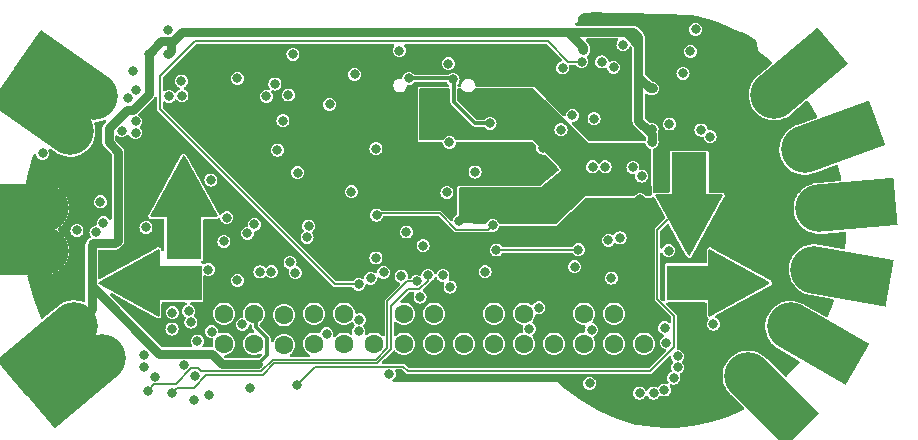
<source format=gbr>
%TF.GenerationSoftware,KiCad,Pcbnew,8.0.5-8.0.5-0~ubuntu22.04.1*%
%TF.CreationDate,2024-11-27T13:58:37+01:00*%
%TF.ProjectId,nerdYcontroller,6e657264-5963-46f6-9e74-726f6c6c6572,rev?*%
%TF.SameCoordinates,Original*%
%TF.FileFunction,Copper,L3,Inr*%
%TF.FilePolarity,Positive*%
%FSLAX46Y46*%
G04 Gerber Fmt 4.6, Leading zero omitted, Abs format (unit mm)*
G04 Created by KiCad (PCBNEW 8.0.5-8.0.5-0~ubuntu22.04.1) date 2024-11-27 13:58:37*
%MOMM*%
%LPD*%
G01*
G04 APERTURE LIST*
G04 Aperture macros list*
%AMFreePoly0*
4,1,16,2.068441,2.822910,2.098225,2.768757,2.100000,2.750000,2.100000,-2.750000,2.080902,-2.808779,2.030902,-2.845106,1.969098,-2.845106,1.951808,-2.837622,-3.048192,-0.087622,-3.090491,-0.042561,-3.098225,0.018757,-3.068441,0.072910,-3.048192,0.087622,1.951808,2.837622,2.012515,2.849214,2.068441,2.822910,2.068441,2.822910,$1*%
%AMFreePoly1*
4,1,26,6.500000,-2.000000,0.000000,-2.000000,-0.284630,-1.979643,-0.563465,-1.918986,-0.830830,-1.819264,-1.081282,-1.682507,-1.309721,-1.511499,-1.511499,-1.309721,-1.682507,-1.081283,-1.819264,-0.830830,-1.918986,-0.563465,-1.979643,-0.284630,-2.000000,0.000000,-1.979643,0.284630,-1.918986,0.563465,-1.819264,0.830830,-1.682507,1.081282,-1.511499,1.309721,-1.309721,1.511499,-1.081283,1.682507,
-0.830830,1.819264,-0.563465,1.918986,-0.284630,1.979643,0.000000,2.000000,6.500000,2.000000,6.500000,-2.000000,6.500000,-2.000000,$1*%
%AMFreePoly2*
4,1,35,6.858779,1.980902,6.895106,1.930901,6.900000,1.900000,6.900000,-1.900000,6.880902,-1.958779,6.830902,-1.995106,6.800000,-2.000000,0.000000,-2.000000,-0.284630,-1.979643,-0.563465,-1.918986,-0.830830,-1.819264,-1.081282,-1.682507,-1.309721,-1.511499,-1.511499,-1.309721,-1.682507,-1.081283,-1.819264,-0.830830,-1.918986,-0.563465,-1.979643,-0.284630,-2.000000,0.000000,-1.979643,0.284630,
-1.918986,0.563465,-1.819264,0.830830,-1.682507,1.081282,-1.511499,1.309721,-1.309721,1.511499,-1.081283,1.682507,-0.830830,1.819264,-0.563465,1.918986,-0.284630,1.979643,-0.267027,1.980902,-0.138852,1.990069,-0.133394,1.994260,-0.100000,2.000000,6.800000,2.000000,6.858779,1.980902,6.858779,1.980902,$1*%
G04 Aperture macros list end*
%TA.AperFunction,ComponentPad*%
%ADD10FreePoly0,270.000000*%
%TD*%
%TA.AperFunction,ComponentPad*%
%ADD11R,3.000000X3.700200*%
%TD*%
%TA.AperFunction,ComponentPad*%
%ADD12C,1.600000*%
%TD*%
%TA.AperFunction,CastellatedPad*%
%ADD13FreePoly1,40.000000*%
%TD*%
%TA.AperFunction,ComponentPad*%
%ADD14FreePoly2,220.000000*%
%TD*%
%TA.AperFunction,ComponentPad*%
%ADD15FreePoly0,0.000000*%
%TD*%
%TA.AperFunction,ComponentPad*%
%ADD16R,3.700200X3.000000*%
%TD*%
%TA.AperFunction,CastellatedPad*%
%ADD17FreePoly1,315.000000*%
%TD*%
%TA.AperFunction,ComponentPad*%
%ADD18FreePoly2,145.000000*%
%TD*%
%TA.AperFunction,CastellatedPad*%
%ADD19FreePoly1,350.000000*%
%TD*%
%TA.AperFunction,ComponentPad*%
%ADD20FreePoly0,90.000000*%
%TD*%
%TA.AperFunction,ComponentPad*%
%ADD21FreePoly2,180.000000*%
%TD*%
%TA.AperFunction,CastellatedPad*%
%ADD22FreePoly1,20.000000*%
%TD*%
%TA.AperFunction,CastellatedPad*%
%ADD23FreePoly1,5.000000*%
%TD*%
%TA.AperFunction,ComponentPad*%
%ADD24FreePoly0,180.000000*%
%TD*%
%TA.AperFunction,CastellatedPad*%
%ADD25FreePoly1,330.000000*%
%TD*%
%TA.AperFunction,ViaPad*%
%ADD26C,0.800000*%
%TD*%
%TA.AperFunction,Conductor*%
%ADD27C,0.762000*%
%TD*%
%TA.AperFunction,Conductor*%
%ADD28C,0.304800*%
%TD*%
%TA.AperFunction,Conductor*%
%ADD29C,0.203200*%
%TD*%
%TA.AperFunction,Conductor*%
%ADD30C,0.152400*%
%TD*%
G04 APERTURE END LIST*
D10*
%TO.N,/Peripherals/GP15{slash}ArrowUp*%
%TO.C,A302*%
X-21200000Y2350000D03*
D11*
X-21200000Y-1450100D03*
%TD*%
D12*
%TO.N,GND*%
%TO.C,J304*%
X17780000Y-10470000D03*
%TO.N,+3V3*%
X17780000Y-7930000D03*
%TO.N,/Peripherals/GP1*%
X15240000Y-10470000D03*
%TO.N,/Peripherals/GP0*%
X15240000Y-7930000D03*
%TO.N,/Peripherals/GP3*%
X12700000Y-10470000D03*
%TO.N,/Peripherals/GP2*%
X12700000Y-7930000D03*
%TO.N,GND*%
X10160000Y-10470000D03*
%TO.N,+3V3*%
X10160000Y-7930000D03*
%TO.N,/Peripherals/GP19*%
X7620000Y-10470000D03*
%TO.N,/Peripherals/GP22*%
X7620000Y-7930000D03*
%TO.N,/Peripherals/GP21*%
X5080000Y-10470000D03*
%TO.N,/Peripherals/GP18*%
X5080000Y-7930000D03*
%TO.N,GND*%
X2540000Y-10470000D03*
%TO.N,+3V3*%
X2540000Y-7930000D03*
%TO.N,/Peripherals/GP23*%
X0Y-10470000D03*
%TO.N,/Peripherals/GP24*%
X0Y-7930000D03*
%TO.N,/Peripherals/GP25{slash}LED*%
X-2540000Y-10470000D03*
%TO.N,/Peripherals/GP27*%
X-2540000Y-7930000D03*
%TO.N,GND*%
X-5080000Y-10470000D03*
%TO.N,+3V3*%
X-5080000Y-7930000D03*
%TO.N,/Peripherals/GP26*%
X-7620000Y-10470000D03*
%TO.N,/Peripherals/GP28*%
X-7620000Y-7930000D03*
%TO.N,/Peripherals/GP14{slash}ArrowLeft*%
X-10160000Y-10470000D03*
%TO.N,/Peripherals/GP15{slash}ArrowUp*%
X-10160000Y-7930000D03*
%TO.N,/Peripherals/GP17{slash}ArrowDown*%
X-12700000Y-10580000D03*
%TO.N,/Peripherals/GP16{slash}ArrowRight*%
X-12700000Y-8040000D03*
%TO.N,GND*%
X-15240000Y-10470000D03*
%TO.N,/VBUS*%
X-15240000Y-7930000D03*
%TO.N,/SWCLK*%
X-17780000Y-10470000D03*
%TO.N,/SWD*%
X-17780000Y-7930000D03*
%TD*%
D13*
%TO.N,/Peripherals/GP0*%
%TO.C,GP0*%
X28800000Y10600000D03*
%TD*%
D14*
%TO.N,/VBUS*%
%TO.C,VBUS301*%
X-28134019Y-11703993D03*
X-30448055Y-8946233D03*
%TD*%
D15*
%TO.N,/Peripherals/GP14{slash}ArrowLeft*%
%TO.C,A301*%
X-25350000Y-5308000D03*
D16*
X-21549900Y-5308000D03*
%TD*%
D17*
%TO.N,/Peripherals/GP19*%
%TO.C,GP19*%
X26600000Y-13200000D03*
%TD*%
D18*
%TO.N,GND*%
%TO.C,GND301*%
X-30832438Y7525526D03*
X-28767562Y10474474D03*
%TD*%
D19*
%TO.N,/Peripherals/GP3*%
%TO.C,GP3*%
X32200000Y-4200000D03*
%TD*%
D20*
%TO.N,/Peripherals/GP17{slash}ArrowDown*%
%TO.C,A304*%
X21600000Y75000D03*
D11*
X21600000Y3875100D03*
%TD*%
D21*
%TO.N,+3V3*%
%TO.C,3V3*%
X-32900901Y-2600000D03*
X-32900901Y1000000D03*
%TD*%
D22*
%TO.N,/Peripherals/GP1*%
%TO.C,GP1*%
X31400000Y6000000D03*
%TD*%
D23*
%TO.N,/Peripherals/GP2*%
%TO.C,GP2*%
X32600000Y1000000D03*
%TD*%
D24*
%TO.N,/Peripherals/GP16{slash}ArrowRight*%
%TO.C,A303*%
X25350000Y-5308000D03*
D16*
X21549900Y-5308000D03*
%TD*%
D25*
%TO.N,/Peripherals/GP22*%
%TO.C,GP22*%
X30200000Y-9000000D03*
%TD*%
D26*
%TO.N,GND*%
X1143000Y8204200D03*
%TO.N,+3V3*%
X-895292Y2250000D03*
X17500000Y-300000D03*
X-31075000Y-4900000D03*
X-11200000Y10600000D03*
X850000Y-2150002D03*
X17450000Y1750000D03*
X17500000Y700000D03*
X-7518400Y11709400D03*
X-2400000Y-50000D03*
X10174999Y13591117D03*
X15650000Y-450000D03*
X7100000Y6150000D03*
X-15889249Y3010751D03*
X-26800000Y-3200000D03*
X-23200000Y3550000D03*
X12750000Y11550000D03*
X3074712Y14300000D03*
X-19500000Y4200000D03*
X20800000Y13350000D03*
X-27800000Y-3800000D03*
X-26278962Y6635456D03*
X13700000Y12000000D03*
X13700000Y11050000D03*
X-30961402Y4252004D03*
X7775000Y-4350000D03*
%TO.N,GND*%
X-13475000Y11525000D03*
X-10607953Y-506466D03*
X9207109Y6105452D03*
X2152609Y-52849D03*
X-925288Y-2150000D03*
X22150000Y16150000D03*
X15750000Y-1500000D03*
X1082270Y2343418D03*
X-24400000Y-600000D03*
X15671800Y5197600D03*
X-7000000Y2400000D03*
X10876305Y12894624D03*
X-2950000Y14350000D03*
X-26439499Y7571796D03*
X4325000Y-4375200D03*
X22600000Y7625000D03*
X-25500000Y12650000D03*
X3475134Y4078016D03*
X23650000Y-8800000D03*
X-8850000Y9800000D03*
X-12800000Y8412493D03*
X-21350000Y10550000D03*
X-17800000Y-1800000D03*
X19925000Y8150000D03*
X-4925290Y6039378D03*
X16000000Y14850000D03*
X21073800Y12440309D03*
X-2350000Y-1000000D03*
X-22550000Y16100000D03*
X11717791Y8867791D03*
X-6734469Y12351458D03*
X1200000Y13250000D03*
X9800000Y8300000D03*
X-16650000Y12000000D03*
X13550000Y8600000D03*
X-33150000Y5650000D03*
X-18900000Y3400000D03*
X-15212464Y-366410D03*
%TO.N,/VBUS*%
X12639222Y14364746D03*
X-24150000Y14100000D03*
X18450000Y7700000D03*
X18450000Y6600000D03*
X-22550000Y14050000D03*
X12200000Y15100000D03*
X18500000Y11150000D03*
%TO.N,/Peripherals/GP29{slash}MIC_OUT*%
X1303603Y6573800D03*
X21700000Y14300000D03*
%TO.N,/Peripherals/GP12{slash}NEOPIXEL*%
X12500000Y13425000D03*
X-6377170Y-5444523D03*
%TO.N,/Peripherals/GP11{slash}SERVO_1*%
X-4276200Y-4423063D03*
%TO.N,/Peripherals/GP10{slash}SERVO_0*%
X-5382209Y-4917791D03*
%TO.N,/Peripherals/GP5{slash}SERVO_3*%
X1354998Y-5670619D03*
X14200000Y13400000D03*
X13331241Y-9276251D03*
X19673800Y-10369558D03*
X19532842Y-9117158D03*
%TO.N,/Peripherals/GP4{slash}SERVO_2*%
X11900000Y-3950000D03*
X750000Y-4677600D03*
X15200000Y12950000D03*
%TO.N,/Peripherals/GP8{slash}Grove_D1*%
X-1185000Y-6520495D03*
%TO.N,/Peripherals/GP9{slash}Grove_D0*%
X19860113Y-2578792D03*
X-2785652Y-4727400D03*
X-3800000Y-13029600D03*
%TO.N,/Peripherals/GP19*%
X-19118028Y-4195864D03*
X17400000Y-14646400D03*
X-20784946Y-7701842D03*
%TO.N,/Peripherals/GP26*%
X-22193380Y-9226200D03*
X-21390002Y11775000D03*
X-28000000Y-226200D03*
X-22432209Y10482209D03*
%TO.N,/Peripherals/GP21*%
X-19052209Y-14787791D03*
X-15566552Y-14178599D03*
%TO.N,/Peripherals/GP0*%
X20621400Y-11525000D03*
%TO.N,/Peripherals/GP17{slash}ArrowDown*%
X-11588644Y-13940600D03*
%TO.N,/Peripherals/GP16{slash}ArrowRight*%
X-14735820Y-4378599D03*
X-9100000Y-9626200D03*
X13175000Y-13821000D03*
X8077824Y-9199998D03*
X-6382680Y-9381911D03*
%TO.N,/Peripherals/GP27*%
X-25267510Y8356193D03*
X-25242791Y11042791D03*
X-18825000Y-9443800D03*
X-28619455Y-1023242D03*
%TO.N,/Peripherals/GP22*%
X-20350000Y-15200000D03*
X-6332706Y-8433224D03*
X18589590Y-14646401D03*
%TO.N,/Peripherals/GP23*%
X-23600000Y-13250000D03*
X-20240251Y-13168851D03*
%TO.N,/Peripherals/GP2*%
X20295638Y-13367406D03*
%TO.N,/Peripherals/GP14{slash}ArrowLeft*%
X-11755342Y-4439687D03*
X-22157209Y-7842791D03*
%TO.N,/Peripherals/GP3*%
X19500000Y-14375000D03*
X8871250Y-7423166D03*
%TO.N,/SWD*%
X-13785833Y-4373205D03*
%TO.N,/Peripherals/GP15{slash}ArrowUp*%
X-17550000Y200000D03*
X-12188986Y-3578386D03*
%TO.N,/Peripherals/GP1*%
X20621400Y-12475003D03*
%TO.N,/Peripherals/GP18*%
X-16650000Y-5100000D03*
X-20592791Y-8632209D03*
%TO.N,/Peripherals/GP24*%
X-16245376Y-8830957D03*
X-24595449Y-11445449D03*
%TO.N,/Peripherals/GP28*%
X-25921953Y10378529D03*
X-20043380Y-10243380D03*
X-30240536Y-860167D03*
X-25278600Y7406255D03*
%TO.N,/Peripherals/GP20{slash}Buzzer*%
X-15807209Y-1107209D03*
%TO.N,/N_USBBOOT*%
X-12350000Y10600000D03*
X-11950000Y14050000D03*
X23374764Y7075236D03*
X10750000Y7650000D03*
%TO.N,Net-(U101-RUN)*%
X-13256980Y5928600D03*
X-11550000Y4013239D03*
%TO.N,/Peripherals/GP6{slash}IMU_SDA*%
X-22200000Y-14600000D03*
X-522005Y-4677600D03*
%TO.N,/Peripherals/GP7{slash}IMU_SCL*%
X-24255134Y-14455134D03*
X-1476149Y-5185634D03*
%TO.N,+1V1*%
X-10749499Y-1445863D03*
X-4867811Y426199D03*
X4950000Y-450000D03*
%TO.N,/Peripherals/GP13{slash}INTR*%
X-28250000Y1550000D03*
X-4925290Y-3202209D03*
X-14209998Y10475291D03*
%TO.N,/FLASH_SD3*%
X14750000Y-1700000D03*
X15000000Y-4900002D03*
%TO.N,/FLASH_SD0*%
X12210100Y-2500001D03*
X5279552Y-2520448D03*
%TO.N,/Peripherals/GP25{slash}LED*%
X-24544995Y-12394111D03*
X-21154551Y-12254551D03*
%TO.N,/power-and-usb/usb_vcc*%
X4741053Y8206417D03*
X-2129850Y12011938D03*
X1609780Y11918717D03*
%TO.N,/usb_d+*%
X13433760Y4513797D03*
X17571232Y3728768D03*
%TO.N,/usb_d-*%
X16828768Y4471232D03*
X14483760Y4513797D03*
%TD*%
D27*
%TO.N,/VBUS*%
X-27550000Y6589861D02*
X-27550000Y7777928D01*
X18450000Y7275000D02*
X17300000Y8425000D01*
X-28989097Y-5569523D02*
X-28989097Y-7557717D01*
X-22250000Y15050000D02*
X-22200000Y15100000D01*
X-23081000Y15169000D02*
X-22269000Y15169000D01*
X-18832319Y-11300000D02*
X-23258620Y-11300000D01*
X-26012807Y9287193D02*
X-25512807Y9287193D01*
X-29000000Y-2850000D02*
X-29000000Y-2110706D01*
X15425000Y15931000D02*
X16869000Y15931000D01*
D28*
X-15240000Y-7930000D02*
X-15100000Y-8070000D01*
X-15100000Y-8070000D02*
X-15100000Y-9050970D01*
D27*
X-24150000Y14100000D02*
X-23081000Y15169000D01*
X11100000Y15931000D02*
X15425000Y15931000D01*
X-29000000Y-2110706D02*
X-28862991Y-1973697D01*
D28*
X-14137600Y-10013370D02*
X-14137600Y-11437600D01*
D27*
X16235633Y15931000D02*
X15425000Y15931000D01*
X-22550000Y14050000D02*
X-22250000Y14350000D01*
X-27550000Y7777928D02*
X-26427928Y8900000D01*
D28*
X-14137600Y-11437600D02*
X-14900000Y-12200000D01*
D27*
X-23258620Y-11300000D02*
X-28989097Y-5569523D01*
X18025000Y7700000D02*
X17300000Y8425000D01*
X-28989097Y-5569523D02*
X-28989097Y-2860903D01*
X-26973697Y-1973697D02*
X-26765484Y-1765484D01*
X-17932319Y-12200000D02*
X-18832319Y-11300000D01*
X12639222Y14660778D02*
X12639222Y14364746D01*
X-25512807Y9287193D02*
X-24150000Y10650000D01*
X-26427928Y8900000D02*
X-26400000Y8900000D01*
X11100000Y15931000D02*
X11369000Y15931000D01*
X-24150000Y10650000D02*
X-24150000Y14100000D01*
X-22269000Y15169000D02*
X-22200000Y15100000D01*
X11369000Y15931000D02*
X12639222Y14660778D01*
X-28862991Y-1973697D02*
X-26973697Y-1973697D01*
X18275000Y11150000D02*
X18500000Y11150000D01*
X17300000Y12125000D02*
X18275000Y11150000D01*
X18450000Y6600000D02*
X18450000Y7275000D01*
X-21369000Y15931000D02*
X11100000Y15931000D01*
X-26765484Y-1765484D02*
X-26765484Y5805345D01*
X17300000Y15500000D02*
X17300000Y12125000D01*
X-22250000Y14350000D02*
X-22250000Y15050000D01*
X18450000Y7700000D02*
X18025000Y7700000D01*
D28*
X-15100000Y-9050970D02*
X-14137600Y-10013370D01*
D27*
X-28989097Y-7557717D02*
X-30415915Y-8984535D01*
X-14900000Y-12200000D02*
X-17932319Y-12200000D01*
X11369000Y15931000D02*
X12200000Y15100000D01*
X-22200000Y15100000D02*
X-21369000Y15931000D01*
X-28989097Y-2860903D02*
X-29000000Y-2850000D01*
X17300000Y14866633D02*
X16235633Y15931000D01*
X16869000Y15931000D02*
X17300000Y15500000D01*
X17300000Y8425000D02*
X17300000Y14866633D01*
X-26765484Y5805345D02*
X-27550000Y6589861D01*
X-26400000Y8900000D02*
X-26012807Y9287193D01*
D29*
%TO.N,/Peripherals/GP12{slash}NEOPIXEL*%
X11375000Y13425000D02*
X12500000Y13425000D01*
X-23200000Y12200000D02*
X-20250000Y15150000D01*
X9650000Y15150000D02*
X11375000Y13425000D01*
X-6377170Y-5444523D02*
X-8355477Y-5444523D01*
X-23200000Y9400000D02*
X-23200000Y12200000D01*
X-8355477Y-5444523D02*
X-23200000Y9400000D01*
X-20250000Y15150000D02*
X9650000Y15150000D01*
D30*
%TO.N,/Peripherals/GP17{slash}ArrowDown*%
X20300000Y-10775000D02*
X20300000Y-8100000D01*
X-2226200Y-12773800D02*
X18301200Y-12773800D01*
X20300000Y-8100000D02*
X18900000Y-6700000D01*
X18900000Y-825000D02*
X19800000Y75000D01*
X-4059381Y-12403400D02*
X-2596600Y-12403400D01*
X18900000Y-6700000D02*
X18900000Y-825000D01*
X-2596600Y-12403400D02*
X-2226200Y-12773800D01*
X18301200Y-12773800D02*
X20300000Y-10775000D01*
X-4060781Y-12404800D02*
X-4059381Y-12403400D01*
X-10052844Y-12404800D02*
X-4060781Y-12404800D01*
X-11588644Y-13940600D02*
X-10052844Y-12404800D01*
X19800000Y75000D02*
X21600000Y75000D01*
%TO.N,/Peripherals/GP6{slash}IMU_SDA*%
X-20364419Y-14178600D02*
X-21778600Y-14178600D01*
X-522005Y-4677600D02*
X-522005Y-5117071D01*
X-522005Y-5117071D02*
X-1254934Y-5850000D01*
X-21778600Y-14178600D02*
X-22200000Y-14600000D01*
X-14523232Y-13109600D02*
X-19295419Y-13109600D01*
X-1254934Y-5850000D02*
X-2200000Y-5850000D01*
X-2200000Y-5850000D02*
X-3647600Y-7297600D01*
X-4833476Y-12102400D02*
X-13516032Y-12102400D01*
X-13516032Y-12102400D02*
X-14523232Y-13109600D01*
X-3647600Y-10916524D02*
X-4833476Y-12102400D01*
X-3647600Y-7297600D02*
X-3647600Y-10916524D01*
X-19295419Y-13109600D02*
X-20364419Y-14178600D01*
%TO.N,/Peripherals/GP7{slash}IMU_SCL*%
X-4958734Y-11800000D02*
X-13641290Y-11800000D01*
X-13641290Y-11800000D02*
X-14648490Y-12807200D01*
X-23676200Y-13876200D02*
X-24255134Y-14455134D01*
X-20542651Y-12542651D02*
X-21876200Y-13876200D01*
X-21876200Y-13876200D02*
X-23676200Y-13876200D01*
X-3950000Y-6850000D02*
X-3950000Y-10791266D01*
X-3950000Y-10791266D02*
X-4958734Y-11800000D01*
X-19980870Y-12542651D02*
X-20542651Y-12542651D01*
X-1476149Y-5185634D02*
X-2285634Y-5185634D01*
X-14648490Y-12807200D02*
X-19716321Y-12807200D01*
X-19716321Y-12807200D02*
X-19980870Y-12542651D01*
X-2285634Y-5185634D02*
X-3950000Y-6850000D01*
%TO.N,+1V1*%
X1854200Y-812800D02*
X4587200Y-812800D01*
X4587200Y-812800D02*
X4950000Y-450000D01*
X-4867811Y426199D02*
X-4717810Y576200D01*
X465200Y576200D02*
X1854200Y-812800D01*
X-4717810Y576200D02*
X465200Y576200D01*
%TO.N,/FLASH_SD0*%
X5279552Y-2520448D02*
X12189653Y-2520448D01*
X12189653Y-2520448D02*
X12210100Y-2500001D01*
D28*
%TO.N,/power-and-usb/usb_vcc*%
X-2129850Y12011938D02*
X1516559Y12011938D01*
X1609780Y11918717D02*
X1676400Y11852097D01*
X3477583Y8206417D02*
X4741053Y8206417D01*
X1676400Y10007600D02*
X3477583Y8206417D01*
X1516559Y12011938D02*
X1609780Y11918717D01*
X1676400Y11852097D02*
X1676400Y10007600D01*
%TD*%
%TA.AperFunction,Conductor*%
%TO.N,GND*%
G36*
X1342601Y11130363D02*
G01*
X1372186Y11079121D01*
X1373500Y11064100D01*
X1373500Y10052791D01*
X1373499Y10052773D01*
X1373499Y9967721D01*
X1394141Y9890687D01*
X1434018Y9821616D01*
X3232176Y8023459D01*
X3232181Y8023453D01*
X3291598Y7964036D01*
X3351034Y7929721D01*
X3351033Y7929721D01*
X3360665Y7924161D01*
X3360670Y7924158D01*
X3437700Y7903518D01*
X3437704Y7903517D01*
X3437705Y7903517D01*
X3517461Y7903517D01*
X4236929Y7903517D01*
X4292530Y7883280D01*
X4305554Y7869675D01*
X4325478Y7843709D01*
X4348432Y7813796D01*
X4463428Y7725556D01*
X4597344Y7670087D01*
X4741053Y7651167D01*
X4884762Y7670087D01*
X5018678Y7725556D01*
X5133674Y7813796D01*
X5221914Y7928792D01*
X5277383Y8062708D01*
X5296303Y8206417D01*
X5277383Y8350126D01*
X5221914Y8484042D01*
X5133674Y8599038D01*
X5133672Y8599040D01*
X5073573Y8645155D01*
X5018678Y8687278D01*
X4884762Y8742747D01*
X4884761Y8742748D01*
X4884759Y8742748D01*
X4741053Y8761667D01*
X4597346Y8742748D01*
X4463428Y8687278D01*
X4348433Y8599040D01*
X4348430Y8599037D01*
X4305554Y8543159D01*
X4255651Y8511367D01*
X4236929Y8509317D01*
X3638878Y8509317D01*
X3583277Y8529554D01*
X3577713Y8534652D01*
X2004635Y10107731D01*
X1979629Y10161357D01*
X1979300Y10168896D01*
X1979300Y11064100D01*
X1999537Y11119701D01*
X2050779Y11149286D01*
X2065800Y11150600D01*
X2312015Y11150600D01*
X2367616Y11130363D01*
X2386925Y11107352D01*
X2426285Y11039179D01*
X2534179Y10931285D01*
X2666322Y10854992D01*
X2666321Y10854992D01*
X2813702Y10815501D01*
X2813706Y10815500D01*
X2813707Y10815500D01*
X2966294Y10815500D01*
X2966297Y10815501D01*
X2997444Y10823848D01*
X3113678Y10854992D01*
X3245821Y10931285D01*
X3353715Y11039179D01*
X3393074Y11107352D01*
X3438401Y11145384D01*
X3467985Y11150600D01*
X8346583Y11150600D01*
X8402184Y11130363D01*
X8407246Y11125763D01*
X9379886Y10168896D01*
X13081000Y6527800D01*
X17828397Y6527800D01*
X17883998Y6507563D01*
X17910673Y6461361D01*
X17912202Y6461770D01*
X17913669Y6456294D01*
X17913669Y6456292D01*
X17913670Y6456291D01*
X17969139Y6322375D01*
X18057379Y6207379D01*
X18172375Y6119139D01*
X18306291Y6063670D01*
X18317519Y6062192D01*
X18370003Y6034872D01*
X18392648Y5980207D01*
X18392729Y5976923D01*
X18406320Y3585062D01*
X18414014Y2230861D01*
X18414506Y2144391D01*
X18394585Y2088676D01*
X18343511Y2058801D01*
X18328007Y2057400D01*
X17950671Y2057400D01*
X17895070Y2077637D01*
X17882046Y2091242D01*
X17842622Y2142620D01*
X17842619Y2142623D01*
X17799207Y2175934D01*
X17727625Y2230861D01*
X17593709Y2286330D01*
X17593708Y2286331D01*
X17593706Y2286331D01*
X17450000Y2305250D01*
X17306293Y2286331D01*
X17172375Y2230861D01*
X17057380Y2142623D01*
X17057377Y2142620D01*
X17017954Y2091242D01*
X16968051Y2059450D01*
X16949329Y2057400D01*
X12827000Y2057400D01*
X10337661Y-306214D01*
X10283406Y-329823D01*
X10277565Y-329984D01*
X5541259Y-300656D01*
X5485785Y-280075D01*
X5461879Y-247260D01*
X5458851Y-239951D01*
X5430861Y-172375D01*
X5342621Y-57379D01*
X5342619Y-57377D01*
X5297003Y-22375D01*
X5227625Y30861D01*
X5093709Y86330D01*
X5093708Y86331D01*
X5093706Y86331D01*
X4950000Y105250D01*
X4806293Y86331D01*
X4672375Y30861D01*
X4557380Y-57377D01*
X4557377Y-57380D01*
X4469138Y-172376D01*
X4469137Y-172377D01*
X4441147Y-239951D01*
X4401172Y-283575D01*
X4360696Y-293346D01*
X2194164Y-279932D01*
X2138690Y-259351D01*
X2109423Y-207927D01*
X2108200Y-193434D01*
X2108200Y2682100D01*
X2128437Y2737701D01*
X2179679Y2767286D01*
X2194700Y2768600D01*
X9067800Y2768600D01*
X10845800Y4267200D01*
X10845800Y4267201D01*
X10606676Y4513797D01*
X12878510Y4513797D01*
X12897429Y4370091D01*
X12897429Y4370089D01*
X12897430Y4370088D01*
X12952899Y4236172D01*
X13007826Y4164590D01*
X13040975Y4121389D01*
X13041139Y4121176D01*
X13156135Y4032936D01*
X13290051Y3977467D01*
X13433760Y3958547D01*
X13577469Y3977467D01*
X13711385Y4032936D01*
X13826381Y4121176D01*
X13890135Y4204263D01*
X13940038Y4236054D01*
X13998701Y4228331D01*
X14027383Y4204264D01*
X14059303Y4162665D01*
X14090975Y4121389D01*
X14091139Y4121176D01*
X14206135Y4032936D01*
X14340051Y3977467D01*
X14483760Y3958547D01*
X14627469Y3977467D01*
X14761385Y4032936D01*
X14876381Y4121176D01*
X14964621Y4236172D01*
X15020090Y4370088D01*
X15033406Y4471232D01*
X16273518Y4471232D01*
X16292437Y4327526D01*
X16292437Y4327524D01*
X16292438Y4327523D01*
X16347907Y4193607D01*
X16436147Y4078611D01*
X16551143Y3990371D01*
X16685059Y3934902D01*
X16828768Y3915982D01*
X16932603Y3929653D01*
X16990368Y3916847D01*
X17026388Y3869905D01*
X17029652Y3832603D01*
X17015982Y3728769D01*
X17034901Y3585062D01*
X17034901Y3585060D01*
X17034902Y3585059D01*
X17090371Y3451143D01*
X17178611Y3336147D01*
X17293607Y3247907D01*
X17427523Y3192438D01*
X17571232Y3173518D01*
X17714941Y3192438D01*
X17848857Y3247907D01*
X17963853Y3336147D01*
X18052093Y3451143D01*
X18107562Y3585059D01*
X18126482Y3728768D01*
X18107562Y3872477D01*
X18052093Y4006393D01*
X17964017Y4121175D01*
X17963854Y4121388D01*
X17963851Y4121391D01*
X17920439Y4154702D01*
X17848857Y4209629D01*
X17714941Y4265098D01*
X17714940Y4265099D01*
X17714938Y4265099D01*
X17571232Y4284018D01*
X17571231Y4284018D01*
X17467397Y4270348D01*
X17409631Y4283155D01*
X17373610Y4330097D01*
X17370347Y4367396D01*
X17384018Y4471232D01*
X17365098Y4614941D01*
X17309629Y4748857D01*
X17221389Y4863853D01*
X17221387Y4863855D01*
X17165919Y4906417D01*
X17106393Y4952093D01*
X16972477Y5007562D01*
X16972476Y5007563D01*
X16972474Y5007563D01*
X16828768Y5026482D01*
X16685061Y5007563D01*
X16551143Y4952093D01*
X16436148Y4863855D01*
X16436145Y4863852D01*
X16347907Y4748857D01*
X16292437Y4614939D01*
X16273518Y4471232D01*
X15033406Y4471232D01*
X15039010Y4513797D01*
X15020090Y4657506D01*
X14964621Y4791422D01*
X14876381Y4906418D01*
X14876379Y4906420D01*
X14816856Y4952093D01*
X14761385Y4994658D01*
X14627469Y5050127D01*
X14627468Y5050128D01*
X14627466Y5050128D01*
X14483760Y5069047D01*
X14340053Y5050128D01*
X14206135Y4994658D01*
X14091140Y4906420D01*
X14091137Y4906417D01*
X14027385Y4823333D01*
X13977482Y4791541D01*
X13918819Y4799265D01*
X13890135Y4823333D01*
X13826382Y4906417D01*
X13826379Y4906420D01*
X13766856Y4952093D01*
X13711385Y4994658D01*
X13577469Y5050127D01*
X13577468Y5050128D01*
X13577466Y5050128D01*
X13433760Y5069047D01*
X13290053Y5050128D01*
X13156135Y4994658D01*
X13041140Y4906420D01*
X13041137Y4906417D01*
X12952899Y4791422D01*
X12897429Y4657504D01*
X12878510Y4513797D01*
X10606676Y4513797D01*
X9626600Y5524500D01*
X8407401Y6781800D01*
X8407400Y6781800D01*
X1871101Y6781800D01*
X1815500Y6802037D01*
X1791185Y6835198D01*
X1784464Y6851425D01*
X1696224Y6966421D01*
X1696222Y6966423D01*
X1652810Y6999734D01*
X1581228Y7054661D01*
X1447312Y7110130D01*
X1447311Y7110131D01*
X1447309Y7110131D01*
X1303603Y7129050D01*
X1159896Y7110131D01*
X1025978Y7054661D01*
X910983Y6966423D01*
X910980Y6966420D01*
X822742Y6851425D01*
X816021Y6835198D01*
X776047Y6791574D01*
X736105Y6781800D01*
X-1158100Y6781800D01*
X-1213701Y6802037D01*
X-1243286Y6853279D01*
X-1244600Y6868300D01*
X-1244600Y7650000D01*
X10194750Y7650000D01*
X10213669Y7506294D01*
X10213669Y7506292D01*
X10213670Y7506291D01*
X10269139Y7372375D01*
X10357379Y7257379D01*
X10472375Y7169139D01*
X10606291Y7113670D01*
X10750000Y7094750D01*
X10893709Y7113670D01*
X11027625Y7169139D01*
X11142621Y7257379D01*
X11230861Y7372375D01*
X11286330Y7506291D01*
X11305250Y7650000D01*
X11286330Y7793709D01*
X11230861Y7927625D01*
X11142621Y8042621D01*
X11142619Y8042623D01*
X11077460Y8092621D01*
X11027625Y8130861D01*
X10893709Y8186330D01*
X10893708Y8186331D01*
X10893706Y8186331D01*
X10750000Y8205250D01*
X10606293Y8186331D01*
X10472375Y8130861D01*
X10357380Y8042623D01*
X10357377Y8042620D01*
X10269139Y7927625D01*
X10213669Y7793707D01*
X10194750Y7650000D01*
X-1244600Y7650000D01*
X-1244600Y11064100D01*
X-1224363Y11119701D01*
X-1173121Y11149286D01*
X-1158100Y11150600D01*
X1287000Y11150600D01*
X1342601Y11130363D01*
G37*
%TD.AperFunction*%
%TD*%
%TA.AperFunction,Conductor*%
%TO.N,+3V3*%
G36*
X13944193Y17583895D02*
G01*
X13945166Y17583888D01*
X14528364Y17576637D01*
X14528642Y17576632D01*
X15258285Y17563217D01*
X16151930Y17543862D01*
X16151928Y17543816D01*
X16152131Y17543858D01*
X17227262Y17518793D01*
X17227478Y17518724D01*
X17227480Y17518787D01*
X18334765Y17491003D01*
X19349644Y17461748D01*
X19350238Y17461728D01*
X20194544Y17432443D01*
X20195562Y17432403D01*
X20885535Y17402289D01*
X20887167Y17402207D01*
X21437891Y17370522D01*
X21440512Y17370343D01*
X21867172Y17336388D01*
X21871605Y17335955D01*
X21902507Y17332375D01*
X22188843Y17299194D01*
X22196353Y17298089D01*
X22421038Y17257921D01*
X22428001Y17256467D01*
X22533700Y17231192D01*
X22539751Y17229582D01*
X23211061Y17032416D01*
X23217772Y17030235D01*
X24038187Y16737611D01*
X24042609Y16735937D01*
X24989401Y16356304D01*
X24994110Y16354416D01*
X24997484Y16353005D01*
X25907945Y15956292D01*
X26060417Y15889856D01*
X26062872Y15888755D01*
X26415507Y15725892D01*
X26420413Y15723493D01*
X26589029Y15636330D01*
X26838146Y15507554D01*
X26851504Y15499548D01*
X27115948Y15317553D01*
X27139754Y15296153D01*
X27232708Y15187819D01*
X27283265Y15128896D01*
X27305778Y15090289D01*
X27373350Y14903283D01*
X27380382Y14870425D01*
X27399726Y14612691D01*
X27400058Y14605398D01*
X27400321Y14588969D01*
X27400321Y14588965D01*
X27400322Y14588963D01*
X27434596Y14431390D01*
X27528427Y14294750D01*
X27546606Y14268278D01*
X27546608Y14268276D01*
X27766540Y14065454D01*
X27766541Y14065453D01*
X28122736Y13790171D01*
X28126360Y13787260D01*
X28573412Y13414056D01*
X28612260Y13355985D01*
X28613544Y13286127D01*
X28576857Y13226664D01*
X28573651Y13223879D01*
X27476842Y12303546D01*
X27469864Y12298103D01*
X27419947Y12261957D01*
X27402940Y12247687D01*
X27402935Y12247682D01*
X27197468Y12048633D01*
X27197463Y12048628D01*
X27182686Y12032111D01*
X27182677Y12032101D01*
X27182673Y12032095D01*
X27094111Y11917621D01*
X27007616Y11805820D01*
X26995328Y11787350D01*
X26995327Y11787349D01*
X26854258Y11538473D01*
X26845055Y11519138D01*
X26844719Y11518432D01*
X26820567Y11456688D01*
X26740503Y11252008D01*
X26740500Y11251999D01*
X26733914Y11230819D01*
X26668675Y10952273D01*
X26665169Y10930359D01*
X26640235Y10645366D01*
X26639883Y10623192D01*
X26641464Y10594750D01*
X26653758Y10373582D01*
X26655762Y10337541D01*
X26655763Y10337529D01*
X26658568Y10315540D01*
X26714593Y10036776D01*
X26714940Y10035052D01*
X26714942Y10035046D01*
X26720847Y10013682D01*
X26720851Y10013672D01*
X26720852Y10013668D01*
X26816563Y9744067D01*
X26825459Y9723741D01*
X26825463Y9723733D01*
X26958567Y9470501D01*
X26958570Y9470496D01*
X26970249Y9451673D01*
X26970259Y9451658D01*
X26970261Y9451655D01*
X26971354Y9450146D01*
X27138046Y9219945D01*
X27152313Y9202941D01*
X27152318Y9202936D01*
X27351367Y8997469D01*
X27351372Y8997464D01*
X27356785Y8992621D01*
X27367905Y8982673D01*
X27594179Y8807617D01*
X27612651Y8795328D01*
X27861527Y8654259D01*
X27861532Y8654257D01*
X27861535Y8654255D01*
X27881568Y8644719D01*
X28147996Y8540502D01*
X28169182Y8533914D01*
X28447730Y8468675D01*
X28469637Y8465170D01*
X28754634Y8440236D01*
X28754629Y8440236D01*
X28776808Y8439884D01*
X28776809Y8439885D01*
X28776817Y8439884D01*
X29062461Y8455762D01*
X29084470Y8458570D01*
X29364948Y8514940D01*
X29386332Y8520852D01*
X29655933Y8616563D01*
X29676259Y8625459D01*
X29929493Y8758564D01*
X29948345Y8770261D01*
X30180060Y8938050D01*
X30197056Y8952311D01*
X30241348Y8995222D01*
X30247891Y9001122D01*
X31517502Y10066452D01*
X31581507Y10094463D01*
X31650500Y10083424D01*
X31702571Y10036837D01*
X31702609Y10036776D01*
X32447843Y8834129D01*
X32466422Y8766775D01*
X32445638Y8700068D01*
X32392088Y8655188D01*
X32384850Y8652292D01*
X31484516Y8324597D01*
X30739279Y8053354D01*
X30730865Y8050627D01*
X30671603Y8033735D01*
X30671593Y8033732D01*
X30671588Y8033730D01*
X30650739Y8026142D01*
X30439370Y7931632D01*
X30389570Y7909365D01*
X30370021Y7898892D01*
X30128132Y7746137D01*
X30128116Y7746126D01*
X30110267Y7732985D01*
X29892574Y7547355D01*
X29892569Y7547351D01*
X29876766Y7531795D01*
X29876760Y7531789D01*
X29786065Y7428784D01*
X29687702Y7317071D01*
X29674271Y7299425D01*
X29517697Y7059990D01*
X29506902Y7040588D01*
X29386008Y6781331D01*
X29386002Y6781316D01*
X29378086Y6760596D01*
X29378075Y6760565D01*
X29295312Y6486757D01*
X29295305Y6486728D01*
X29290419Y6465097D01*
X29290417Y6465086D01*
X29247460Y6182250D01*
X29247458Y6182229D01*
X29245703Y6160143D01*
X29245702Y6160119D01*
X29243432Y5874063D01*
X29243432Y5874059D01*
X29244839Y5851930D01*
X29244840Y5851912D01*
X29283306Y5568430D01*
X29283309Y5568414D01*
X29286255Y5554337D01*
X29287850Y5546715D01*
X29330183Y5398194D01*
X29366269Y5271589D01*
X29366271Y5271583D01*
X29373854Y5250748D01*
X29373857Y5250740D01*
X29373858Y5250739D01*
X29490634Y4989572D01*
X29490635Y4989571D01*
X29501108Y4970022D01*
X29501112Y4970016D01*
X29653867Y4728126D01*
X29667022Y4710259D01*
X29852648Y4492571D01*
X29868211Y4476760D01*
X30082927Y4287704D01*
X30100582Y4274267D01*
X30340018Y4117693D01*
X30359406Y4106906D01*
X30359409Y4106905D01*
X30359412Y4106903D01*
X30618669Y3986009D01*
X30618674Y3986007D01*
X30618687Y3986001D01*
X30639412Y3978083D01*
X30639434Y3978077D01*
X30639435Y3978076D01*
X30913243Y3895313D01*
X30913250Y3895312D01*
X30913261Y3895308D01*
X30934903Y3890420D01*
X30934914Y3890418D01*
X30997826Y3880863D01*
X31217745Y3847461D01*
X31239861Y3845703D01*
X31512315Y3843542D01*
X31525937Y3843433D01*
X31525938Y3843433D01*
X31525941Y3843433D01*
X31531047Y3843758D01*
X31548080Y3844840D01*
X31548086Y3844841D01*
X31548088Y3844841D01*
X31577861Y3848881D01*
X31831568Y3883306D01*
X31853285Y3887850D01*
X32128413Y3966270D01*
X32149262Y3973859D01*
X32205525Y3999017D01*
X32213711Y4002334D01*
X34030592Y4663624D01*
X34100316Y4668054D01*
X34161372Y4634084D01*
X34192648Y4579655D01*
X34435990Y3685278D01*
X34438494Y3674041D01*
X34475339Y3462909D01*
X34467472Y3393484D01*
X34423320Y3339332D01*
X34363992Y3318064D01*
X32493236Y3154393D01*
X32484397Y3153937D01*
X32422783Y3152960D01*
X32400680Y3151027D01*
X32400671Y3151026D01*
X32118214Y3105831D01*
X32118182Y3105824D01*
X32096575Y3100763D01*
X32096573Y3100762D01*
X31823413Y3015825D01*
X31823386Y3015816D01*
X31802748Y3007744D01*
X31544426Y2884783D01*
X31535739Y2879859D01*
X31525119Y2873839D01*
X31525112Y2873835D01*
X31525104Y2873830D01*
X31286932Y2715372D01*
X31269389Y2701800D01*
X31269386Y2701798D01*
X31056178Y2511044D01*
X31056155Y2511022D01*
X31040746Y2495116D01*
X30856839Y2275944D01*
X30855820Y2274536D01*
X30843833Y2257982D01*
X30843829Y2257978D01*
X30843827Y2257973D01*
X30693000Y2014888D01*
X30692985Y2014861D01*
X30682687Y1995269D01*
X30567979Y1733166D01*
X30560552Y1712246D01*
X30484323Y1436524D01*
X30484318Y1436501D01*
X30479950Y1414768D01*
X30479947Y1414750D01*
X30443733Y1130990D01*
X30442501Y1108816D01*
X30447040Y822784D01*
X30448973Y800681D01*
X30448974Y800672D01*
X30494169Y518215D01*
X30494175Y518186D01*
X30494176Y518182D01*
X30499236Y496580D01*
X30505130Y477625D01*
X30584175Y223414D01*
X30584184Y223387D01*
X30592256Y202749D01*
X30715217Y-55573D01*
X30715221Y-55580D01*
X30726161Y-74881D01*
X30726168Y-74892D01*
X30726170Y-74895D01*
X30884628Y-313067D01*
X30898200Y-330610D01*
X30898202Y-330613D01*
X30941765Y-379304D01*
X31088960Y-543826D01*
X31088970Y-543836D01*
X31088978Y-543844D01*
X31104884Y-559253D01*
X31104889Y-559257D01*
X31104895Y-559263D01*
X31324049Y-743155D01*
X31342018Y-756167D01*
X31585112Y-906999D01*
X31585139Y-907014D01*
X31604731Y-917312D01*
X31604742Y-917317D01*
X31604752Y-917322D01*
X31866838Y-1032022D01*
X31887745Y-1039444D01*
X31887747Y-1039444D01*
X31887754Y-1039447D01*
X32132847Y-1107208D01*
X32163487Y-1115679D01*
X32185239Y-1120051D01*
X32307769Y-1135688D01*
X32469010Y-1156266D01*
X32469017Y-1156266D01*
X32469022Y-1156267D01*
X32491174Y-1157498D01*
X32491181Y-1157497D01*
X32491184Y-1157498D01*
X32751219Y-1153371D01*
X32777224Y-1152959D01*
X32799325Y-1151026D01*
X32860192Y-1141286D01*
X32868967Y-1140201D01*
X34740965Y-976422D01*
X34809461Y-990189D01*
X34859644Y-1038804D01*
X34875758Y-1101559D01*
X34867801Y-1714680D01*
X34867097Y-1726361D01*
X34801424Y-2335586D01*
X34774668Y-2400129D01*
X34717264Y-2439961D01*
X34656606Y-2444412D01*
X32661495Y-2092621D01*
X32654472Y-2091382D01*
X32645825Y-2089537D01*
X32622335Y-2083641D01*
X32586045Y-2074532D01*
X32575945Y-2072751D01*
X32564193Y-2070679D01*
X32564187Y-2070678D01*
X32564185Y-2070678D01*
X32564180Y-2070677D01*
X32279641Y-2041227D01*
X32279630Y-2041226D01*
X32279627Y-2041226D01*
X32279622Y-2041225D01*
X32279609Y-2041225D01*
X32257470Y-2040521D01*
X32257443Y-2040522D01*
X31971625Y-2051865D01*
X31971577Y-2051869D01*
X31949561Y-2054324D01*
X31949554Y-2054325D01*
X31949544Y-2054326D01*
X31949542Y-2054327D01*
X31840041Y-2074532D01*
X31668188Y-2106242D01*
X31646741Y-2111807D01*
X31646718Y-2111814D01*
X31375657Y-2203227D01*
X31375655Y-2203227D01*
X31355180Y-2211803D01*
X31099865Y-2340874D01*
X31099855Y-2340880D01*
X31080831Y-2352270D01*
X30846479Y-2516365D01*
X30846476Y-2516367D01*
X30829260Y-2530354D01*
X30620650Y-2726128D01*
X30605603Y-2742419D01*
X30605599Y-2742423D01*
X30426981Y-2965884D01*
X30426965Y-2965906D01*
X30414398Y-2984158D01*
X30269385Y-3230789D01*
X30269384Y-3230792D01*
X30259540Y-3250655D01*
X30259538Y-3250659D01*
X30151114Y-3515380D01*
X30151102Y-3515413D01*
X30144184Y-3536476D01*
X30074535Y-3813943D01*
X30074533Y-3813953D01*
X30074532Y-3813958D01*
X30072876Y-3823349D01*
X30070678Y-3835814D01*
X30041227Y-4120358D01*
X30041225Y-4120390D01*
X30040521Y-4142529D01*
X30040522Y-4142556D01*
X30051865Y-4428374D01*
X30051869Y-4428422D01*
X30054324Y-4450438D01*
X30054325Y-4450445D01*
X30054326Y-4450452D01*
X30054327Y-4450458D01*
X30098372Y-4689160D01*
X30106242Y-4731811D01*
X30111807Y-4753258D01*
X30111814Y-4753281D01*
X30203227Y-5024342D01*
X30203227Y-5024344D01*
X30211803Y-5044819D01*
X30340874Y-5300134D01*
X30340880Y-5300144D01*
X30352270Y-5319168D01*
X30516365Y-5553520D01*
X30516367Y-5553523D01*
X30530354Y-5570739D01*
X30666966Y-5716308D01*
X30726126Y-5779347D01*
X30742424Y-5794401D01*
X30965894Y-5973026D01*
X30965906Y-5973034D01*
X30984158Y-5985601D01*
X30984166Y-5985606D01*
X30984168Y-5985607D01*
X31230783Y-6130611D01*
X31250662Y-6140463D01*
X31515402Y-6248894D01*
X31536481Y-6255817D01*
X31813958Y-6325468D01*
X31835807Y-6329321D01*
X31897115Y-6335666D01*
X31905876Y-6336890D01*
X33743993Y-6661000D01*
X33806594Y-6692026D01*
X33842485Y-6751973D01*
X33840268Y-6821807D01*
X33840164Y-6822120D01*
X33610756Y-7514397D01*
X33606195Y-7526131D01*
X33323461Y-8156606D01*
X33278068Y-8209722D01*
X33211165Y-8229864D01*
X33148317Y-8213254D01*
X31348259Y-7173990D01*
X31340766Y-7169300D01*
X31289713Y-7134747D01*
X31270500Y-7123655D01*
X31255759Y-7116494D01*
X31013161Y-6998647D01*
X30992579Y-6990407D01*
X30992563Y-6990401D01*
X30720071Y-6903295D01*
X30720055Y-6903291D01*
X30698523Y-6898068D01*
X30698491Y-6898061D01*
X30416397Y-6850626D01*
X30416392Y-6850625D01*
X30416384Y-6850624D01*
X30416368Y-6850622D01*
X30416356Y-6850621D01*
X30394310Y-6848515D01*
X30108290Y-6841705D01*
X30086146Y-6842760D01*
X30086117Y-6842763D01*
X29802067Y-6876726D01*
X29780285Y-6880924D01*
X29780275Y-6880927D01*
X29503944Y-6954970D01*
X29482978Y-6962226D01*
X29482970Y-6962229D01*
X29220007Y-7074836D01*
X29220002Y-7074838D01*
X29200268Y-7085012D01*
X28955996Y-7233904D01*
X28955996Y-7233905D01*
X28937918Y-7246778D01*
X28937911Y-7246783D01*
X28717323Y-7428915D01*
X28717312Y-7428925D01*
X28701250Y-7444240D01*
X28508824Y-7655915D01*
X28508813Y-7655929D01*
X28495102Y-7673362D01*
X28334745Y-7910290D01*
X28323654Y-7929501D01*
X28323647Y-7929515D01*
X28198656Y-8186818D01*
X28198648Y-8186835D01*
X28190407Y-8207420D01*
X28190401Y-8207436D01*
X28103295Y-8479928D01*
X28103291Y-8479944D01*
X28098068Y-8501476D01*
X28098061Y-8501508D01*
X28050626Y-8783602D01*
X28050621Y-8783643D01*
X28048515Y-8805687D01*
X28048515Y-8805690D01*
X28041705Y-9091709D01*
X28042760Y-9113853D01*
X28042763Y-9113882D01*
X28076726Y-9397932D01*
X28080924Y-9419714D01*
X28080927Y-9419724D01*
X28154970Y-9696055D01*
X28162226Y-9717021D01*
X28162229Y-9717029D01*
X28274836Y-9979992D01*
X28274838Y-9979997D01*
X28285012Y-9999731D01*
X28338002Y-10086666D01*
X28433909Y-10244010D01*
X28446778Y-10262082D01*
X28446783Y-10262088D01*
X28555422Y-10393666D01*
X28628926Y-10482689D01*
X28644236Y-10498746D01*
X28855925Y-10691184D01*
X28873365Y-10704899D01*
X29110286Y-10865252D01*
X29129500Y-10876345D01*
X29184960Y-10903285D01*
X29192738Y-10907413D01*
X30890871Y-11887831D01*
X30939085Y-11938396D01*
X30952308Y-12007003D01*
X30926340Y-12071868D01*
X30920465Y-12078800D01*
X29866023Y-13234312D01*
X29806293Y-13270563D01*
X29736447Y-13268768D01*
X29686746Y-13238409D01*
X28181744Y-11733407D01*
X28175712Y-11726929D01*
X28174306Y-11725306D01*
X28135345Y-11680343D01*
X28119657Y-11664655D01*
X27903448Y-11477308D01*
X27903443Y-11477304D01*
X27903437Y-11477299D01*
X27885697Y-11464019D01*
X27885680Y-11464007D01*
X27692630Y-11339942D01*
X27645017Y-11309343D01*
X27645010Y-11309339D01*
X27625547Y-11298711D01*
X27365309Y-11179865D01*
X27365302Y-11179862D01*
X27358849Y-11177456D01*
X27344527Y-11172114D01*
X27344505Y-11172107D01*
X27070027Y-11091513D01*
X27070017Y-11091510D01*
X27048352Y-11086797D01*
X26805626Y-11051899D01*
X26765173Y-11046083D01*
X26765175Y-11046083D01*
X26743043Y-11044500D01*
X26456957Y-11044500D01*
X26434825Y-11046083D01*
X26151647Y-11086797D01*
X26129982Y-11091510D01*
X26129972Y-11091513D01*
X25855494Y-11172107D01*
X25855472Y-11172114D01*
X25834702Y-11179861D01*
X25834690Y-11179865D01*
X25574452Y-11298711D01*
X25554989Y-11309339D01*
X25314319Y-11464007D01*
X25314302Y-11464019D01*
X25296562Y-11477299D01*
X25080353Y-11664646D01*
X25080328Y-11664669D01*
X25064669Y-11680328D01*
X25064646Y-11680353D01*
X24877299Y-11896562D01*
X24864019Y-11914302D01*
X24864007Y-11914319D01*
X24709339Y-12154989D01*
X24698711Y-12174452D01*
X24579865Y-12434690D01*
X24579861Y-12434702D01*
X24572114Y-12455472D01*
X24572107Y-12455494D01*
X24491513Y-12729972D01*
X24491510Y-12729982D01*
X24486797Y-12751647D01*
X24446084Y-13034820D01*
X24444500Y-13056957D01*
X24444500Y-13343042D01*
X24446083Y-13365174D01*
X24486797Y-13648352D01*
X24491510Y-13670014D01*
X24491513Y-13670027D01*
X24572107Y-13944505D01*
X24572113Y-13944523D01*
X24579641Y-13964709D01*
X24579861Y-13965297D01*
X24579865Y-13965309D01*
X24698711Y-14225547D01*
X24705945Y-14238794D01*
X24709343Y-14245017D01*
X24752018Y-14311421D01*
X24864007Y-14485680D01*
X24864019Y-14485697D01*
X24877299Y-14503437D01*
X24877304Y-14503443D01*
X24877308Y-14503448D01*
X25064655Y-14719657D01*
X25080343Y-14735345D01*
X25126929Y-14775712D01*
X25133407Y-14781744D01*
X26209803Y-15858140D01*
X26243288Y-15919463D01*
X26238304Y-15989155D01*
X26196432Y-16045088D01*
X26174641Y-16058150D01*
X24922086Y-16643779D01*
X24908556Y-16649161D01*
X23469502Y-17125813D01*
X23456556Y-17129336D01*
X21904404Y-17462756D01*
X21897952Y-17463964D01*
X21889695Y-17465285D01*
X21864274Y-17469352D01*
X21857950Y-17470197D01*
X21196335Y-17541360D01*
X21188370Y-17541958D01*
X20405503Y-17575424D01*
X20399775Y-17575536D01*
X19558296Y-17572605D01*
X19553098Y-17572478D01*
X18718167Y-17534530D01*
X18712259Y-17534120D01*
X17949177Y-17462807D01*
X17940658Y-17461712D01*
X17312162Y-17358697D01*
X17304864Y-17357275D01*
X17113654Y-17314027D01*
X17105792Y-17311976D01*
X15497570Y-16835614D01*
X15483784Y-16830627D01*
X13955182Y-16173023D01*
X13942078Y-16166441D01*
X12520351Y-15343708D01*
X12496423Y-15329861D01*
X12484355Y-15321904D01*
X11125238Y-14307300D01*
X11119698Y-14302912D01*
X10545744Y-13821000D01*
X12619750Y-13821000D01*
X12636012Y-13944523D01*
X12638670Y-13964708D01*
X12638671Y-13964712D01*
X12694137Y-14098622D01*
X12694138Y-14098624D01*
X12694139Y-14098625D01*
X12782379Y-14213621D01*
X12897375Y-14301861D01*
X12897376Y-14301861D01*
X12897377Y-14301862D01*
X12920455Y-14311421D01*
X13031291Y-14357330D01*
X13158280Y-14374048D01*
X13174999Y-14376250D01*
X13175000Y-14376250D01*
X13175001Y-14376250D01*
X13189977Y-14374278D01*
X13318709Y-14357330D01*
X13452625Y-14301861D01*
X13567621Y-14213621D01*
X13655861Y-14098625D01*
X13711330Y-13964709D01*
X13730250Y-13821000D01*
X13730085Y-13819750D01*
X13725157Y-13782318D01*
X13711330Y-13677291D01*
X13669793Y-13577011D01*
X13655862Y-13543377D01*
X13655861Y-13543376D01*
X13655861Y-13543375D01*
X13567621Y-13428379D01*
X13452625Y-13340139D01*
X13452624Y-13340138D01*
X13452622Y-13340137D01*
X13318712Y-13284671D01*
X13318710Y-13284670D01*
X13318709Y-13284670D01*
X13197924Y-13268768D01*
X13175001Y-13265750D01*
X13174999Y-13265750D01*
X13031291Y-13284670D01*
X13031287Y-13284671D01*
X12897377Y-13340137D01*
X12782379Y-13428379D01*
X12694137Y-13543377D01*
X12638671Y-13677287D01*
X12638670Y-13677291D01*
X12619915Y-13819750D01*
X12619750Y-13821000D01*
X10545744Y-13821000D01*
X10401634Y-13700000D01*
X10401633Y-13700000D01*
X-3404095Y-13700000D01*
X-3471134Y-13680315D01*
X-3516889Y-13627511D01*
X-3526833Y-13558353D01*
X-3497808Y-13494797D01*
X-3479582Y-13477625D01*
X-3438985Y-13446473D01*
X-3407379Y-13422221D01*
X-3319139Y-13307225D01*
X-3263670Y-13173309D01*
X-3244750Y-13029600D01*
X-3263670Y-12885891D01*
X-3298605Y-12801551D01*
X-3306073Y-12732083D01*
X-3274798Y-12669604D01*
X-3214709Y-12633952D01*
X-3184043Y-12630100D01*
X-2741865Y-12630100D01*
X-2674826Y-12649785D01*
X-2654184Y-12666419D01*
X-2502194Y-12818408D01*
X-2354615Y-12965987D01*
X-2271293Y-13000500D01*
X-2271291Y-13000500D01*
X18346292Y-13000500D01*
X18346294Y-13000500D01*
X18429616Y-12965987D01*
X19865601Y-11530000D01*
X19926924Y-11496516D01*
X19996616Y-11501500D01*
X20052549Y-11543372D01*
X20076221Y-11601496D01*
X20085042Y-11668500D01*
X20085070Y-11668707D01*
X20085071Y-11668712D01*
X20140537Y-11802622D01*
X20140538Y-11802623D01*
X20140539Y-11802625D01*
X20228779Y-11917621D01*
X20228781Y-11917622D01*
X20233727Y-11924068D01*
X20231025Y-11926141D01*
X20256963Y-11973643D01*
X20251979Y-12043335D01*
X20231935Y-12074560D01*
X20233727Y-12075935D01*
X20228781Y-12082380D01*
X20228779Y-12082382D01*
X20192220Y-12130027D01*
X20140537Y-12197380D01*
X20085071Y-12331290D01*
X20085070Y-12331294D01*
X20071458Y-12434689D01*
X20066150Y-12475003D01*
X20085070Y-12618712D01*
X20097941Y-12649785D01*
X20122490Y-12709054D01*
X20129958Y-12778523D01*
X20098682Y-12841002D01*
X20055382Y-12871065D01*
X20018016Y-12886542D01*
X19903017Y-12974785D01*
X19814775Y-13089783D01*
X19759309Y-13223693D01*
X19759308Y-13223697D01*
X19740388Y-13367405D01*
X19740388Y-13367406D01*
X19759308Y-13511114D01*
X19759309Y-13511118D01*
X19814776Y-13645029D01*
X19814777Y-13645032D01*
X19830575Y-13665619D01*
X19855771Y-13730788D01*
X19841734Y-13799233D01*
X19792921Y-13849223D01*
X19724830Y-13864888D01*
X19684751Y-13855669D01*
X19643712Y-13838671D01*
X19643710Y-13838670D01*
X19643709Y-13838670D01*
X19509495Y-13821000D01*
X19500001Y-13819750D01*
X19499999Y-13819750D01*
X19356291Y-13838670D01*
X19356287Y-13838671D01*
X19222377Y-13894137D01*
X19107379Y-13982379D01*
X19019136Y-14097379D01*
X19015075Y-14104414D01*
X19013267Y-14103370D01*
X18976384Y-14149125D01*
X18910086Y-14171179D01*
X18858229Y-14161818D01*
X18733302Y-14110072D01*
X18733300Y-14110071D01*
X18733299Y-14110071D01*
X18646337Y-14098622D01*
X18589591Y-14091151D01*
X18589589Y-14091151D01*
X18445881Y-14110071D01*
X18445877Y-14110072D01*
X18311967Y-14165538D01*
X18233763Y-14225547D01*
X18196969Y-14253780D01*
X18136012Y-14333221D01*
X18108726Y-14368780D01*
X18104665Y-14375815D01*
X18103163Y-14374947D01*
X18065512Y-14421667D01*
X17999217Y-14443730D01*
X17931518Y-14426449D01*
X17883909Y-14375310D01*
X17881169Y-14369309D01*
X17880863Y-14368779D01*
X17880862Y-14368778D01*
X17880861Y-14368775D01*
X17792621Y-14253779D01*
X17677625Y-14165539D01*
X17677624Y-14165538D01*
X17677622Y-14165537D01*
X17543712Y-14110071D01*
X17543710Y-14110070D01*
X17543709Y-14110070D01*
X17456777Y-14098625D01*
X17400001Y-14091150D01*
X17399999Y-14091150D01*
X17256291Y-14110070D01*
X17256287Y-14110071D01*
X17122377Y-14165537D01*
X17007379Y-14253779D01*
X16919137Y-14368777D01*
X16863671Y-14502687D01*
X16863670Y-14502691D01*
X16844750Y-14646400D01*
X16863670Y-14790109D01*
X16863670Y-14790110D01*
X16863671Y-14790112D01*
X16919137Y-14924022D01*
X16919138Y-14924024D01*
X16919139Y-14924025D01*
X17007379Y-15039021D01*
X17122375Y-15127261D01*
X17122376Y-15127261D01*
X17122377Y-15127262D01*
X17144265Y-15136328D01*
X17256291Y-15182730D01*
X17383280Y-15199448D01*
X17399999Y-15201650D01*
X17400000Y-15201650D01*
X17400001Y-15201650D01*
X17414977Y-15199678D01*
X17543709Y-15182730D01*
X17677625Y-15127261D01*
X17792621Y-15039021D01*
X17880861Y-14924025D01*
X17880863Y-14924019D01*
X17884925Y-14916986D01*
X17886430Y-14917855D01*
X17924056Y-14871147D01*
X17990347Y-14849071D01*
X18058049Y-14866338D01*
X18105668Y-14917467D01*
X18108421Y-14923493D01*
X18108726Y-14924021D01*
X18108727Y-14924022D01*
X18108729Y-14924026D01*
X18196969Y-15039022D01*
X18311965Y-15127262D01*
X18311966Y-15127262D01*
X18311967Y-15127263D01*
X18333855Y-15136329D01*
X18445881Y-15182731D01*
X18572870Y-15199449D01*
X18589589Y-15201651D01*
X18589590Y-15201651D01*
X18589591Y-15201651D01*
X18604567Y-15199679D01*
X18733299Y-15182731D01*
X18867215Y-15127262D01*
X18982211Y-15039022D01*
X19070451Y-14924026D01*
X19070453Y-14924020D01*
X19074515Y-14916987D01*
X19076325Y-14918032D01*
X19113180Y-14872292D01*
X19179472Y-14850222D01*
X19231356Y-14859581D01*
X19356291Y-14911330D01*
X19483280Y-14928048D01*
X19499999Y-14930250D01*
X19500000Y-14930250D01*
X19500001Y-14930250D01*
X19514977Y-14928278D01*
X19643709Y-14911330D01*
X19777625Y-14855861D01*
X19892621Y-14767621D01*
X19980861Y-14652625D01*
X20036330Y-14518709D01*
X20055250Y-14375000D01*
X20054430Y-14368775D01*
X20052923Y-14357328D01*
X20036330Y-14231291D01*
X19983344Y-14103370D01*
X19980862Y-14097377D01*
X19980861Y-14097376D01*
X19980861Y-14097375D01*
X19965060Y-14076783D01*
X19939866Y-14011618D01*
X19953903Y-13943173D01*
X20002716Y-13893182D01*
X20070807Y-13877517D01*
X20110886Y-13886735D01*
X20151929Y-13903736D01*
X20269388Y-13919200D01*
X20295637Y-13922656D01*
X20295638Y-13922656D01*
X20295639Y-13922656D01*
X20321888Y-13919200D01*
X20439347Y-13903736D01*
X20573263Y-13848267D01*
X20688259Y-13760027D01*
X20776499Y-13645031D01*
X20831968Y-13511115D01*
X20850888Y-13367406D01*
X20849656Y-13358052D01*
X20846793Y-13336300D01*
X20831968Y-13223697D01*
X20794548Y-13133355D01*
X20787079Y-13063886D01*
X20818355Y-13001407D01*
X20861655Y-12971342D01*
X20899025Y-12955864D01*
X21014021Y-12867624D01*
X21102261Y-12752628D01*
X21157730Y-12618712D01*
X21176650Y-12475003D01*
X21157730Y-12331294D01*
X21102261Y-12197378D01*
X21014021Y-12082382D01*
X21014018Y-12082380D01*
X21009073Y-12075935D01*
X21011757Y-12073874D01*
X20985807Y-12026223D01*
X20990870Y-11956537D01*
X21010888Y-11925463D01*
X21009073Y-11924070D01*
X21049792Y-11871004D01*
X21102261Y-11802625D01*
X21157730Y-11668709D01*
X21176650Y-11525000D01*
X21175563Y-11516747D01*
X21170370Y-11477299D01*
X21157730Y-11381291D01*
X21109203Y-11264135D01*
X21102262Y-11247377D01*
X21102261Y-11247376D01*
X21102261Y-11247375D01*
X21014021Y-11132379D01*
X20899025Y-11044139D01*
X20899024Y-11044138D01*
X20899022Y-11044137D01*
X20765112Y-10988671D01*
X20765110Y-10988670D01*
X20765109Y-10988670D01*
X20706392Y-10980939D01*
X20631368Y-10971062D01*
X20567472Y-10942795D01*
X20529001Y-10884470D01*
X20525937Y-10823932D01*
X20526700Y-10820096D01*
X20526700Y-8054908D01*
X20526700Y-8054907D01*
X20525909Y-8052996D01*
X20492187Y-7971584D01*
X19690784Y-7170181D01*
X19657299Y-7108858D01*
X19662283Y-7039166D01*
X19704155Y-6983233D01*
X19769619Y-6958816D01*
X19778465Y-6958500D01*
X22965500Y-6958500D01*
X23032539Y-6978185D01*
X23078294Y-7030989D01*
X23089500Y-7082500D01*
X23089500Y-8058017D01*
X23090191Y-8072650D01*
X23090192Y-8072661D01*
X23092055Y-8092345D01*
X23099439Y-8116332D01*
X23110612Y-8152631D01*
X23141885Y-8209492D01*
X23150464Y-8223324D01*
X23182071Y-8250024D01*
X23210639Y-8274157D01*
X23249148Y-8332456D01*
X23250025Y-8402320D01*
X23228995Y-8444368D01*
X23169139Y-8522374D01*
X23169138Y-8522376D01*
X23113671Y-8656287D01*
X23113670Y-8656291D01*
X23097921Y-8775918D01*
X23094750Y-8800000D01*
X23106885Y-8892176D01*
X23113670Y-8943708D01*
X23113671Y-8943712D01*
X23169137Y-9077622D01*
X23169138Y-9077624D01*
X23169139Y-9077625D01*
X23257379Y-9192621D01*
X23372375Y-9280861D01*
X23506291Y-9336330D01*
X23633280Y-9353048D01*
X23649999Y-9355250D01*
X23650000Y-9355250D01*
X23650001Y-9355250D01*
X23664977Y-9353278D01*
X23793709Y-9336330D01*
X23927625Y-9280861D01*
X24042621Y-9192621D01*
X24130861Y-9077625D01*
X24186330Y-8943709D01*
X24205250Y-8800000D01*
X24186330Y-8656291D01*
X24130861Y-8522375D01*
X24042621Y-8407379D01*
X23927625Y-8319139D01*
X23874156Y-8296991D01*
X23819755Y-8253153D01*
X23797690Y-8186859D01*
X23814969Y-8119160D01*
X23861851Y-8073782D01*
X28475539Y-5536255D01*
X28492003Y-5525804D01*
X28513265Y-5510356D01*
X28558115Y-5459492D01*
X28589388Y-5402631D01*
X28596474Y-5387980D01*
X28607414Y-5308234D01*
X28606392Y-5300135D01*
X28599295Y-5243867D01*
X28599293Y-5243851D01*
X28596413Y-5227831D01*
X28596412Y-5227829D01*
X28596412Y-5227828D01*
X28558391Y-5156886D01*
X28513978Y-5109573D01*
X28513977Y-5109572D01*
X28513976Y-5109571D01*
X28475539Y-5079745D01*
X28475537Y-5079744D01*
X28475536Y-5079743D01*
X23475535Y-2329742D01*
X23475524Y-2329737D01*
X23462379Y-2323295D01*
X23462371Y-2323291D01*
X23444223Y-2315436D01*
X23444207Y-2315431D01*
X23382449Y-2302639D01*
X23382447Y-2302639D01*
X23317553Y-2302639D01*
X23317535Y-2302639D01*
X23301298Y-2303491D01*
X23226151Y-2332337D01*
X23173651Y-2370481D01*
X23161004Y-2380723D01*
X23117162Y-2448232D01*
X23097111Y-2509946D01*
X23097110Y-2509951D01*
X23089500Y-2558000D01*
X23089500Y-3533500D01*
X23069815Y-3600539D01*
X23017011Y-3646294D01*
X22965500Y-3657500D01*
X19684978Y-3657500D01*
X19641082Y-3666231D01*
X19641075Y-3666234D01*
X19591296Y-3699495D01*
X19591295Y-3699496D01*
X19558034Y-3749275D01*
X19558031Y-3749282D01*
X19549300Y-3793177D01*
X19549300Y-6729335D01*
X19529615Y-6796374D01*
X19476811Y-6842129D01*
X19407653Y-6852073D01*
X19344097Y-6823048D01*
X19337619Y-6817016D01*
X19163019Y-6642416D01*
X19129534Y-6581093D01*
X19126700Y-6554735D01*
X19126700Y-2870091D01*
X19146385Y-2803052D01*
X19199189Y-2757297D01*
X19268347Y-2747353D01*
X19331903Y-2776378D01*
X19365260Y-2822637D01*
X19379252Y-2856417D01*
X19467492Y-2971413D01*
X19582488Y-3059653D01*
X19582489Y-3059653D01*
X19582490Y-3059654D01*
X19600240Y-3067006D01*
X19716404Y-3115122D01*
X19843393Y-3131840D01*
X19860112Y-3134042D01*
X19860113Y-3134042D01*
X19860114Y-3134042D01*
X19875090Y-3132070D01*
X20003822Y-3115122D01*
X20137738Y-3059653D01*
X20252734Y-2971413D01*
X20340974Y-2856417D01*
X20396443Y-2722501D01*
X20415363Y-2578792D01*
X20396443Y-2435083D01*
X20346884Y-2315436D01*
X20340975Y-2301169D01*
X20340974Y-2301168D01*
X20340974Y-2301167D01*
X20252734Y-2186171D01*
X20137738Y-2097931D01*
X20137737Y-2097930D01*
X20137735Y-2097929D01*
X20003825Y-2042463D01*
X20003823Y-2042462D01*
X20003822Y-2042462D01*
X19931967Y-2033002D01*
X19860114Y-2023542D01*
X19860112Y-2023542D01*
X19716404Y-2042462D01*
X19716400Y-2042463D01*
X19582490Y-2097929D01*
X19467492Y-2186171D01*
X19379250Y-2301169D01*
X19365261Y-2334944D01*
X19321420Y-2389348D01*
X19255126Y-2411413D01*
X19187427Y-2394134D01*
X19139816Y-2342997D01*
X19126700Y-2287492D01*
X19126700Y-970264D01*
X19146385Y-903225D01*
X19163015Y-882587D01*
X19701973Y-343628D01*
X19763294Y-310145D01*
X19832985Y-315129D01*
X19888919Y-357000D01*
X19898302Y-371552D01*
X21371743Y-3050536D01*
X21371749Y-3050546D01*
X21382198Y-3067006D01*
X21397645Y-3088266D01*
X21403023Y-3093008D01*
X21448508Y-3133115D01*
X21464752Y-3142049D01*
X21505374Y-3164391D01*
X21505379Y-3164393D01*
X21508634Y-3165967D01*
X21520015Y-3171472D01*
X21520016Y-3171472D01*
X21520020Y-3171474D01*
X21599766Y-3182414D01*
X21664149Y-3174293D01*
X21680169Y-3171413D01*
X21751115Y-3133390D01*
X21798429Y-3088976D01*
X21828255Y-3050539D01*
X24578255Y1949461D01*
X24584708Y1962629D01*
X24592566Y1980783D01*
X24605361Y2042553D01*
X24605361Y2107447D01*
X24604509Y2123702D01*
X24575663Y2198848D01*
X24537519Y2251348D01*
X24527276Y2263997D01*
X24504773Y2278610D01*
X24459767Y2307838D01*
X24398053Y2327889D01*
X24398048Y2327890D01*
X24364500Y2333204D01*
X24350000Y2335500D01*
X24349999Y2335500D01*
X23374500Y2335500D01*
X23307461Y2355185D01*
X23261706Y2407989D01*
X23250500Y2459500D01*
X23250500Y5740023D01*
X23241768Y5783918D01*
X23241767Y5783919D01*
X23241767Y5783922D01*
X23208504Y5833704D01*
X23208503Y5833705D01*
X23158724Y5866966D01*
X23158717Y5866969D01*
X23114822Y5875700D01*
X23114820Y5875700D01*
X20085180Y5875700D01*
X20085178Y5875700D01*
X20041282Y5866969D01*
X20041275Y5866966D01*
X19991496Y5833705D01*
X19991495Y5833704D01*
X19958234Y5783925D01*
X19958231Y5783918D01*
X19949500Y5740023D01*
X19949500Y2459500D01*
X19929815Y2392461D01*
X19877011Y2346706D01*
X19825500Y2335500D01*
X18849982Y2335500D01*
X18835349Y2334809D01*
X18835338Y2334808D01*
X18815654Y2332945D01*
X18755369Y2314389D01*
X18752190Y2312640D01*
X18750210Y2312204D01*
X18749535Y2311917D01*
X18749481Y2312043D01*
X18683962Y2297583D01*
X18618425Y2321803D01*
X18576385Y2377610D01*
X18568438Y2420589D01*
X18567879Y2518891D01*
X18561817Y3585945D01*
X18561817Y3585946D01*
X18548319Y5961312D01*
X18567622Y6028460D01*
X18620165Y6074514D01*
X18624865Y6076575D01*
X18694588Y6105455D01*
X18727625Y6119139D01*
X18842621Y6207379D01*
X18930861Y6322375D01*
X18986330Y6456291D01*
X19005250Y6600000D01*
X18986330Y6743709D01*
X18986328Y6743713D01*
X18985723Y6745975D01*
X18981500Y6778061D01*
X18981500Y7344974D01*
X18981499Y7344975D01*
X18980856Y7347376D01*
X18980851Y7347393D01*
X18959909Y7425550D01*
X18961572Y7495398D01*
X18965124Y7505096D01*
X18982627Y7547352D01*
X18986330Y7556291D01*
X19005250Y7700000D01*
X18986330Y7843709D01*
X18930861Y7977625D01*
X18842621Y8092621D01*
X18767844Y8150000D01*
X19369750Y8150000D01*
X19382565Y8052659D01*
X19388670Y8006292D01*
X19388671Y8006288D01*
X19444137Y7872378D01*
X19444138Y7872376D01*
X19444139Y7872375D01*
X19532379Y7757379D01*
X19647375Y7669139D01*
X19781291Y7613670D01*
X19908280Y7596952D01*
X19924999Y7594750D01*
X19925000Y7594750D01*
X19925001Y7594750D01*
X19939977Y7596722D01*
X20068709Y7613670D01*
X20096065Y7625001D01*
X22044750Y7625001D01*
X22044750Y7625000D01*
X22063670Y7481292D01*
X22063671Y7481288D01*
X22119137Y7347378D01*
X22119138Y7347376D01*
X22119139Y7347375D01*
X22207379Y7232379D01*
X22322375Y7144139D01*
X22456291Y7088670D01*
X22583280Y7071952D01*
X22599999Y7069750D01*
X22600000Y7069750D01*
X22600001Y7069750D01*
X22620465Y7072445D01*
X22693545Y7082066D01*
X22762579Y7071301D01*
X22814835Y7024921D01*
X22832669Y6975314D01*
X22838434Y6931528D01*
X22838435Y6931524D01*
X22893901Y6797614D01*
X22893902Y6797612D01*
X22893903Y6797611D01*
X22982143Y6682615D01*
X23097139Y6594375D01*
X23231055Y6538906D01*
X23358044Y6522188D01*
X23374763Y6519986D01*
X23374764Y6519986D01*
X23374765Y6519986D01*
X23389741Y6521958D01*
X23518473Y6538906D01*
X23652389Y6594375D01*
X23767385Y6682615D01*
X23855625Y6797611D01*
X23911094Y6931527D01*
X23930014Y7075236D01*
X23911094Y7218945D01*
X23874114Y7308223D01*
X23855626Y7352859D01*
X23855625Y7352860D01*
X23855625Y7352861D01*
X23767385Y7467857D01*
X23652389Y7556097D01*
X23652388Y7556098D01*
X23652386Y7556099D01*
X23518476Y7611565D01*
X23518474Y7611566D01*
X23518473Y7611566D01*
X23386530Y7628937D01*
X23374765Y7630486D01*
X23374762Y7630486D01*
X23281218Y7618171D01*
X23212183Y7628937D01*
X23159927Y7675317D01*
X23142094Y7724925D01*
X23141085Y7732588D01*
X23136330Y7768709D01*
X23091821Y7876165D01*
X23080862Y7902623D01*
X23080861Y7902624D01*
X23080861Y7902625D01*
X22992621Y8017621D01*
X22877625Y8105861D01*
X22877624Y8105862D01*
X22877622Y8105863D01*
X22743712Y8161329D01*
X22743710Y8161330D01*
X22743709Y8161330D01*
X22671854Y8170790D01*
X22600001Y8180250D01*
X22599999Y8180250D01*
X22456291Y8161330D01*
X22456287Y8161329D01*
X22322377Y8105863D01*
X22207379Y8017621D01*
X22119137Y7902623D01*
X22063671Y7768713D01*
X22063670Y7768709D01*
X22044750Y7625001D01*
X20096065Y7625001D01*
X20202625Y7669139D01*
X20317621Y7757379D01*
X20405861Y7872375D01*
X20461330Y8006291D01*
X20480250Y8150000D01*
X20478758Y8161329D01*
X20473967Y8197725D01*
X20461330Y8293709D01*
X20405861Y8427625D01*
X20317621Y8542621D01*
X20202625Y8630861D01*
X20202624Y8630862D01*
X20202622Y8630863D01*
X20068712Y8686329D01*
X20068710Y8686330D01*
X20068709Y8686330D01*
X19996854Y8695790D01*
X19925001Y8705250D01*
X19924999Y8705250D01*
X19781291Y8686330D01*
X19781287Y8686329D01*
X19647377Y8630863D01*
X19532379Y8542621D01*
X19444137Y8427623D01*
X19388671Y8293713D01*
X19388670Y8293709D01*
X19371242Y8161329D01*
X19369750Y8150000D01*
X18767844Y8150000D01*
X18727625Y8180861D01*
X18727624Y8180862D01*
X18727622Y8180863D01*
X18593712Y8236329D01*
X18593710Y8236330D01*
X18593709Y8236330D01*
X18509595Y8247404D01*
X18450001Y8255250D01*
X18449998Y8255250D01*
X18308625Y8236638D01*
X18239590Y8247404D01*
X18204759Y8271896D01*
X17867819Y8608836D01*
X17834334Y8670159D01*
X17831500Y8696517D01*
X17831500Y10577558D01*
X17851185Y10644597D01*
X17903989Y10690352D01*
X17973147Y10700296D01*
X18017498Y10684946D01*
X18069848Y10654721D01*
X18086830Y10650171D01*
X18086832Y10650170D01*
X18107632Y10644597D01*
X18205027Y10618500D01*
X18321940Y10618500D01*
X18354029Y10614276D01*
X18356287Y10613672D01*
X18356291Y10613670D01*
X18478210Y10597619D01*
X18499999Y10594750D01*
X18500000Y10594750D01*
X18500001Y10594750D01*
X18514977Y10596722D01*
X18643709Y10613670D01*
X18777625Y10669139D01*
X18892621Y10757379D01*
X18980861Y10872375D01*
X19036330Y11006291D01*
X19055250Y11150000D01*
X19036330Y11293709D01*
X18980861Y11427625D01*
X18892621Y11542621D01*
X18777625Y11630861D01*
X18777624Y11630862D01*
X18777622Y11630863D01*
X18643712Y11686329D01*
X18643710Y11686330D01*
X18643709Y11686330D01*
X18592605Y11693059D01*
X18508799Y11704092D01*
X18444902Y11732359D01*
X18437304Y11739350D01*
X17867819Y12308836D01*
X17834334Y12370159D01*
X17831500Y12396517D01*
X17831500Y12440309D01*
X20518550Y12440309D01*
X20536930Y12300699D01*
X20537470Y12296602D01*
X20537471Y12296597D01*
X20592937Y12162687D01*
X20592938Y12162685D01*
X20592939Y12162684D01*
X20681179Y12047688D01*
X20796175Y11959448D01*
X20796176Y11959448D01*
X20796177Y11959447D01*
X20797650Y11958837D01*
X20930091Y11903979D01*
X21057080Y11887261D01*
X21073799Y11885059D01*
X21073800Y11885059D01*
X21073801Y11885059D01*
X21088777Y11887031D01*
X21217509Y11903979D01*
X21351425Y11959448D01*
X21466421Y12047688D01*
X21554661Y12162684D01*
X21610130Y12296600D01*
X21629050Y12440309D01*
X21610130Y12584018D01*
X21556427Y12713671D01*
X21554662Y12717932D01*
X21554661Y12717933D01*
X21554661Y12717934D01*
X21466421Y12832930D01*
X21351425Y12921170D01*
X21351424Y12921171D01*
X21351422Y12921172D01*
X21217512Y12976638D01*
X21217510Y12976639D01*
X21217509Y12976639D01*
X21145654Y12986099D01*
X21073801Y12995559D01*
X21073799Y12995559D01*
X20930091Y12976639D01*
X20930087Y12976638D01*
X20796177Y12921172D01*
X20681179Y12832930D01*
X20592937Y12717932D01*
X20537471Y12584022D01*
X20537470Y12584018D01*
X20525461Y12492799D01*
X20518550Y12440309D01*
X17831500Y12440309D01*
X17831500Y14300000D01*
X21144750Y14300000D01*
X21159651Y14186814D01*
X21163670Y14156292D01*
X21163671Y14156288D01*
X21219137Y14022378D01*
X21219138Y14022376D01*
X21219139Y14022375D01*
X21307379Y13907379D01*
X21422375Y13819139D01*
X21422376Y13819139D01*
X21422377Y13819138D01*
X21467013Y13800650D01*
X21556291Y13763670D01*
X21683280Y13746952D01*
X21699999Y13744750D01*
X21700000Y13744750D01*
X21700001Y13744750D01*
X21714977Y13746722D01*
X21843709Y13763670D01*
X21977625Y13819139D01*
X22092621Y13907379D01*
X22180861Y14022375D01*
X22236330Y14156291D01*
X22255250Y14300000D01*
X22236330Y14443709D01*
X22180861Y14577625D01*
X22092621Y14692621D01*
X21977625Y14780861D01*
X21977624Y14780862D01*
X21977622Y14780863D01*
X21843712Y14836329D01*
X21843710Y14836330D01*
X21843709Y14836330D01*
X21739877Y14850000D01*
X21700001Y14855250D01*
X21699999Y14855250D01*
X21556291Y14836330D01*
X21556287Y14836329D01*
X21422377Y14780863D01*
X21307379Y14692621D01*
X21219137Y14577623D01*
X21163671Y14443713D01*
X21163670Y14443709D01*
X21144750Y14300000D01*
X17831500Y14300000D01*
X17831500Y15569972D01*
X17831382Y15570411D01*
X17828412Y15581500D01*
X17819791Y15613672D01*
X17795279Y15705152D01*
X17775652Y15739147D01*
X17725306Y15826349D01*
X17401655Y16150000D01*
X21594750Y16150000D01*
X21608784Y16043400D01*
X21613670Y16006292D01*
X21613671Y16006288D01*
X21669137Y15872378D01*
X21669138Y15872376D01*
X21669139Y15872375D01*
X21757379Y15757379D01*
X21872375Y15669139D01*
X22006291Y15613670D01*
X22133280Y15596952D01*
X22149999Y15594750D01*
X22150000Y15594750D01*
X22150001Y15594750D01*
X22164977Y15596722D01*
X22293709Y15613670D01*
X22427625Y15669139D01*
X22542621Y15757379D01*
X22630861Y15872375D01*
X22686330Y16006291D01*
X22705250Y16150000D01*
X22686330Y16293709D01*
X22630861Y16427625D01*
X22542621Y16542621D01*
X22427625Y16630861D01*
X22427624Y16630862D01*
X22427622Y16630863D01*
X22293712Y16686329D01*
X22293710Y16686330D01*
X22293709Y16686330D01*
X22221854Y16695790D01*
X22150001Y16705250D01*
X22149999Y16705250D01*
X22006291Y16686330D01*
X22006287Y16686329D01*
X21872377Y16630863D01*
X21757379Y16542621D01*
X21669137Y16427623D01*
X21613671Y16293713D01*
X21613670Y16293709D01*
X21599631Y16187071D01*
X21594750Y16150000D01*
X17401655Y16150000D01*
X17195349Y16356306D01*
X17074151Y16426279D01*
X17074152Y16426279D01*
X17040356Y16435335D01*
X16938974Y16462500D01*
X16938973Y16462500D01*
X16305606Y16462500D01*
X15494973Y16462500D01*
X12059048Y16462500D01*
X11992009Y16482185D01*
X11946254Y16534989D01*
X11936310Y16604147D01*
X11965335Y16667703D01*
X12024113Y16705477D01*
X12035774Y16708296D01*
X12052669Y16711525D01*
X12060839Y16713086D01*
X12116601Y16734390D01*
X12139301Y16758179D01*
X12167849Y16854990D01*
X12198010Y17090353D01*
X12205781Y17120409D01*
X12260778Y17258655D01*
X12289356Y17301526D01*
X12441577Y17450175D01*
X12465639Y17468513D01*
X12487151Y17481084D01*
X12504300Y17489408D01*
X12573053Y17516466D01*
X12592423Y17522314D01*
X12701057Y17545639D01*
X12713737Y17547680D01*
X12884357Y17566154D01*
X12891587Y17566724D01*
X13140385Y17578971D01*
X13144367Y17579101D01*
X13487445Y17584760D01*
X13489692Y17584776D01*
X13944193Y17583895D01*
G37*
%TD.AperFunction*%
%TA.AperFunction,Conductor*%
G36*
X15543348Y15379815D02*
G01*
X15589103Y15327011D01*
X15599047Y15257853D01*
X15574685Y15200014D01*
X15519139Y15127626D01*
X15519138Y15127624D01*
X15463671Y14993713D01*
X15463670Y14993709D01*
X15446848Y14865932D01*
X15444750Y14850000D01*
X15454165Y14778484D01*
X15463670Y14706292D01*
X15463671Y14706288D01*
X15519137Y14572378D01*
X15519138Y14572377D01*
X15519139Y14572375D01*
X15607379Y14457379D01*
X15722375Y14369139D01*
X15722376Y14369139D01*
X15722377Y14369138D01*
X15767013Y14350650D01*
X15856291Y14313670D01*
X15983280Y14296952D01*
X15999999Y14294750D01*
X16000000Y14294750D01*
X16000001Y14294750D01*
X16014977Y14296722D01*
X16143709Y14313670D01*
X16277625Y14369139D01*
X16392621Y14457379D01*
X16480861Y14572375D01*
X16515795Y14656717D01*
X16559633Y14711117D01*
X16625927Y14733183D01*
X16693627Y14715905D01*
X16718036Y14696943D01*
X16732181Y14682798D01*
X16765666Y14621475D01*
X16768500Y14595117D01*
X16768500Y8494974D01*
X16768500Y8355026D01*
X16804721Y8219849D01*
X16871446Y8104276D01*
X16874693Y8098653D01*
X16874695Y8098650D01*
X17882181Y7091164D01*
X17915666Y7029841D01*
X17918500Y7003483D01*
X17918500Y6807300D01*
X17898815Y6740261D01*
X17846011Y6694506D01*
X17794500Y6683300D01*
X13195437Y6683300D01*
X13128398Y6702985D01*
X13108475Y6718905D01*
X13103015Y6724276D01*
X11696733Y8107754D01*
X11662749Y8168800D01*
X11667164Y8238530D01*
X11708577Y8294804D01*
X11767509Y8319087D01*
X11861500Y8331461D01*
X11995416Y8386930D01*
X12110412Y8475170D01*
X12198652Y8590166D01*
X12202725Y8600000D01*
X12994750Y8600000D01*
X13012039Y8468676D01*
X13013670Y8456292D01*
X13013671Y8456288D01*
X13069137Y8322378D01*
X13069138Y8322376D01*
X13069139Y8322375D01*
X13157379Y8207379D01*
X13272375Y8119139D01*
X13272376Y8119139D01*
X13272377Y8119138D01*
X13308258Y8104276D01*
X13406291Y8063670D01*
X13533280Y8046952D01*
X13549999Y8044750D01*
X13550000Y8044750D01*
X13550001Y8044750D01*
X13564977Y8046722D01*
X13693709Y8063670D01*
X13827625Y8119139D01*
X13942621Y8207379D01*
X14030861Y8322375D01*
X14086330Y8456291D01*
X14105250Y8600000D01*
X14086330Y8743709D01*
X14030861Y8877625D01*
X13942621Y8992621D01*
X13827625Y9080861D01*
X13827624Y9080862D01*
X13827622Y9080863D01*
X13693712Y9136329D01*
X13693710Y9136330D01*
X13693709Y9136330D01*
X13621854Y9145790D01*
X13550001Y9155250D01*
X13549999Y9155250D01*
X13406291Y9136330D01*
X13406287Y9136329D01*
X13272377Y9080863D01*
X13157379Y8992621D01*
X13069137Y8877623D01*
X13013671Y8743713D01*
X13013670Y8743709D01*
X12996931Y8616563D01*
X12994750Y8600000D01*
X12202725Y8600000D01*
X12254121Y8724082D01*
X12273041Y8867791D01*
X12254121Y9011500D01*
X12202416Y9136329D01*
X12198653Y9145414D01*
X12198652Y9145415D01*
X12198652Y9145416D01*
X12110412Y9260412D01*
X11995416Y9348652D01*
X11995415Y9348653D01*
X11995413Y9348654D01*
X11861503Y9404120D01*
X11861501Y9404121D01*
X11861500Y9404121D01*
X11789645Y9413581D01*
X11717792Y9423041D01*
X11717790Y9423041D01*
X11574082Y9404121D01*
X11574078Y9404120D01*
X11440168Y9348654D01*
X11325170Y9260412D01*
X11236928Y9145414D01*
X11181462Y9011504D01*
X11181461Y9011500D01*
X11167692Y8906921D01*
X11139425Y8843025D01*
X11081100Y8804555D01*
X11011235Y8803724D01*
X10957791Y8834713D01*
X10955411Y8837054D01*
X9488939Y10279746D01*
X8516299Y11236613D01*
X8516286Y11236626D01*
X8516268Y11236643D01*
X8511822Y11240847D01*
X8506768Y11245439D01*
X8506762Y11245444D01*
X8455371Y11276484D01*
X8455366Y11276486D01*
X8399769Y11296722D01*
X8399770Y11296722D01*
X8346585Y11306100D01*
X8346583Y11306100D01*
X3593500Y11306100D01*
X3526461Y11325785D01*
X3480706Y11378589D01*
X3469500Y11430100D01*
X3469500Y11471291D01*
X3469500Y11471293D01*
X3430008Y11618678D01*
X3422725Y11631292D01*
X3353717Y11750818D01*
X3353712Y11750824D01*
X3245823Y11858713D01*
X3245817Y11858718D01*
X3113681Y11935007D01*
X3113682Y11935007D01*
X3101595Y11938246D01*
X2966293Y11974500D01*
X2813707Y11974500D01*
X2678404Y11938246D01*
X2666318Y11935007D01*
X2534182Y11858718D01*
X2534176Y11858713D01*
X2426287Y11750824D01*
X2426282Y11750818D01*
X2349993Y11618682D01*
X2349992Y11618678D01*
X2310500Y11471293D01*
X2310500Y11471291D01*
X2310500Y11430100D01*
X2290815Y11363061D01*
X2238011Y11317306D01*
X2186500Y11306100D01*
X2103300Y11306100D01*
X2036261Y11325785D01*
X1990506Y11378589D01*
X1979300Y11430100D01*
X1979300Y11453899D01*
X1998985Y11520938D01*
X2004919Y11529378D01*
X2090641Y11641092D01*
X2146110Y11775008D01*
X2165030Y11918717D01*
X2146110Y12062426D01*
X2104581Y12162687D01*
X2090642Y12196340D01*
X2090641Y12196341D01*
X2090641Y12196342D01*
X2002401Y12311338D01*
X1887405Y12399578D01*
X1887404Y12399579D01*
X1887402Y12399580D01*
X1753492Y12455046D01*
X1753490Y12455047D01*
X1753489Y12455047D01*
X1681634Y12464507D01*
X1609781Y12473967D01*
X1609779Y12473967D01*
X1466071Y12455047D01*
X1466067Y12455046D01*
X1332156Y12399579D01*
X1332154Y12399578D01*
X1255113Y12340462D01*
X1189944Y12315268D01*
X1179627Y12314838D01*
X-1607233Y12314838D01*
X-1674272Y12334523D01*
X-1705609Y12363351D01*
X-1712536Y12372378D01*
X-1723709Y12386940D01*
X-1737228Y12404558D01*
X-1749104Y12413671D01*
X-1852225Y12492799D01*
X-1852226Y12492800D01*
X-1852228Y12492801D01*
X-1986138Y12548267D01*
X-1986140Y12548268D01*
X-1986141Y12548268D01*
X-2057996Y12557728D01*
X-2129849Y12567188D01*
X-2129851Y12567188D01*
X-2273559Y12548268D01*
X-2273563Y12548267D01*
X-2407473Y12492801D01*
X-2522471Y12404559D01*
X-2610713Y12289561D01*
X-2666179Y12155651D01*
X-2666180Y12155647D01*
X-2675951Y12081433D01*
X-2704218Y12017537D01*
X-2762543Y11979067D01*
X-2805580Y11975472D01*
X-2805580Y11974500D01*
X-2813707Y11974500D01*
X-2966293Y11974500D01*
X-3101596Y11938246D01*
X-3113682Y11935007D01*
X-3245818Y11858718D01*
X-3245824Y11858713D01*
X-3353713Y11750824D01*
X-3353718Y11750818D01*
X-3430007Y11618682D01*
X-3430008Y11618678D01*
X-3469500Y11471293D01*
X-3469500Y11318707D01*
X-3430427Y11172887D01*
X-3430007Y11171319D01*
X-3353718Y11039183D01*
X-3353716Y11039181D01*
X-3353715Y11039179D01*
X-3245821Y10931285D01*
X-3245820Y10931284D01*
X-3245818Y10931283D01*
X-3113682Y10854994D01*
X-3113681Y10854994D01*
X-3113678Y10854992D01*
X-2966293Y10815500D01*
X-2966290Y10815500D01*
X-2813710Y10815500D01*
X-2813707Y10815500D01*
X-2666322Y10854992D01*
X-2534179Y10931285D01*
X-2426285Y11039179D01*
X-2349992Y11171322D01*
X-2310500Y11318707D01*
X-2310500Y11339077D01*
X-2290815Y11406116D01*
X-2238011Y11451871D01*
X-2170316Y11462016D01*
X-2129850Y11456688D01*
X-1986141Y11475608D01*
X-1852225Y11531077D01*
X-1737229Y11619317D01*
X-1705609Y11660526D01*
X-1649181Y11701727D01*
X-1607233Y11709038D01*
X1018099Y11709038D01*
X1085138Y11689353D01*
X1125486Y11647039D01*
X1128918Y11641094D01*
X1128919Y11641092D01*
X1217159Y11526096D01*
X1217161Y11526095D01*
X1217163Y11526092D01*
X1222906Y11520349D01*
X1221221Y11518665D01*
X1255259Y11472053D01*
X1259417Y11402307D01*
X1225208Y11341386D01*
X1163492Y11308630D01*
X1138572Y11306100D01*
X-1158100Y11306100D01*
X-1161900Y11305934D01*
X-1171656Y11305508D01*
X-1186672Y11304194D01*
X-1246447Y11285347D01*
X-1250875Y11283951D01*
X-1302125Y11254361D01*
X-1302128Y11254359D01*
X-1324316Y11238823D01*
X-1370484Y11172887D01*
X-1370487Y11172883D01*
X-1390722Y11117287D01*
X-1400100Y11064103D01*
X-1400100Y6868303D01*
X-1399508Y6854745D01*
X-1398719Y6845724D01*
X-1398194Y6839728D01*
X-1378751Y6778061D01*
X-1377951Y6775526D01*
X-1348361Y6724276D01*
X-1348359Y6724273D01*
X-1332823Y6702085D01*
X-1332822Y6702085D01*
X-1332821Y6702083D01*
X-1266885Y6655915D01*
X-1266884Y6655915D01*
X-1266883Y6655914D01*
X-1211287Y6635679D01*
X-1211286Y6635679D01*
X-1211284Y6635678D01*
X-1158100Y6626300D01*
X-1158098Y6626300D01*
X632696Y6626300D01*
X699735Y6606615D01*
X745490Y6553811D01*
X755635Y6518486D01*
X767273Y6430093D01*
X767274Y6430088D01*
X822740Y6296178D01*
X822741Y6296176D01*
X822742Y6296175D01*
X910982Y6181179D01*
X1025978Y6092939D01*
X1159894Y6037470D01*
X1286883Y6020752D01*
X1303602Y6018550D01*
X1303603Y6018550D01*
X1303604Y6018550D01*
X1318580Y6020522D01*
X1447312Y6037470D01*
X1581228Y6092939D01*
X1696224Y6181179D01*
X1784464Y6296175D01*
X1839933Y6430091D01*
X1851571Y6518486D01*
X1879838Y6582383D01*
X1938163Y6620853D01*
X1974510Y6626300D01*
X8289100Y6626300D01*
X8356139Y6606615D01*
X8378120Y6588622D01*
X8633397Y6325368D01*
X8665934Y6263537D01*
X8667316Y6222861D01*
X8651859Y6105455D01*
X8651859Y6105452D01*
X8660585Y6039169D01*
X8670779Y5961744D01*
X8670780Y5961740D01*
X8726246Y5827830D01*
X8726247Y5827828D01*
X8726248Y5827827D01*
X8814488Y5712831D01*
X8929484Y5624591D01*
X8929485Y5624591D01*
X8929486Y5624590D01*
X8959877Y5612002D01*
X9063400Y5569122D01*
X9190389Y5552404D01*
X9207108Y5550202D01*
X9207109Y5550202D01*
X9207110Y5550202D01*
X9244764Y5555160D01*
X9303116Y5562842D01*
X9372151Y5552077D01*
X9408321Y5526225D01*
X9532473Y5398194D01*
X9532481Y5398188D01*
X10390071Y4513798D01*
X10495043Y4405546D01*
X10525539Y4374097D01*
X10558076Y4312266D01*
X10552020Y4242659D01*
X10516434Y4192961D01*
X9045636Y2953286D01*
X8981689Y2925132D01*
X8965721Y2924100D01*
X2194700Y2924100D01*
X2190828Y2923931D01*
X2181144Y2923508D01*
X2166128Y2922194D01*
X2101925Y2901951D01*
X2050675Y2872361D01*
X2050672Y2872359D01*
X2028484Y2856823D01*
X1982316Y2790887D01*
X1982313Y2790883D01*
X1962078Y2735287D01*
X1952700Y2682103D01*
X1952700Y543058D01*
X1933015Y476019D01*
X1880211Y430264D01*
X1876158Y428499D01*
X1874988Y428015D01*
X1874987Y428015D01*
X1759988Y339772D01*
X1671746Y224774D01*
X1616280Y90864D01*
X1616279Y90860D01*
X1608947Y35170D01*
X1580680Y-28726D01*
X1522355Y-67196D01*
X1452490Y-68027D01*
X1398327Y-36324D01*
X593616Y768387D01*
X510295Y802900D01*
X510294Y802900D01*
X510293Y802900D01*
X-4412351Y802900D01*
X-4479390Y822585D01*
X-4487838Y828525D01*
X-4590185Y907060D01*
X-4590188Y907061D01*
X-4724099Y962528D01*
X-4724101Y962529D01*
X-4724102Y962529D01*
X-4795957Y971989D01*
X-4867810Y981449D01*
X-4867812Y981449D01*
X-5011520Y962529D01*
X-5011524Y962528D01*
X-5145434Y907062D01*
X-5260432Y818820D01*
X-5348674Y703822D01*
X-5404140Y569912D01*
X-5404141Y569908D01*
X-5422117Y433366D01*
X-5423061Y426199D01*
X-5410372Y329815D01*
X-5404141Y282491D01*
X-5404140Y282487D01*
X-5348674Y148577D01*
X-5348673Y148575D01*
X-5348672Y148574D01*
X-5260432Y33578D01*
X-5145436Y-54662D01*
X-5145435Y-54662D01*
X-5145434Y-54663D01*
X-5123686Y-63671D01*
X-5011520Y-110131D01*
X-4884531Y-126849D01*
X-4867812Y-129051D01*
X-4867811Y-129051D01*
X-4867810Y-129051D01*
X-4852834Y-127079D01*
X-4724102Y-110131D01*
X-4590186Y-54662D01*
X-4475190Y33578D01*
X-4386950Y148574D01*
X-4335432Y272953D01*
X-4291592Y327356D01*
X-4225298Y349421D01*
X-4220871Y349500D01*
X319935Y349500D01*
X386974Y329815D01*
X407616Y313181D01*
X1076048Y-355250D01*
X1725785Y-1004987D01*
X1809107Y-1039500D01*
X1809109Y-1039500D01*
X4632292Y-1039500D01*
X4632294Y-1039500D01*
X4715616Y-1004987D01*
X4715616Y-1004986D01*
X4726899Y-1000313D01*
X4727389Y-1001497D01*
X4781725Y-984478D01*
X4800138Y-985519D01*
X4806287Y-986328D01*
X4806291Y-986330D01*
X4921494Y-1001497D01*
X4949999Y-1005250D01*
X4950000Y-1005250D01*
X4950001Y-1005250D01*
X4965290Y-1003237D01*
X5093709Y-986330D01*
X5227625Y-930861D01*
X5342621Y-842621D01*
X5430861Y-727625D01*
X5486330Y-593709D01*
X5490185Y-564420D01*
X5518450Y-500526D01*
X5576774Y-462054D01*
X5613887Y-456608D01*
X10276602Y-485481D01*
X10281850Y-485425D01*
X10287691Y-485264D01*
X10345452Y-472408D01*
X10399707Y-448799D01*
X10444732Y-418980D01*
X12853174Y1867824D01*
X12915344Y1899708D01*
X12938555Y1901900D01*
X16949329Y1901900D01*
X16966255Y1902824D01*
X16984977Y1904874D01*
X17051602Y1928303D01*
X17101505Y1960095D01*
X17141321Y1996581D01*
X17158343Y2018767D01*
X17181228Y2041653D01*
X17237845Y2085095D01*
X17265878Y2101279D01*
X17331806Y2128587D01*
X17363071Y2136965D01*
X17433819Y2146278D01*
X17466179Y2146278D01*
X17536927Y2136965D01*
X17568193Y2128588D01*
X17619231Y2107447D01*
X17634122Y2101279D01*
X17662152Y2085097D01*
X17701337Y2055029D01*
X17718765Y2041655D01*
X17741650Y2018771D01*
X17758671Y1996590D01*
X17758694Y1996562D01*
X17769694Y1983740D01*
X17769707Y1983725D01*
X17769719Y1983712D01*
X17769742Y1983688D01*
X17781317Y1971596D01*
X17782743Y1970107D01*
X17841886Y1931515D01*
X17897487Y1911278D01*
X17950671Y1901900D01*
X17950673Y1901900D01*
X18328008Y1901900D01*
X18328611Y1901928D01*
X18342002Y1902531D01*
X18342013Y1902532D01*
X18342014Y1902532D01*
X18345690Y1902865D01*
X18357506Y1903932D01*
X18422023Y1924577D01*
X18473097Y1954452D01*
X18473110Y1954462D01*
X18473583Y1954738D01*
X18541388Y1971596D01*
X18607544Y1949120D01*
X18644843Y1907464D01*
X18668930Y1863670D01*
X19546327Y268401D01*
X19561386Y200173D01*
X19537169Y134635D01*
X19525357Y120962D01*
X18707815Y-696581D01*
X18707813Y-696583D01*
X18707813Y-696584D01*
X18678354Y-767706D01*
X18678354Y-767707D01*
X18673300Y-779907D01*
X18673300Y-6745095D01*
X18707813Y-6828416D01*
X20036981Y-8157584D01*
X20070466Y-8218907D01*
X20073300Y-8245265D01*
X20073300Y-8586529D01*
X20053615Y-8653568D01*
X20000811Y-8699323D01*
X19931653Y-8709267D01*
X19873814Y-8684905D01*
X19810467Y-8636297D01*
X19810466Y-8636296D01*
X19810464Y-8636295D01*
X19676554Y-8580829D01*
X19676552Y-8580828D01*
X19676551Y-8580828D01*
X19599038Y-8570623D01*
X19532843Y-8561908D01*
X19532841Y-8561908D01*
X19389133Y-8580828D01*
X19389129Y-8580829D01*
X19255219Y-8636295D01*
X19140221Y-8724537D01*
X19051979Y-8839535D01*
X18996513Y-8973445D01*
X18996512Y-8973449D01*
X18979287Y-9104287D01*
X18977592Y-9117158D01*
X18992919Y-9233579D01*
X18996512Y-9260866D01*
X18996513Y-9260870D01*
X19051979Y-9394780D01*
X19051980Y-9394782D01*
X19051981Y-9394783D01*
X19140221Y-9509779D01*
X19255217Y-9598019D01*
X19255218Y-9598019D01*
X19255219Y-9598020D01*
X19396641Y-9656598D01*
X19395729Y-9658797D01*
X19445019Y-9688837D01*
X19475551Y-9751683D01*
X19467260Y-9821059D01*
X19422777Y-9874939D01*
X19400727Y-9886811D01*
X19396177Y-9888695D01*
X19281179Y-9976937D01*
X19192937Y-10091935D01*
X19137471Y-10225845D01*
X19137470Y-10225849D01*
X19118550Y-10369557D01*
X19118550Y-10369558D01*
X19137470Y-10513266D01*
X19137471Y-10513270D01*
X19192937Y-10647180D01*
X19192938Y-10647182D01*
X19192939Y-10647183D01*
X19281179Y-10762179D01*
X19396175Y-10850419D01*
X19396176Y-10850419D01*
X19396177Y-10850420D01*
X19431990Y-10865254D01*
X19530091Y-10905888D01*
X19562169Y-10910111D01*
X19626065Y-10938378D01*
X19664536Y-10996702D01*
X19665367Y-11066567D01*
X19633664Y-11120731D01*
X18243616Y-12510781D01*
X18182293Y-12544266D01*
X18155935Y-12547100D01*
X-2080936Y-12547100D01*
X-2147975Y-12527415D01*
X-2168617Y-12510781D01*
X-2310579Y-12368819D01*
X-2468184Y-12211213D01*
X-2551505Y-12176700D01*
X-2551506Y-12176700D01*
X-2551507Y-12176700D01*
X-4014287Y-12176700D01*
X-4104475Y-12176700D01*
X-4109513Y-12176700D01*
X-4123726Y-12178100D01*
X-4289211Y-12178100D01*
X-4356250Y-12158415D01*
X-4402005Y-12105611D01*
X-4411949Y-12036453D01*
X-4382924Y-11972897D01*
X-4376892Y-11966419D01*
X-4150972Y-11740499D01*
X-3465567Y-11055092D01*
X-3404246Y-11021609D01*
X-3334555Y-11026593D01*
X-3282035Y-11064110D01*
X-3215358Y-11145357D01*
X-3070627Y-11264135D01*
X-3070624Y-11264137D01*
X-2928801Y-11339942D01*
X-2905501Y-11352396D01*
X-2737219Y-11403444D01*
X-2726334Y-11406746D01*
X-2726332Y-11406747D01*
X-2709626Y-11408392D01*
X-2540000Y-11425099D01*
X-2353669Y-11406747D01*
X-2174499Y-11352396D01*
X-2009375Y-11264136D01*
X-1864643Y-11145357D01*
X-1745864Y-11000625D01*
X-1657604Y-10835501D01*
X-1603253Y-10656331D01*
X-1584901Y-10470000D01*
X-955099Y-10470000D01*
X-936748Y-10656331D01*
X-936747Y-10656333D01*
X-882396Y-10835502D01*
X-794138Y-11000623D01*
X-794136Y-11000626D01*
X-675358Y-11145357D01*
X-530627Y-11264135D01*
X-530624Y-11264137D01*
X-388801Y-11339942D01*
X-365501Y-11352396D01*
X-197219Y-11403444D01*
X-186334Y-11406746D01*
X-186332Y-11406747D01*
X-169626Y-11408392D01*
X0Y-11425099D01*
X186331Y-11406747D01*
X365501Y-11352396D01*
X530625Y-11264136D01*
X675357Y-11145357D01*
X794136Y-11000625D01*
X882396Y-10835501D01*
X936747Y-10656331D01*
X955099Y-10470000D01*
X1584901Y-10470000D01*
X1603252Y-10656331D01*
X1603253Y-10656333D01*
X1657604Y-10835502D01*
X1745862Y-11000623D01*
X1745864Y-11000626D01*
X1864642Y-11145357D01*
X2009373Y-11264135D01*
X2009376Y-11264137D01*
X2151199Y-11339942D01*
X2174499Y-11352396D01*
X2342781Y-11403444D01*
X2353666Y-11406746D01*
X2353668Y-11406747D01*
X2370374Y-11408392D01*
X2540000Y-11425099D01*
X2726331Y-11406747D01*
X2905501Y-11352396D01*
X3070625Y-11264136D01*
X3215357Y-11145357D01*
X3334136Y-11000625D01*
X3422396Y-10835501D01*
X3476747Y-10656331D01*
X3495099Y-10470000D01*
X4124901Y-10470000D01*
X4143252Y-10656331D01*
X4143253Y-10656333D01*
X4197604Y-10835502D01*
X4285862Y-11000623D01*
X4285864Y-11000626D01*
X4404642Y-11145357D01*
X4549373Y-11264135D01*
X4549376Y-11264137D01*
X4691199Y-11339942D01*
X4714499Y-11352396D01*
X4882781Y-11403444D01*
X4893666Y-11406746D01*
X4893668Y-11406747D01*
X4910374Y-11408392D01*
X5080000Y-11425099D01*
X5266331Y-11406747D01*
X5445501Y-11352396D01*
X5610625Y-11264136D01*
X5755357Y-11145357D01*
X5874136Y-11000625D01*
X5962396Y-10835501D01*
X6016747Y-10656331D01*
X6035099Y-10470000D01*
X6016747Y-10283669D01*
X5962396Y-10104499D01*
X5960771Y-10101459D01*
X5874137Y-9939376D01*
X5874135Y-9939373D01*
X5755357Y-9794642D01*
X5610626Y-9675864D01*
X5610623Y-9675862D01*
X5445502Y-9587604D01*
X5266333Y-9533253D01*
X5266331Y-9533252D01*
X5080000Y-9514901D01*
X4893668Y-9533252D01*
X4893666Y-9533253D01*
X4714497Y-9587604D01*
X4549376Y-9675862D01*
X4549373Y-9675864D01*
X4404642Y-9794642D01*
X4285864Y-9939373D01*
X4285862Y-9939376D01*
X4197604Y-10104497D01*
X4143253Y-10283666D01*
X4143252Y-10283668D01*
X4124901Y-10470000D01*
X3495099Y-10470000D01*
X3476747Y-10283669D01*
X3422396Y-10104499D01*
X3420771Y-10101459D01*
X3334137Y-9939376D01*
X3334135Y-9939373D01*
X3215357Y-9794642D01*
X3070626Y-9675864D01*
X3070623Y-9675862D01*
X2905502Y-9587604D01*
X2726333Y-9533253D01*
X2726331Y-9533252D01*
X2540000Y-9514901D01*
X2353668Y-9533252D01*
X2353666Y-9533253D01*
X2174497Y-9587604D01*
X2009376Y-9675862D01*
X2009373Y-9675864D01*
X1864642Y-9794642D01*
X1745864Y-9939373D01*
X1745862Y-9939376D01*
X1657604Y-10104497D01*
X1603253Y-10283666D01*
X1603252Y-10283668D01*
X1584901Y-10470000D01*
X955099Y-10470000D01*
X936747Y-10283669D01*
X882396Y-10104499D01*
X880771Y-10101459D01*
X794137Y-9939376D01*
X794135Y-9939373D01*
X675357Y-9794642D01*
X530626Y-9675864D01*
X530623Y-9675862D01*
X365502Y-9587604D01*
X186333Y-9533253D01*
X186331Y-9533252D01*
X0Y-9514901D01*
X-186332Y-9533252D01*
X-186334Y-9533253D01*
X-365503Y-9587604D01*
X-530624Y-9675862D01*
X-530627Y-9675864D01*
X-675358Y-9794642D01*
X-794136Y-9939373D01*
X-794138Y-9939376D01*
X-882396Y-10104497D01*
X-936747Y-10283666D01*
X-936748Y-10283668D01*
X-955099Y-10470000D01*
X-1584901Y-10470000D01*
X-1603253Y-10283669D01*
X-1657604Y-10104499D01*
X-1659229Y-10101459D01*
X-1745863Y-9939376D01*
X-1745865Y-9939373D01*
X-1864643Y-9794642D01*
X-2009374Y-9675864D01*
X-2009377Y-9675862D01*
X-2174498Y-9587604D01*
X-2353667Y-9533253D01*
X-2353669Y-9533252D01*
X-2540000Y-9514901D01*
X-2726332Y-9533252D01*
X-2726334Y-9533253D01*
X-2905503Y-9587604D01*
X-3070624Y-9675862D01*
X-3070627Y-9675864D01*
X-3218235Y-9797004D01*
X-3282545Y-9824317D01*
X-3351413Y-9812526D01*
X-3402973Y-9765374D01*
X-3420900Y-9701151D01*
X-3420900Y-8698848D01*
X-3401215Y-8631809D01*
X-3348411Y-8586054D01*
X-3279253Y-8576110D01*
X-3218235Y-8602995D01*
X-3070627Y-8724135D01*
X-3070624Y-8724137D01*
X-2918053Y-8805687D01*
X-2905501Y-8812396D01*
X-2726334Y-8866746D01*
X-2726332Y-8866747D01*
X-2709626Y-8868392D01*
X-2540000Y-8885099D01*
X-2353669Y-8866747D01*
X-2174499Y-8812396D01*
X-2009375Y-8724136D01*
X-1864643Y-8605357D01*
X-1745864Y-8460625D01*
X-1657604Y-8295501D01*
X-1603253Y-8116331D01*
X-1584901Y-7930000D01*
X-955099Y-7930000D01*
X-936748Y-8116331D01*
X-936747Y-8116333D01*
X-882396Y-8295502D01*
X-794138Y-8460623D01*
X-794136Y-8460626D01*
X-675358Y-8605357D01*
X-530627Y-8724135D01*
X-530624Y-8724137D01*
X-378053Y-8805687D01*
X-365501Y-8812396D01*
X-186334Y-8866746D01*
X-186332Y-8866747D01*
X-169626Y-8868392D01*
X0Y-8885099D01*
X186331Y-8866747D01*
X365501Y-8812396D01*
X530625Y-8724136D01*
X675357Y-8605357D01*
X794136Y-8460625D01*
X882396Y-8295501D01*
X936747Y-8116331D01*
X955099Y-7930000D01*
X4124901Y-7930000D01*
X4143252Y-8116331D01*
X4143253Y-8116333D01*
X4197604Y-8295502D01*
X4285862Y-8460623D01*
X4285864Y-8460626D01*
X4404642Y-8605357D01*
X4549373Y-8724135D01*
X4549376Y-8724137D01*
X4701947Y-8805687D01*
X4714499Y-8812396D01*
X4893666Y-8866746D01*
X4893668Y-8866747D01*
X4910374Y-8868392D01*
X5080000Y-8885099D01*
X5266331Y-8866747D01*
X5445501Y-8812396D01*
X5610625Y-8724136D01*
X5755357Y-8605357D01*
X5874136Y-8460625D01*
X5962396Y-8295501D01*
X6016747Y-8116331D01*
X6035099Y-7930000D01*
X6664901Y-7930000D01*
X6683252Y-8116331D01*
X6683253Y-8116333D01*
X6737604Y-8295502D01*
X6825862Y-8460623D01*
X6825864Y-8460626D01*
X6944642Y-8605357D01*
X7089373Y-8724135D01*
X7089376Y-8724137D01*
X7241947Y-8805687D01*
X7254499Y-8812396D01*
X7433666Y-8866746D01*
X7433669Y-8866747D01*
X7446309Y-8867992D01*
X7511097Y-8894152D01*
X7551457Y-8951186D01*
X7554575Y-9020986D01*
X7548719Y-9038845D01*
X7541495Y-9056285D01*
X7541494Y-9056289D01*
X7534019Y-9113070D01*
X7522574Y-9199998D01*
X7526023Y-9226199D01*
X7541494Y-9343706D01*
X7541496Y-9343713D01*
X7548720Y-9361155D01*
X7556187Y-9430624D01*
X7524910Y-9493103D01*
X7464820Y-9528753D01*
X7446316Y-9532007D01*
X7433666Y-9533253D01*
X7254497Y-9587604D01*
X7089376Y-9675862D01*
X7089373Y-9675864D01*
X6944642Y-9794642D01*
X6825864Y-9939373D01*
X6825862Y-9939376D01*
X6737604Y-10104497D01*
X6683253Y-10283666D01*
X6683252Y-10283668D01*
X6664901Y-10470000D01*
X6683252Y-10656331D01*
X6683253Y-10656333D01*
X6737604Y-10835502D01*
X6825862Y-11000623D01*
X6825864Y-11000626D01*
X6944642Y-11145357D01*
X7089373Y-11264135D01*
X7089376Y-11264137D01*
X7231199Y-11339942D01*
X7254499Y-11352396D01*
X7422781Y-11403444D01*
X7433666Y-11406746D01*
X7433668Y-11406747D01*
X7450374Y-11408392D01*
X7620000Y-11425099D01*
X7806331Y-11406747D01*
X7985501Y-11352396D01*
X8150625Y-11264136D01*
X8295357Y-11145357D01*
X8414136Y-11000625D01*
X8502396Y-10835501D01*
X8556747Y-10656331D01*
X8575099Y-10470000D01*
X9204901Y-10470000D01*
X9223252Y-10656331D01*
X9223253Y-10656333D01*
X9277604Y-10835502D01*
X9365862Y-11000623D01*
X9365864Y-11000626D01*
X9484642Y-11145357D01*
X9629373Y-11264135D01*
X9629376Y-11264137D01*
X9771199Y-11339942D01*
X9794499Y-11352396D01*
X9962781Y-11403444D01*
X9973666Y-11406746D01*
X9973668Y-11406747D01*
X9990374Y-11408392D01*
X10160000Y-11425099D01*
X10346331Y-11406747D01*
X10525501Y-11352396D01*
X10690625Y-11264136D01*
X10835357Y-11145357D01*
X10954136Y-11000625D01*
X11042396Y-10835501D01*
X11096747Y-10656331D01*
X11115099Y-10470000D01*
X11096747Y-10283669D01*
X11042396Y-10104499D01*
X11040771Y-10101459D01*
X10954137Y-9939376D01*
X10954135Y-9939373D01*
X10835357Y-9794642D01*
X10690626Y-9675864D01*
X10690623Y-9675862D01*
X10525502Y-9587604D01*
X10346333Y-9533253D01*
X10346331Y-9533252D01*
X10160000Y-9514901D01*
X9973668Y-9533252D01*
X9973666Y-9533253D01*
X9794497Y-9587604D01*
X9629376Y-9675862D01*
X9629373Y-9675864D01*
X9484642Y-9794642D01*
X9365864Y-9939373D01*
X9365862Y-9939376D01*
X9277604Y-10104497D01*
X9223253Y-10283666D01*
X9223252Y-10283668D01*
X9204901Y-10470000D01*
X8575099Y-10470000D01*
X8556747Y-10283669D01*
X8502396Y-10104499D01*
X8500771Y-10101459D01*
X8414137Y-9939376D01*
X8414135Y-9939373D01*
X8342561Y-9852160D01*
X8315248Y-9787850D01*
X8327039Y-9718982D01*
X8362925Y-9675122D01*
X8470445Y-9592619D01*
X8558685Y-9477623D01*
X8614154Y-9343707D01*
X8633074Y-9199998D01*
X8614154Y-9056289D01*
X8575487Y-8962937D01*
X8558686Y-8922375D01*
X8558685Y-8922374D01*
X8558685Y-8922373D01*
X8470445Y-8807377D01*
X8429446Y-8775917D01*
X8362929Y-8724876D01*
X8321727Y-8668448D01*
X8317572Y-8598702D01*
X8342561Y-8547838D01*
X8414136Y-8460625D01*
X8502396Y-8295501D01*
X8556747Y-8116331D01*
X8561895Y-8064060D01*
X8588055Y-7999273D01*
X8645090Y-7958914D01*
X8714890Y-7955797D01*
X8720029Y-7957482D01*
X8727534Y-7959493D01*
X8727541Y-7959496D01*
X8854530Y-7976214D01*
X8871249Y-7978416D01*
X8871250Y-7978416D01*
X8871251Y-7978416D01*
X8886227Y-7976444D01*
X9014959Y-7959496D01*
X9086170Y-7930000D01*
X11744901Y-7930000D01*
X11763252Y-8116331D01*
X11763253Y-8116333D01*
X11817604Y-8295502D01*
X11905862Y-8460623D01*
X11905864Y-8460626D01*
X12024642Y-8605357D01*
X12169373Y-8724135D01*
X12169376Y-8724137D01*
X12321947Y-8805687D01*
X12334499Y-8812396D01*
X12513666Y-8866746D01*
X12513668Y-8866747D01*
X12700000Y-8885099D01*
X12706092Y-8885099D01*
X12706092Y-8886280D01*
X12768555Y-8898123D01*
X12819268Y-8946185D01*
X12835946Y-9014035D01*
X12826631Y-9055961D01*
X12794911Y-9132542D01*
X12775991Y-9276250D01*
X12775991Y-9276252D01*
X12789311Y-9377427D01*
X12778546Y-9446462D01*
X12732166Y-9498718D01*
X12678527Y-9517015D01*
X12513667Y-9533253D01*
X12513666Y-9533253D01*
X12334497Y-9587604D01*
X12169376Y-9675862D01*
X12169373Y-9675864D01*
X12024642Y-9794642D01*
X11905864Y-9939373D01*
X11905862Y-9939376D01*
X11817604Y-10104497D01*
X11763253Y-10283666D01*
X11763252Y-10283668D01*
X11744901Y-10470000D01*
X11763252Y-10656331D01*
X11763253Y-10656333D01*
X11817604Y-10835502D01*
X11905862Y-11000623D01*
X11905864Y-11000626D01*
X12024642Y-11145357D01*
X12169373Y-11264135D01*
X12169376Y-11264137D01*
X12311199Y-11339942D01*
X12334499Y-11352396D01*
X12502781Y-11403444D01*
X12513666Y-11406746D01*
X12513668Y-11406747D01*
X12530374Y-11408392D01*
X12700000Y-11425099D01*
X12886331Y-11406747D01*
X13065501Y-11352396D01*
X13230625Y-11264136D01*
X13375357Y-11145357D01*
X13494136Y-11000625D01*
X13582396Y-10835501D01*
X13636747Y-10656331D01*
X13655099Y-10470000D01*
X14284901Y-10470000D01*
X14303252Y-10656331D01*
X14303253Y-10656333D01*
X14357604Y-10835502D01*
X14445862Y-11000623D01*
X14445864Y-11000626D01*
X14564642Y-11145357D01*
X14709373Y-11264135D01*
X14709376Y-11264137D01*
X14851199Y-11339942D01*
X14874499Y-11352396D01*
X15042781Y-11403444D01*
X15053666Y-11406746D01*
X15053668Y-11406747D01*
X15070374Y-11408392D01*
X15240000Y-11425099D01*
X15426331Y-11406747D01*
X15605501Y-11352396D01*
X15770625Y-11264136D01*
X15915357Y-11145357D01*
X16034136Y-11000625D01*
X16122396Y-10835501D01*
X16176747Y-10656331D01*
X16195099Y-10470000D01*
X16824901Y-10470000D01*
X16843252Y-10656331D01*
X16843253Y-10656333D01*
X16897604Y-10835502D01*
X16985862Y-11000623D01*
X16985864Y-11000626D01*
X17104642Y-11145357D01*
X17249373Y-11264135D01*
X17249376Y-11264137D01*
X17391199Y-11339942D01*
X17414499Y-11352396D01*
X17582781Y-11403444D01*
X17593666Y-11406746D01*
X17593668Y-11406747D01*
X17610374Y-11408392D01*
X17780000Y-11425099D01*
X17966331Y-11406747D01*
X18145501Y-11352396D01*
X18310625Y-11264136D01*
X18455357Y-11145357D01*
X18574136Y-11000625D01*
X18662396Y-10835501D01*
X18716747Y-10656331D01*
X18735099Y-10470000D01*
X18716747Y-10283669D01*
X18662396Y-10104499D01*
X18660771Y-10101459D01*
X18574137Y-9939376D01*
X18574135Y-9939373D01*
X18455357Y-9794642D01*
X18310626Y-9675864D01*
X18310623Y-9675862D01*
X18145502Y-9587604D01*
X17966333Y-9533253D01*
X17966331Y-9533252D01*
X17780000Y-9514901D01*
X17593668Y-9533252D01*
X17593666Y-9533253D01*
X17414497Y-9587604D01*
X17249376Y-9675862D01*
X17249373Y-9675864D01*
X17104642Y-9794642D01*
X16985864Y-9939373D01*
X16985862Y-9939376D01*
X16897604Y-10104497D01*
X16843253Y-10283666D01*
X16843252Y-10283668D01*
X16824901Y-10470000D01*
X16195099Y-10470000D01*
X16176747Y-10283669D01*
X16122396Y-10104499D01*
X16120771Y-10101459D01*
X16034137Y-9939376D01*
X16034135Y-9939373D01*
X15915357Y-9794642D01*
X15770626Y-9675864D01*
X15770623Y-9675862D01*
X15605502Y-9587604D01*
X15426333Y-9533253D01*
X15426331Y-9533252D01*
X15240000Y-9514901D01*
X15053668Y-9533252D01*
X15053666Y-9533253D01*
X14874497Y-9587604D01*
X14709376Y-9675862D01*
X14709373Y-9675864D01*
X14564642Y-9794642D01*
X14445864Y-9939373D01*
X14445862Y-9939376D01*
X14357604Y-10104497D01*
X14303253Y-10283666D01*
X14303252Y-10283668D01*
X14284901Y-10470000D01*
X13655099Y-10470000D01*
X13636747Y-10283669D01*
X13582396Y-10104499D01*
X13580771Y-10101459D01*
X13499664Y-9949716D01*
X13485422Y-9881313D01*
X13510422Y-9816069D01*
X13561568Y-9776703D01*
X13608866Y-9757112D01*
X13723862Y-9668872D01*
X13812102Y-9553876D01*
X13867571Y-9419960D01*
X13886491Y-9276251D01*
X13867571Y-9132542D01*
X13822956Y-9024830D01*
X13812103Y-8998628D01*
X13812102Y-8998627D01*
X13812102Y-8998626D01*
X13723862Y-8883630D01*
X13608866Y-8795390D01*
X13608865Y-8795389D01*
X13608863Y-8795388D01*
X13472674Y-8738978D01*
X13418270Y-8695138D01*
X13396205Y-8628844D01*
X13413484Y-8561144D01*
X13424263Y-8545764D01*
X13494136Y-8460625D01*
X13582396Y-8295501D01*
X13636747Y-8116331D01*
X13655099Y-7930000D01*
X14284901Y-7930000D01*
X14303252Y-8116331D01*
X14303253Y-8116333D01*
X14357604Y-8295502D01*
X14445862Y-8460623D01*
X14445864Y-8460626D01*
X14564642Y-8605357D01*
X14709373Y-8724135D01*
X14709376Y-8724137D01*
X14861947Y-8805687D01*
X14874499Y-8812396D01*
X15053666Y-8866746D01*
X15053668Y-8866747D01*
X15070374Y-8868392D01*
X15240000Y-8885099D01*
X15426331Y-8866747D01*
X15605501Y-8812396D01*
X15770625Y-8724136D01*
X15915357Y-8605357D01*
X16034136Y-8460625D01*
X16122396Y-8295501D01*
X16176747Y-8116331D01*
X16195099Y-7930000D01*
X16176747Y-7743669D01*
X16122396Y-7564499D01*
X16095616Y-7514397D01*
X16034137Y-7399376D01*
X16034135Y-7399373D01*
X15915357Y-7254642D01*
X15770626Y-7135864D01*
X15770623Y-7135862D01*
X15605502Y-7047604D01*
X15426333Y-6993253D01*
X15426331Y-6993252D01*
X15240000Y-6974901D01*
X15053668Y-6993252D01*
X15053666Y-6993253D01*
X14874497Y-7047604D01*
X14709376Y-7135862D01*
X14709373Y-7135864D01*
X14564642Y-7254642D01*
X14445864Y-7399373D01*
X14445862Y-7399376D01*
X14357604Y-7564497D01*
X14303253Y-7743666D01*
X14303252Y-7743668D01*
X14284901Y-7930000D01*
X13655099Y-7930000D01*
X13636747Y-7743669D01*
X13582396Y-7564499D01*
X13555616Y-7514397D01*
X13494137Y-7399376D01*
X13494135Y-7399373D01*
X13375357Y-7254642D01*
X13230626Y-7135864D01*
X13230623Y-7135862D01*
X13065502Y-7047604D01*
X12886333Y-6993253D01*
X12886331Y-6993252D01*
X12700000Y-6974901D01*
X12513668Y-6993252D01*
X12513666Y-6993253D01*
X12334497Y-7047604D01*
X12169376Y-7135862D01*
X12169373Y-7135864D01*
X12024642Y-7254642D01*
X11905864Y-7399373D01*
X11905862Y-7399376D01*
X11817604Y-7564497D01*
X11763253Y-7743666D01*
X11763252Y-7743668D01*
X11744901Y-7930000D01*
X9086170Y-7930000D01*
X9148875Y-7904027D01*
X9263871Y-7815787D01*
X9352111Y-7700791D01*
X9407580Y-7566875D01*
X9426500Y-7423166D01*
X9407580Y-7279457D01*
X9352546Y-7146592D01*
X9352112Y-7145543D01*
X9352111Y-7145542D01*
X9352111Y-7145541D01*
X9263871Y-7030545D01*
X9148875Y-6942305D01*
X9148874Y-6942304D01*
X9148872Y-6942303D01*
X9014962Y-6886837D01*
X9014960Y-6886836D01*
X9014959Y-6886836D01*
X8938167Y-6876726D01*
X8871251Y-6867916D01*
X8871249Y-6867916D01*
X8727541Y-6886836D01*
X8727537Y-6886837D01*
X8593627Y-6942303D01*
X8516667Y-7001357D01*
X8478629Y-7030545D01*
X8397815Y-7135864D01*
X8390384Y-7145548D01*
X8390169Y-7145921D01*
X8389905Y-7146172D01*
X8385442Y-7151989D01*
X8384534Y-7151292D01*
X8339599Y-7194134D01*
X8270991Y-7207352D01*
X8206128Y-7181379D01*
X8204121Y-7179767D01*
X8150626Y-7135864D01*
X8150623Y-7135862D01*
X7985502Y-7047604D01*
X7806333Y-6993253D01*
X7806331Y-6993252D01*
X7620000Y-6974901D01*
X7433668Y-6993252D01*
X7433666Y-6993253D01*
X7254497Y-7047604D01*
X7089376Y-7135862D01*
X7089373Y-7135864D01*
X6944642Y-7254642D01*
X6825864Y-7399373D01*
X6825862Y-7399376D01*
X6737604Y-7564497D01*
X6683253Y-7743666D01*
X6683252Y-7743668D01*
X6664901Y-7930000D01*
X6035099Y-7930000D01*
X6016747Y-7743669D01*
X5962396Y-7564499D01*
X5935616Y-7514397D01*
X5874137Y-7399376D01*
X5874135Y-7399373D01*
X5755357Y-7254642D01*
X5610626Y-7135864D01*
X5610623Y-7135862D01*
X5445502Y-7047604D01*
X5266333Y-6993253D01*
X5266331Y-6993252D01*
X5080000Y-6974901D01*
X4893668Y-6993252D01*
X4893666Y-6993253D01*
X4714497Y-7047604D01*
X4549376Y-7135862D01*
X4549373Y-7135864D01*
X4404642Y-7254642D01*
X4285864Y-7399373D01*
X4285862Y-7399376D01*
X4197604Y-7564497D01*
X4143253Y-7743666D01*
X4143252Y-7743668D01*
X4124901Y-7930000D01*
X955099Y-7930000D01*
X936747Y-7743669D01*
X882396Y-7564499D01*
X855616Y-7514397D01*
X794137Y-7399376D01*
X794135Y-7399373D01*
X675357Y-7254642D01*
X530626Y-7135864D01*
X530623Y-7135862D01*
X365502Y-7047604D01*
X186333Y-6993253D01*
X186331Y-6993252D01*
X0Y-6974901D01*
X-186332Y-6993252D01*
X-186334Y-6993253D01*
X-365503Y-7047604D01*
X-530624Y-7135862D01*
X-530627Y-7135864D01*
X-675358Y-7254642D01*
X-794136Y-7399373D01*
X-794138Y-7399376D01*
X-882396Y-7564497D01*
X-936747Y-7743666D01*
X-936748Y-7743668D01*
X-955099Y-7930000D01*
X-1584901Y-7930000D01*
X-1603253Y-7743669D01*
X-1657604Y-7564499D01*
X-1684384Y-7514397D01*
X-1745863Y-7399376D01*
X-1745865Y-7399373D01*
X-1864643Y-7254642D01*
X-2009374Y-7135864D01*
X-2009377Y-7135862D01*
X-2174498Y-7047604D01*
X-2353667Y-6993253D01*
X-2353669Y-6993252D01*
X-2540000Y-6974901D01*
X-2540001Y-6974901D01*
X-2710138Y-6991657D01*
X-2778784Y-6978638D01*
X-2829494Y-6930573D01*
X-2846168Y-6862722D01*
X-2823512Y-6796627D01*
X-2809978Y-6780579D01*
X-2142417Y-6113019D01*
X-2081094Y-6079534D01*
X-2054736Y-6076700D01*
X-1782610Y-6076700D01*
X-1715571Y-6096385D01*
X-1669816Y-6149189D01*
X-1659872Y-6218347D01*
X-1668049Y-6248152D01*
X-1721329Y-6376782D01*
X-1721330Y-6376786D01*
X-1740250Y-6520494D01*
X-1740250Y-6520495D01*
X-1721330Y-6664203D01*
X-1721329Y-6664207D01*
X-1665863Y-6798117D01*
X-1665862Y-6798119D01*
X-1665861Y-6798120D01*
X-1577621Y-6913116D01*
X-1462625Y-7001356D01*
X-1328709Y-7056825D01*
X-1201720Y-7073543D01*
X-1185001Y-7075745D01*
X-1185000Y-7075745D01*
X-1184999Y-7075745D01*
X-1170023Y-7073773D01*
X-1041291Y-7056825D01*
X-907375Y-7001356D01*
X-792379Y-6913116D01*
X-704139Y-6798120D01*
X-648670Y-6664204D01*
X-629750Y-6520495D01*
X-648670Y-6376786D01*
X-698777Y-6255815D01*
X-704138Y-6242872D01*
X-704139Y-6242871D01*
X-704139Y-6242870D01*
X-792379Y-6127874D01*
X-907375Y-6039634D01*
X-907378Y-6039633D01*
X-913823Y-6034687D01*
X-912523Y-6032992D01*
X-952954Y-5990590D01*
X-966178Y-5921984D01*
X-940211Y-5857119D01*
X-930420Y-5846088D01*
X-707632Y-5623300D01*
X-329818Y-5245487D01*
X-323657Y-5230610D01*
X-279819Y-5176208D01*
X-256545Y-5163499D01*
X-244380Y-5158461D01*
X-129384Y-5070221D01*
X-41144Y-4955225D01*
X-563Y-4857250D01*
X43276Y-4802850D01*
X109569Y-4780784D01*
X177269Y-4798062D01*
X224880Y-4849199D01*
X228558Y-4857253D01*
X269137Y-4955222D01*
X269138Y-4955223D01*
X269139Y-4955225D01*
X357379Y-5070221D01*
X472375Y-5158461D01*
X606291Y-5213930D01*
X733009Y-5230613D01*
X749999Y-5232850D01*
X754892Y-5232850D01*
X821931Y-5252535D01*
X867686Y-5305339D01*
X877630Y-5374497D01*
X869453Y-5404302D01*
X818669Y-5526906D01*
X818668Y-5526910D01*
X799748Y-5670618D01*
X799748Y-5670619D01*
X818668Y-5814327D01*
X818669Y-5814331D01*
X874135Y-5948241D01*
X874136Y-5948243D01*
X874137Y-5948244D01*
X962377Y-6063240D01*
X1077373Y-6151480D01*
X1211289Y-6206949D01*
X1338278Y-6223667D01*
X1354997Y-6225869D01*
X1354998Y-6225869D01*
X1354999Y-6225869D01*
X1369975Y-6223897D01*
X1498707Y-6206949D01*
X1632623Y-6151480D01*
X1747619Y-6063240D01*
X1835859Y-5948244D01*
X1891328Y-5814328D01*
X1910248Y-5670619D01*
X1891328Y-5526910D01*
X1836776Y-5395207D01*
X1835860Y-5392996D01*
X1835859Y-5392995D01*
X1835859Y-5392994D01*
X1747619Y-5277998D01*
X1632623Y-5189758D01*
X1632622Y-5189757D01*
X1632620Y-5189756D01*
X1498710Y-5134290D01*
X1498708Y-5134289D01*
X1498707Y-5134289D01*
X1426852Y-5124829D01*
X1354999Y-5115369D01*
X1350106Y-5115369D01*
X1283067Y-5095684D01*
X1237312Y-5042880D01*
X1227368Y-4973722D01*
X1235545Y-4943917D01*
X1249786Y-4909535D01*
X1286330Y-4821309D01*
X1305250Y-4677600D01*
X1286330Y-4533891D01*
X1230861Y-4399975D01*
X1211850Y-4375200D01*
X3769750Y-4375200D01*
X3779655Y-4450438D01*
X3788670Y-4518908D01*
X3788671Y-4518912D01*
X3844137Y-4652822D01*
X3844138Y-4652824D01*
X3844139Y-4652825D01*
X3932379Y-4767821D01*
X4047375Y-4856061D01*
X4047376Y-4856061D01*
X4047377Y-4856062D01*
X4055581Y-4859460D01*
X4181291Y-4911530D01*
X4304705Y-4927778D01*
X4324999Y-4930450D01*
X4325000Y-4930450D01*
X4325001Y-4930450D01*
X4345295Y-4927778D01*
X4468709Y-4911530D01*
X4496540Y-4900002D01*
X14444750Y-4900002D01*
X14454757Y-4976015D01*
X14463670Y-5043710D01*
X14463671Y-5043714D01*
X14519137Y-5177624D01*
X14519138Y-5177626D01*
X14519139Y-5177627D01*
X14607379Y-5292623D01*
X14722375Y-5380863D01*
X14856291Y-5436332D01*
X14983280Y-5453050D01*
X14999999Y-5455252D01*
X15000000Y-5455252D01*
X15000001Y-5455252D01*
X15014977Y-5453280D01*
X15143709Y-5436332D01*
X15277625Y-5380863D01*
X15392621Y-5292623D01*
X15480861Y-5177627D01*
X15536330Y-5043711D01*
X15555250Y-4900002D01*
X15553837Y-4889273D01*
X15551446Y-4871108D01*
X15536330Y-4756293D01*
X15493472Y-4652822D01*
X15480862Y-4622379D01*
X15480861Y-4622378D01*
X15480861Y-4622377D01*
X15392621Y-4507381D01*
X15277625Y-4419141D01*
X15277624Y-4419140D01*
X15277622Y-4419139D01*
X15143712Y-4363673D01*
X15143710Y-4363672D01*
X15143709Y-4363672D01*
X15071854Y-4354212D01*
X15000001Y-4344752D01*
X14999999Y-4344752D01*
X14856291Y-4363672D01*
X14856287Y-4363673D01*
X14722377Y-4419139D01*
X14607379Y-4507381D01*
X14519137Y-4622379D01*
X14463671Y-4756289D01*
X14463670Y-4756293D01*
X14446163Y-4889273D01*
X14444750Y-4900002D01*
X4496540Y-4900002D01*
X4602625Y-4856061D01*
X4717621Y-4767821D01*
X4805861Y-4652825D01*
X4861330Y-4518909D01*
X4880250Y-4375200D01*
X4861330Y-4231491D01*
X4805861Y-4097575D01*
X4717621Y-3982579D01*
X4675162Y-3949999D01*
X11344750Y-3949999D01*
X11344750Y-3950000D01*
X11363670Y-4093708D01*
X11363671Y-4093712D01*
X11419137Y-4227622D01*
X11419138Y-4227624D01*
X11419139Y-4227625D01*
X11507379Y-4342621D01*
X11622375Y-4430861D01*
X11756291Y-4486330D01*
X11883280Y-4503048D01*
X11899999Y-4505250D01*
X11900000Y-4505250D01*
X11900001Y-4505250D01*
X11914977Y-4503278D01*
X12043709Y-4486330D01*
X12177625Y-4430861D01*
X12292621Y-4342621D01*
X12380861Y-4227625D01*
X12436330Y-4093709D01*
X12455250Y-3950000D01*
X12436330Y-3806291D01*
X12380861Y-3672375D01*
X12292621Y-3557379D01*
X12177625Y-3469139D01*
X12177624Y-3469138D01*
X12177622Y-3469137D01*
X12043712Y-3413671D01*
X12043710Y-3413670D01*
X12043709Y-3413670D01*
X11971854Y-3404210D01*
X11900001Y-3394750D01*
X11899999Y-3394750D01*
X11756291Y-3413670D01*
X11756287Y-3413671D01*
X11622377Y-3469137D01*
X11507379Y-3557379D01*
X11419137Y-3672377D01*
X11363671Y-3806287D01*
X11363670Y-3806291D01*
X11344750Y-3949999D01*
X4675162Y-3949999D01*
X4602625Y-3894339D01*
X4602624Y-3894338D01*
X4602622Y-3894337D01*
X4468712Y-3838871D01*
X4468710Y-3838870D01*
X4468709Y-3838870D01*
X4396854Y-3829410D01*
X4325001Y-3819950D01*
X4324999Y-3819950D01*
X4181291Y-3838870D01*
X4181287Y-3838871D01*
X4047377Y-3894337D01*
X3932379Y-3982579D01*
X3844137Y-4097577D01*
X3788671Y-4231487D01*
X3788670Y-4231491D01*
X3771268Y-4363673D01*
X3769750Y-4375200D01*
X1211850Y-4375200D01*
X1142621Y-4284979D01*
X1027625Y-4196739D01*
X1027624Y-4196738D01*
X1027622Y-4196737D01*
X893712Y-4141271D01*
X893710Y-4141270D01*
X893709Y-4141270D01*
X812649Y-4130598D01*
X750001Y-4122350D01*
X749999Y-4122350D01*
X606291Y-4141270D01*
X606287Y-4141271D01*
X472377Y-4196737D01*
X357379Y-4284979D01*
X269138Y-4399976D01*
X228558Y-4497947D01*
X184717Y-4552350D01*
X118423Y-4574415D01*
X50724Y-4557136D01*
X3113Y-4505999D01*
X-551Y-4497976D01*
X-41144Y-4399975D01*
X-129384Y-4284979D01*
X-244380Y-4196739D01*
X-244381Y-4196738D01*
X-244383Y-4196737D01*
X-378293Y-4141271D01*
X-378295Y-4141270D01*
X-378296Y-4141270D01*
X-459356Y-4130598D01*
X-522004Y-4122350D01*
X-522006Y-4122350D01*
X-665714Y-4141270D01*
X-665718Y-4141271D01*
X-799628Y-4196737D01*
X-914626Y-4284979D01*
X-1002868Y-4399977D01*
X-1058334Y-4533887D01*
X-1058335Y-4533891D01*
X-1065826Y-4590786D01*
X-1094094Y-4654682D01*
X-1152419Y-4693153D01*
X-1222283Y-4693983D01*
X-1236217Y-4689160D01*
X-1332437Y-4649305D01*
X-1332439Y-4649304D01*
X-1332440Y-4649304D01*
X-1404295Y-4639844D01*
X-1476148Y-4630384D01*
X-1476150Y-4630384D01*
X-1619858Y-4649304D01*
X-1619862Y-4649305D01*
X-1753772Y-4704771D01*
X-1833921Y-4766272D01*
X-1868770Y-4793013D01*
X-1957010Y-4908009D01*
X-1957011Y-4908011D01*
X-1958860Y-4910421D01*
X-2015288Y-4951623D01*
X-2057236Y-4958934D01*
X-2119490Y-4958934D01*
X-2186529Y-4939249D01*
X-2232284Y-4886445D01*
X-2242429Y-4818750D01*
X-2230402Y-4727400D01*
X-2231731Y-4717309D01*
X-2234911Y-4693153D01*
X-2249322Y-4583691D01*
X-2304791Y-4449775D01*
X-2393031Y-4334779D01*
X-2508027Y-4246539D01*
X-2508028Y-4246538D01*
X-2508030Y-4246537D01*
X-2641940Y-4191071D01*
X-2641942Y-4191070D01*
X-2641943Y-4191070D01*
X-2713798Y-4181610D01*
X-2785651Y-4172150D01*
X-2785653Y-4172150D01*
X-2929361Y-4191070D01*
X-2929365Y-4191071D01*
X-3063275Y-4246537D01*
X-3178273Y-4334779D01*
X-3266515Y-4449777D01*
X-3321981Y-4583687D01*
X-3321982Y-4583691D01*
X-3339573Y-4717309D01*
X-3340902Y-4727400D01*
X-3322821Y-4864740D01*
X-3321982Y-4871108D01*
X-3321981Y-4871112D01*
X-3266515Y-5005022D01*
X-3266514Y-5005024D01*
X-3266513Y-5005025D01*
X-3178273Y-5120021D01*
X-3063277Y-5208261D01*
X-2929361Y-5263730D01*
X-2929356Y-5263730D01*
X-2927554Y-5264477D01*
X-2873151Y-5308318D01*
X-2851085Y-5374612D01*
X-2868364Y-5442311D01*
X-2887325Y-5466720D01*
X-4142185Y-6721581D01*
X-4142186Y-6721582D01*
X-4142187Y-6721584D01*
X-4151925Y-6745095D01*
X-4161719Y-6768741D01*
X-4161720Y-6768743D01*
X-4176700Y-6804906D01*
X-4176700Y-9725834D01*
X-4196385Y-9792873D01*
X-4249189Y-9838628D01*
X-4318347Y-9848572D01*
X-4381903Y-9819547D01*
X-4396551Y-9804502D01*
X-4404644Y-9794642D01*
X-4549374Y-9675864D01*
X-4549377Y-9675862D01*
X-4714498Y-9587604D01*
X-4893667Y-9533253D01*
X-4893669Y-9533252D01*
X-5080000Y-9514901D01*
X-5266332Y-9533252D01*
X-5266334Y-9533253D01*
X-5445503Y-9587604D01*
X-5610624Y-9675862D01*
X-5610626Y-9675864D01*
X-5679366Y-9732277D01*
X-5743676Y-9759589D01*
X-5812544Y-9747797D01*
X-5864103Y-9700645D01*
X-5881986Y-9633102D01*
X-5872593Y-9588974D01*
X-5846350Y-9525620D01*
X-5827430Y-9381911D01*
X-5846350Y-9238202D01*
X-5901819Y-9104286D01*
X-5974992Y-9008925D01*
X-6000186Y-8943759D01*
X-5986148Y-8875314D01*
X-5952104Y-8835067D01*
X-5940085Y-8825845D01*
X-5851845Y-8710849D01*
X-5796376Y-8576933D01*
X-5777456Y-8433224D01*
X-5796376Y-8289515D01*
X-5851845Y-8155599D01*
X-5940085Y-8040603D01*
X-6055081Y-7952363D01*
X-6055082Y-7952362D01*
X-6055084Y-7952361D01*
X-6188994Y-7896895D01*
X-6188996Y-7896894D01*
X-6188997Y-7896894D01*
X-6276187Y-7885415D01*
X-6332705Y-7877974D01*
X-6332707Y-7877974D01*
X-6476415Y-7896894D01*
X-6506180Y-7909223D01*
X-6575649Y-7916691D01*
X-6638128Y-7885415D01*
X-6673780Y-7825325D01*
X-6677034Y-7806814D01*
X-6683253Y-7743669D01*
X-6683254Y-7743666D01*
X-6695941Y-7701842D01*
X-6737604Y-7564499D01*
X-6764384Y-7514397D01*
X-6825863Y-7399376D01*
X-6825865Y-7399373D01*
X-6944643Y-7254642D01*
X-7089374Y-7135864D01*
X-7089377Y-7135862D01*
X-7254498Y-7047604D01*
X-7433667Y-6993253D01*
X-7433669Y-6993252D01*
X-7620000Y-6974901D01*
X-7806332Y-6993252D01*
X-7806334Y-6993253D01*
X-7985503Y-7047604D01*
X-8150624Y-7135862D01*
X-8150627Y-7135864D01*
X-8295358Y-7254642D01*
X-8414136Y-7399373D01*
X-8414138Y-7399376D01*
X-8502396Y-7564497D01*
X-8556747Y-7743666D01*
X-8556748Y-7743668D01*
X-8575099Y-7930000D01*
X-8556748Y-8116331D01*
X-8556747Y-8116333D01*
X-8502396Y-8295502D01*
X-8414138Y-8460623D01*
X-8414136Y-8460626D01*
X-8295358Y-8605357D01*
X-8150627Y-8724135D01*
X-8150624Y-8724137D01*
X-7998053Y-8805687D01*
X-7985501Y-8812396D01*
X-7806334Y-8866746D01*
X-7806332Y-8866747D01*
X-7789626Y-8868392D01*
X-7620000Y-8885099D01*
X-7433669Y-8866747D01*
X-7254499Y-8812396D01*
X-7089375Y-8724136D01*
X-7008675Y-8657906D01*
X-6944366Y-8630593D01*
X-6875499Y-8642383D01*
X-6823938Y-8689535D01*
X-6815450Y-8706304D01*
X-6813568Y-8710847D01*
X-6813567Y-8710850D01*
X-6787102Y-8745339D01*
X-6740396Y-8806207D01*
X-6715201Y-8871375D01*
X-6729239Y-8939820D01*
X-6763281Y-8980066D01*
X-6775299Y-8989288D01*
X-6775300Y-8989289D01*
X-6775301Y-8989290D01*
X-6799622Y-9020986D01*
X-6863543Y-9104288D01*
X-6919009Y-9238198D01*
X-6919010Y-9238202D01*
X-6936004Y-9367285D01*
X-6937930Y-9381911D01*
X-6921096Y-9509779D01*
X-6919010Y-9525619D01*
X-6917573Y-9530983D01*
X-6919240Y-9600833D01*
X-6958406Y-9658693D01*
X-7022636Y-9686194D01*
X-7091537Y-9674603D01*
X-7095803Y-9672428D01*
X-7254498Y-9587604D01*
X-7433667Y-9533253D01*
X-7433669Y-9533252D01*
X-7620000Y-9514901D01*
X-7806332Y-9533252D01*
X-7806334Y-9533253D01*
X-7985503Y-9587604D01*
X-8150624Y-9675862D01*
X-8150627Y-9675864D01*
X-8295359Y-9794643D01*
X-8343347Y-9853116D01*
X-8401093Y-9892450D01*
X-8470938Y-9894319D01*
X-8530706Y-9858131D01*
X-8561421Y-9795375D01*
X-8562138Y-9758271D01*
X-8544750Y-9626200D01*
X-8563670Y-9482491D01*
X-8619139Y-9348575D01*
X-8707379Y-9233579D01*
X-8822375Y-9145339D01*
X-8822376Y-9145338D01*
X-8822378Y-9145337D01*
X-8956288Y-9089871D01*
X-8956290Y-9089870D01*
X-8956291Y-9089870D01*
X-9049322Y-9077622D01*
X-9099999Y-9070950D01*
X-9100001Y-9070950D01*
X-9243709Y-9089870D01*
X-9243713Y-9089871D01*
X-9377623Y-9145337D01*
X-9492621Y-9233579D01*
X-9580863Y-9348577D01*
X-9636329Y-9482487D01*
X-9636331Y-9482495D01*
X-9636636Y-9484812D01*
X-9637437Y-9486620D01*
X-9638433Y-9490341D01*
X-9639014Y-9490185D01*
X-9664906Y-9548706D01*
X-9723233Y-9587174D01*
X-9793098Y-9588001D01*
X-9795570Y-9587279D01*
X-9973667Y-9533253D01*
X-9973669Y-9533252D01*
X-10160000Y-9514901D01*
X-10346332Y-9533252D01*
X-10346334Y-9533253D01*
X-10525503Y-9587604D01*
X-10690624Y-9675862D01*
X-10690627Y-9675864D01*
X-10835358Y-9794642D01*
X-10954136Y-9939373D01*
X-10954138Y-9939376D01*
X-11042396Y-10104497D01*
X-11096747Y-10283666D01*
X-11096748Y-10283668D01*
X-11115099Y-10470000D01*
X-11096748Y-10656331D01*
X-11096747Y-10656333D01*
X-11042396Y-10835502D01*
X-10954138Y-11000623D01*
X-10954136Y-11000626D01*
X-10835358Y-11145357D01*
X-10690627Y-11264135D01*
X-10690624Y-11264137D01*
X-10548802Y-11339942D01*
X-10498958Y-11388904D01*
X-10483497Y-11457042D01*
X-10507328Y-11522721D01*
X-10562886Y-11565090D01*
X-10607255Y-11573300D01*
X-12065500Y-11573300D01*
X-12132539Y-11553615D01*
X-12178294Y-11500811D01*
X-12188238Y-11431653D01*
X-12159213Y-11368097D01*
X-12144165Y-11353447D01*
X-12024643Y-11255357D01*
X-11905865Y-11110626D01*
X-11905863Y-11110623D01*
X-11817604Y-10945501D01*
X-11763253Y-10766331D01*
X-11744901Y-10580000D01*
X-11763253Y-10393669D01*
X-11817604Y-10214499D01*
X-11863569Y-10128503D01*
X-11905863Y-10049376D01*
X-11905865Y-10049373D01*
X-12024643Y-9904642D01*
X-12169374Y-9785864D01*
X-12169377Y-9785862D01*
X-12334498Y-9697604D01*
X-12513667Y-9643253D01*
X-12513669Y-9643252D01*
X-12700000Y-9624901D01*
X-12886332Y-9643252D01*
X-12886334Y-9643253D01*
X-13065503Y-9697604D01*
X-13230624Y-9785862D01*
X-13230627Y-9785864D01*
X-13375358Y-9904642D01*
X-13494136Y-10049373D01*
X-13494138Y-10049376D01*
X-13582396Y-10214497D01*
X-13592040Y-10246289D01*
X-13630338Y-10304728D01*
X-13694150Y-10333184D01*
X-13763217Y-10322623D01*
X-13815610Y-10276398D01*
X-13834700Y-10210293D01*
X-13834700Y-9973494D01*
X-13834700Y-9973492D01*
X-13855342Y-9896455D01*
X-13895219Y-9827385D01*
X-13951615Y-9770989D01*
X-14760781Y-8961823D01*
X-14794266Y-8900500D01*
X-14797100Y-8874142D01*
X-14797100Y-8845348D01*
X-14777415Y-8778309D01*
X-14731554Y-8735990D01*
X-14709375Y-8724136D01*
X-14564643Y-8605357D01*
X-14445864Y-8460625D01*
X-14357604Y-8295501D01*
X-14303253Y-8116331D01*
X-14295735Y-8040000D01*
X-13655099Y-8040000D01*
X-13636748Y-8226331D01*
X-13636747Y-8226333D01*
X-13582396Y-8405502D01*
X-13494138Y-8570623D01*
X-13494136Y-8570626D01*
X-13375358Y-8715357D01*
X-13230627Y-8834135D01*
X-13230624Y-8834137D01*
X-13110913Y-8898123D01*
X-13065501Y-8922396D01*
X-12893194Y-8974665D01*
X-12886334Y-8976746D01*
X-12886332Y-8976747D01*
X-12869626Y-8978392D01*
X-12700000Y-8995099D01*
X-12513669Y-8976747D01*
X-12334499Y-8922396D01*
X-12169375Y-8834136D01*
X-12024643Y-8715357D01*
X-11905864Y-8570625D01*
X-11817604Y-8405501D01*
X-11763253Y-8226331D01*
X-11744901Y-8040000D01*
X-11755735Y-7930000D01*
X-11115099Y-7930000D01*
X-11096748Y-8116331D01*
X-11096747Y-8116333D01*
X-11042396Y-8295502D01*
X-10954138Y-8460623D01*
X-10954136Y-8460626D01*
X-10835358Y-8605357D01*
X-10690627Y-8724135D01*
X-10690624Y-8724137D01*
X-10538053Y-8805687D01*
X-10525501Y-8812396D01*
X-10346334Y-8866746D01*
X-10346332Y-8866747D01*
X-10329626Y-8868392D01*
X-10160000Y-8885099D01*
X-9973669Y-8866747D01*
X-9794499Y-8812396D01*
X-9629375Y-8724136D01*
X-9484643Y-8605357D01*
X-9365864Y-8460625D01*
X-9277604Y-8295501D01*
X-9223253Y-8116331D01*
X-9204901Y-7930000D01*
X-9223253Y-7743669D01*
X-9277604Y-7564499D01*
X-9304384Y-7514397D01*
X-9365863Y-7399376D01*
X-9365865Y-7399373D01*
X-9484643Y-7254642D01*
X-9629374Y-7135864D01*
X-9629377Y-7135862D01*
X-9794498Y-7047604D01*
X-9973667Y-6993253D01*
X-9973669Y-6993252D01*
X-10160000Y-6974901D01*
X-10346332Y-6993252D01*
X-10346334Y-6993253D01*
X-10525503Y-7047604D01*
X-10690624Y-7135862D01*
X-10690627Y-7135864D01*
X-10835358Y-7254642D01*
X-10954136Y-7399373D01*
X-10954138Y-7399376D01*
X-11042396Y-7564497D01*
X-11096747Y-7743666D01*
X-11096748Y-7743668D01*
X-11115099Y-7930000D01*
X-11755735Y-7930000D01*
X-11763253Y-7853669D01*
X-11817604Y-7674499D01*
X-11875128Y-7566878D01*
X-11905863Y-7509376D01*
X-11905865Y-7509373D01*
X-12024643Y-7364642D01*
X-12169374Y-7245864D01*
X-12169377Y-7245862D01*
X-12334498Y-7157604D01*
X-12513667Y-7103253D01*
X-12513669Y-7103252D01*
X-12700000Y-7084901D01*
X-12886332Y-7103252D01*
X-12886334Y-7103253D01*
X-13065503Y-7157604D01*
X-13230624Y-7245862D01*
X-13230627Y-7245864D01*
X-13375358Y-7364642D01*
X-13494136Y-7509373D01*
X-13494138Y-7509376D01*
X-13582396Y-7674497D01*
X-13636747Y-7853666D01*
X-13636748Y-7853668D01*
X-13655099Y-8040000D01*
X-14295735Y-8040000D01*
X-14284901Y-7930000D01*
X-14303253Y-7743669D01*
X-14357604Y-7564499D01*
X-14384384Y-7514397D01*
X-14445863Y-7399376D01*
X-14445865Y-7399373D01*
X-14564643Y-7254642D01*
X-14709374Y-7135864D01*
X-14709377Y-7135862D01*
X-14874498Y-7047604D01*
X-15053667Y-6993253D01*
X-15053669Y-6993252D01*
X-15240000Y-6974901D01*
X-15426332Y-6993252D01*
X-15426334Y-6993253D01*
X-15605503Y-7047604D01*
X-15770624Y-7135862D01*
X-15770627Y-7135864D01*
X-15915358Y-7254642D01*
X-16034136Y-7399373D01*
X-16034138Y-7399376D01*
X-16122396Y-7564497D01*
X-16176747Y-7743666D01*
X-16176748Y-7743668D01*
X-16195099Y-7929999D01*
X-16176747Y-8116332D01*
X-16175317Y-8121047D01*
X-16174698Y-8190914D01*
X-16211950Y-8250024D01*
X-16275245Y-8279612D01*
X-16277793Y-8279974D01*
X-16389085Y-8294627D01*
X-16389089Y-8294628D01*
X-16522999Y-8350094D01*
X-16637997Y-8438336D01*
X-16726239Y-8553334D01*
X-16781705Y-8687244D01*
X-16781706Y-8687248D01*
X-16797367Y-8806206D01*
X-16800626Y-8830957D01*
X-16788513Y-8922958D01*
X-16781706Y-8974665D01*
X-16781705Y-8974669D01*
X-16726239Y-9108579D01*
X-16726238Y-9108581D01*
X-16726237Y-9108582D01*
X-16637997Y-9223578D01*
X-16523001Y-9311818D01*
X-16523000Y-9311818D01*
X-16522999Y-9311819D01*
X-16478363Y-9330307D01*
X-16389085Y-9367287D01*
X-16262096Y-9384005D01*
X-16245377Y-9386207D01*
X-16245376Y-9386207D01*
X-16245375Y-9386207D01*
X-16230399Y-9384235D01*
X-16101667Y-9367287D01*
X-15967751Y-9311818D01*
X-15852755Y-9223578D01*
X-15764515Y-9108582D01*
X-15709046Y-8974666D01*
X-15703603Y-8933322D01*
X-15675339Y-8869428D01*
X-15617015Y-8830956D01*
X-15547150Y-8830124D01*
X-15544698Y-8830840D01*
X-15530778Y-8835063D01*
X-15490904Y-8847159D01*
X-15432465Y-8885457D01*
X-15404009Y-8949269D01*
X-15402900Y-8965819D01*
X-15402900Y-9003479D01*
X-15402901Y-9003497D01*
X-15402901Y-9011092D01*
X-15402901Y-9090848D01*
X-15388300Y-9145337D01*
X-15382258Y-9167885D01*
X-15342382Y-9236953D01*
X-15342380Y-9236956D01*
X-15265563Y-9313773D01*
X-15232078Y-9375096D01*
X-15237062Y-9444788D01*
X-15278934Y-9500721D01*
X-15341089Y-9524857D01*
X-15426333Y-9533253D01*
X-15426334Y-9533253D01*
X-15605503Y-9587604D01*
X-15770624Y-9675862D01*
X-15770627Y-9675864D01*
X-15915358Y-9794642D01*
X-16034136Y-9939373D01*
X-16034138Y-9939376D01*
X-16122396Y-10104497D01*
X-16176747Y-10283666D01*
X-16176748Y-10283668D01*
X-16195099Y-10470000D01*
X-16176748Y-10656331D01*
X-16176747Y-10656333D01*
X-16122396Y-10835502D01*
X-16034138Y-11000623D01*
X-16034136Y-11000626D01*
X-15915358Y-11145357D01*
X-15770627Y-11264135D01*
X-15770624Y-11264137D01*
X-15628801Y-11339942D01*
X-15605501Y-11352396D01*
X-15437219Y-11403444D01*
X-15426334Y-11406746D01*
X-15426332Y-11406747D01*
X-15280633Y-11421097D01*
X-15240487Y-11437308D01*
X-15222148Y-11425523D01*
X-15199367Y-11421097D01*
X-15053669Y-11406747D01*
X-14874499Y-11352396D01*
X-14765875Y-11294335D01*
X-14697475Y-11280094D01*
X-14632231Y-11305094D01*
X-14590860Y-11361398D01*
X-14586498Y-11431132D01*
X-14619742Y-11491375D01*
X-14623578Y-11495211D01*
X-14760549Y-11632182D01*
X-14821870Y-11665666D01*
X-14848229Y-11668500D01*
X-15187213Y-11668500D01*
X-15242313Y-11652320D01*
X-15269682Y-11666328D01*
X-15292787Y-11668500D01*
X-17660803Y-11668500D01*
X-17727842Y-11648815D01*
X-17748484Y-11632181D01*
X-17754439Y-11626226D01*
X-17787924Y-11564903D01*
X-17782940Y-11495211D01*
X-17741068Y-11439278D01*
X-17678914Y-11415142D01*
X-17593669Y-11406747D01*
X-17414499Y-11352396D01*
X-17249375Y-11264136D01*
X-17104643Y-11145357D01*
X-16985864Y-11000625D01*
X-16897604Y-10835501D01*
X-16843253Y-10656331D01*
X-16824901Y-10470000D01*
X-16843253Y-10283669D01*
X-16897604Y-10104499D01*
X-16899229Y-10101459D01*
X-16985863Y-9939376D01*
X-16985865Y-9939373D01*
X-17104643Y-9794642D01*
X-17249374Y-9675864D01*
X-17249377Y-9675862D01*
X-17414498Y-9587604D01*
X-17593667Y-9533253D01*
X-17593669Y-9533252D01*
X-17780000Y-9514901D01*
X-17966330Y-9533252D01*
X-18110602Y-9577017D01*
X-18180469Y-9577640D01*
X-18239582Y-9540392D01*
X-18269173Y-9477098D01*
X-18269433Y-9451928D01*
X-18269750Y-9451928D01*
X-18269750Y-9443799D01*
X-18275855Y-9397428D01*
X-18288670Y-9300091D01*
X-18343160Y-9168538D01*
X-18344138Y-9166177D01*
X-18344139Y-9166176D01*
X-18344139Y-9166175D01*
X-18432379Y-9051179D01*
X-18547375Y-8962939D01*
X-18547376Y-8962938D01*
X-18547378Y-8962937D01*
X-18681288Y-8907471D01*
X-18681290Y-8907470D01*
X-18681291Y-8907470D01*
X-18797458Y-8892176D01*
X-18824999Y-8888550D01*
X-18825001Y-8888550D01*
X-18968709Y-8907470D01*
X-18968713Y-8907471D01*
X-19102623Y-8962937D01*
X-19217621Y-9051179D01*
X-19305863Y-9166177D01*
X-19361329Y-9300087D01*
X-19361330Y-9300091D01*
X-19380250Y-9443800D01*
X-19367075Y-9543876D01*
X-19361330Y-9587508D01*
X-19361329Y-9587512D01*
X-19305863Y-9721422D01*
X-19305862Y-9721424D01*
X-19305861Y-9721425D01*
X-19217621Y-9836421D01*
X-19102625Y-9924661D01*
X-18968709Y-9980130D01*
X-18825000Y-9999050D01*
X-18812989Y-9997468D01*
X-18743956Y-10008232D01*
X-18691699Y-10054610D01*
X-18672811Y-10121878D01*
X-18678141Y-10156402D01*
X-18716748Y-10283670D01*
X-18727581Y-10393666D01*
X-18735099Y-10470000D01*
X-18722719Y-10595699D01*
X-18719109Y-10632346D01*
X-18732128Y-10700992D01*
X-18780193Y-10751702D01*
X-18842512Y-10768500D01*
X-19500982Y-10768500D01*
X-19568021Y-10748815D01*
X-19613776Y-10696011D01*
X-19623720Y-10626853D01*
X-19599357Y-10569013D01*
X-19562520Y-10521006D01*
X-19562521Y-10521006D01*
X-19562519Y-10521005D01*
X-19507050Y-10387089D01*
X-19488130Y-10243380D01*
X-19507050Y-10099671D01*
X-19556565Y-9980129D01*
X-19562518Y-9965757D01*
X-19562519Y-9965756D01*
X-19562519Y-9965755D01*
X-19650759Y-9850759D01*
X-19765755Y-9762519D01*
X-19765756Y-9762518D01*
X-19765758Y-9762517D01*
X-19899668Y-9707051D01*
X-19899670Y-9707050D01*
X-19899671Y-9707050D01*
X-19983192Y-9696054D01*
X-20043379Y-9688130D01*
X-20043381Y-9688130D01*
X-20187089Y-9707050D01*
X-20187093Y-9707051D01*
X-20321003Y-9762517D01*
X-20436001Y-9850759D01*
X-20524243Y-9965757D01*
X-20579709Y-10099667D01*
X-20579710Y-10099671D01*
X-20598630Y-10243379D01*
X-20598630Y-10243380D01*
X-20579710Y-10387088D01*
X-20579709Y-10387092D01*
X-20524242Y-10521003D01*
X-20524241Y-10521006D01*
X-20487403Y-10569013D01*
X-20462208Y-10634182D01*
X-20476246Y-10702627D01*
X-20525060Y-10752617D01*
X-20585778Y-10768500D01*
X-22987104Y-10768500D01*
X-23054143Y-10748815D01*
X-23074785Y-10732181D01*
X-24580766Y-9226200D01*
X-22748630Y-9226200D01*
X-22730863Y-9361155D01*
X-22729710Y-9369908D01*
X-22729709Y-9369912D01*
X-22674243Y-9503822D01*
X-22674242Y-9503824D01*
X-22674241Y-9503825D01*
X-22586001Y-9618821D01*
X-22471005Y-9707061D01*
X-22337089Y-9762530D01*
X-22210100Y-9779248D01*
X-22193381Y-9781450D01*
X-22193380Y-9781450D01*
X-22193379Y-9781450D01*
X-22178403Y-9779478D01*
X-22049671Y-9762530D01*
X-21915755Y-9707061D01*
X-21800759Y-9618821D01*
X-21712519Y-9503825D01*
X-21657050Y-9369909D01*
X-21638130Y-9226200D01*
X-21657050Y-9082491D01*
X-21703883Y-8969424D01*
X-21712518Y-8948577D01*
X-21712519Y-8948576D01*
X-21712519Y-8948575D01*
X-21800759Y-8833579D01*
X-21915755Y-8745339D01*
X-21915756Y-8745338D01*
X-21915758Y-8745337D01*
X-22049668Y-8689871D01*
X-22049670Y-8689870D01*
X-22049671Y-8689870D01*
X-22121526Y-8680410D01*
X-22193379Y-8670950D01*
X-22193381Y-8670950D01*
X-22337089Y-8689870D01*
X-22337093Y-8689871D01*
X-22471003Y-8745337D01*
X-22586001Y-8833579D01*
X-22674243Y-8948577D01*
X-22729709Y-9082487D01*
X-22729710Y-9082491D01*
X-22736299Y-9132542D01*
X-22748630Y-9226200D01*
X-24580766Y-9226200D01*
X-27403868Y-6403097D01*
X-27437353Y-6341774D01*
X-27432369Y-6272082D01*
X-27390497Y-6216149D01*
X-27325033Y-6191732D01*
X-27256760Y-6206584D01*
X-27256522Y-6206714D01*
X-25623644Y-7104797D01*
X-23475536Y-8286257D01*
X-23475525Y-8286262D01*
X-23462380Y-8292704D01*
X-23462372Y-8292708D01*
X-23444224Y-8300563D01*
X-23444217Y-8300566D01*
X-23444210Y-8300567D01*
X-23444208Y-8300568D01*
X-23416918Y-8306220D01*
X-23382450Y-8313360D01*
X-23382448Y-8313361D01*
X-23382447Y-8313361D01*
X-23317572Y-8313361D01*
X-23317553Y-8313361D01*
X-23301298Y-8312509D01*
X-23226152Y-8283663D01*
X-23173652Y-8245519D01*
X-23161003Y-8235276D01*
X-23117164Y-8167769D01*
X-23111828Y-8151348D01*
X-23110315Y-8146689D01*
X-23097111Y-8106052D01*
X-23089500Y-8058000D01*
X-23089500Y-7842791D01*
X-22712459Y-7842791D01*
X-22698034Y-7952361D01*
X-22693539Y-7986499D01*
X-22693538Y-7986503D01*
X-22638072Y-8120413D01*
X-22638071Y-8120415D01*
X-22638070Y-8120416D01*
X-22549830Y-8235412D01*
X-22434834Y-8323652D01*
X-22300918Y-8379121D01*
X-22173929Y-8395839D01*
X-22157210Y-8398041D01*
X-22157209Y-8398041D01*
X-22157208Y-8398041D01*
X-22142232Y-8396069D01*
X-22013500Y-8379121D01*
X-21879584Y-8323652D01*
X-21764588Y-8235412D01*
X-21676348Y-8120416D01*
X-21620879Y-7986500D01*
X-21601959Y-7842791D01*
X-21620879Y-7699082D01*
X-21675640Y-7566875D01*
X-21676347Y-7565168D01*
X-21676348Y-7565167D01*
X-21676348Y-7565166D01*
X-21764588Y-7450170D01*
X-21879584Y-7361930D01*
X-21879585Y-7361929D01*
X-21879587Y-7361928D01*
X-22013497Y-7306462D01*
X-22013499Y-7306461D01*
X-22013500Y-7306461D01*
X-22122026Y-7292173D01*
X-22157208Y-7287541D01*
X-22157210Y-7287541D01*
X-22300918Y-7306461D01*
X-22300922Y-7306462D01*
X-22434832Y-7361928D01*
X-22549830Y-7450170D01*
X-22638072Y-7565168D01*
X-22693538Y-7699078D01*
X-22693539Y-7699082D01*
X-22707722Y-7806814D01*
X-22712459Y-7842791D01*
X-23089500Y-7842791D01*
X-23089500Y-7082500D01*
X-23069815Y-7015461D01*
X-23017011Y-6969706D01*
X-22965500Y-6958500D01*
X-21052275Y-6958500D01*
X-20985236Y-6978185D01*
X-20939481Y-7030989D01*
X-20929537Y-7100147D01*
X-20958562Y-7163703D01*
X-21004823Y-7197061D01*
X-21062569Y-7220979D01*
X-21177567Y-7309221D01*
X-21265809Y-7424219D01*
X-21321274Y-7558127D01*
X-21321276Y-7558133D01*
X-21336446Y-7673362D01*
X-21340196Y-7701842D01*
X-21323111Y-7831616D01*
X-21321276Y-7845550D01*
X-21321275Y-7845554D01*
X-21265809Y-7979464D01*
X-21265808Y-7979465D01*
X-21265807Y-7979467D01*
X-21177567Y-8094463D01*
X-21142922Y-8121047D01*
X-21084909Y-8165563D01*
X-21043707Y-8221991D01*
X-21039552Y-8291737D01*
X-21062019Y-8339423D01*
X-21073653Y-8354584D01*
X-21073653Y-8354585D01*
X-21129120Y-8488496D01*
X-21129121Y-8488500D01*
X-21141964Y-8586054D01*
X-21148041Y-8632209D01*
X-21135886Y-8724537D01*
X-21129121Y-8775917D01*
X-21129120Y-8775921D01*
X-21073654Y-8909831D01*
X-21073653Y-8909833D01*
X-21073652Y-8909834D01*
X-20985412Y-9024830D01*
X-20870416Y-9113070D01*
X-20870415Y-9113070D01*
X-20870414Y-9113071D01*
X-20868456Y-9113882D01*
X-20736500Y-9168539D01*
X-20609511Y-9185257D01*
X-20592792Y-9187459D01*
X-20592791Y-9187459D01*
X-20592790Y-9187459D01*
X-20577814Y-9185487D01*
X-20449082Y-9168539D01*
X-20315166Y-9113070D01*
X-20200170Y-9024830D01*
X-20111930Y-8909834D01*
X-20056461Y-8775918D01*
X-20037541Y-8632209D01*
X-20056461Y-8488500D01*
X-20111930Y-8354584D01*
X-20200170Y-8239588D01*
X-20239092Y-8209722D01*
X-20292829Y-8168487D01*
X-20334032Y-8112059D01*
X-20338186Y-8042313D01*
X-20315717Y-7994625D01*
X-20304085Y-7979467D01*
X-20283595Y-7930000D01*
X-18735099Y-7930000D01*
X-18716748Y-8116331D01*
X-18716747Y-8116333D01*
X-18662396Y-8295502D01*
X-18574138Y-8460623D01*
X-18574136Y-8460626D01*
X-18455358Y-8605357D01*
X-18310627Y-8724135D01*
X-18310624Y-8724137D01*
X-18158053Y-8805687D01*
X-18145501Y-8812396D01*
X-17966334Y-8866746D01*
X-17966332Y-8866747D01*
X-17949626Y-8868392D01*
X-17780000Y-8885099D01*
X-17593669Y-8866747D01*
X-17414499Y-8812396D01*
X-17249375Y-8724136D01*
X-17104643Y-8605357D01*
X-16985864Y-8460625D01*
X-16897604Y-8295501D01*
X-16843253Y-8116331D01*
X-16824901Y-7930000D01*
X-16843253Y-7743669D01*
X-16897604Y-7564499D01*
X-16924384Y-7514397D01*
X-16985863Y-7399376D01*
X-16985865Y-7399373D01*
X-17104643Y-7254642D01*
X-17249374Y-7135864D01*
X-17249377Y-7135862D01*
X-17414498Y-7047604D01*
X-17593667Y-6993253D01*
X-17593669Y-6993252D01*
X-17780000Y-6974901D01*
X-17966332Y-6993252D01*
X-17966334Y-6993253D01*
X-18145503Y-7047604D01*
X-18310624Y-7135862D01*
X-18310627Y-7135864D01*
X-18455358Y-7254642D01*
X-18574136Y-7399373D01*
X-18574138Y-7399376D01*
X-18662396Y-7564497D01*
X-18716747Y-7743666D01*
X-18716748Y-7743668D01*
X-18735099Y-7930000D01*
X-20283595Y-7930000D01*
X-20248616Y-7845551D01*
X-20229696Y-7701842D01*
X-20248616Y-7558133D01*
X-20266732Y-7514397D01*
X-20304084Y-7424219D01*
X-20304085Y-7424218D01*
X-20304085Y-7424217D01*
X-20392325Y-7309221D01*
X-20507321Y-7220981D01*
X-20507322Y-7220980D01*
X-20507324Y-7220979D01*
X-20565069Y-7197061D01*
X-20619473Y-7153220D01*
X-20641538Y-7086926D01*
X-20624259Y-7019227D01*
X-20573122Y-6971616D01*
X-20517617Y-6958500D01*
X-19684978Y-6958500D01*
X-19641083Y-6949768D01*
X-19641083Y-6949767D01*
X-19641078Y-6949767D01*
X-19591296Y-6916504D01*
X-19558033Y-6866722D01*
X-19553057Y-6841706D01*
X-19549300Y-6822822D01*
X-19549300Y-5100000D01*
X-17205250Y-5100000D01*
X-17190251Y-5213930D01*
X-17186330Y-5243708D01*
X-17186329Y-5243712D01*
X-17130863Y-5377622D01*
X-17130862Y-5377624D01*
X-17130861Y-5377625D01*
X-17042621Y-5492621D01*
X-16927625Y-5580861D01*
X-16927624Y-5580861D01*
X-16927623Y-5580862D01*
X-16882987Y-5599350D01*
X-16793709Y-5636330D01*
X-16666720Y-5653048D01*
X-16650001Y-5655250D01*
X-16650000Y-5655250D01*
X-16649999Y-5655250D01*
X-16635023Y-5653278D01*
X-16506291Y-5636330D01*
X-16372375Y-5580861D01*
X-16257379Y-5492621D01*
X-16169139Y-5377625D01*
X-16113670Y-5243709D01*
X-16094750Y-5100000D01*
X-16113670Y-4956291D01*
X-16169139Y-4822375D01*
X-16257379Y-4707379D01*
X-16372375Y-4619139D01*
X-16372376Y-4619138D01*
X-16372378Y-4619137D01*
X-16506288Y-4563671D01*
X-16506290Y-4563670D01*
X-16506291Y-4563670D01*
X-16592273Y-4552350D01*
X-16649999Y-4544750D01*
X-16650001Y-4544750D01*
X-16793709Y-4563670D01*
X-16793713Y-4563671D01*
X-16927623Y-4619137D01*
X-17042621Y-4707379D01*
X-17130863Y-4822377D01*
X-17186329Y-4956287D01*
X-17186330Y-4956291D01*
X-17201329Y-5070221D01*
X-17205250Y-5100000D01*
X-19549300Y-5100000D01*
X-19549300Y-4798661D01*
X-19529615Y-4731622D01*
X-19476811Y-4685867D01*
X-19407653Y-4675923D01*
X-19377848Y-4684100D01*
X-19261737Y-4732194D01*
X-19134748Y-4748912D01*
X-19118029Y-4751114D01*
X-19118028Y-4751114D01*
X-19118027Y-4751114D01*
X-19103051Y-4749142D01*
X-18974319Y-4732194D01*
X-18840403Y-4676725D01*
X-18725407Y-4588485D01*
X-18637167Y-4473489D01*
X-18597863Y-4378599D01*
X-15291070Y-4378599D01*
X-15272598Y-4518908D01*
X-15272150Y-4522307D01*
X-15272149Y-4522311D01*
X-15216683Y-4656221D01*
X-15216682Y-4656223D01*
X-15216681Y-4656224D01*
X-15128441Y-4771220D01*
X-15013445Y-4859460D01*
X-15013444Y-4859460D01*
X-15013443Y-4859461D01*
X-14985314Y-4871112D01*
X-14879529Y-4914929D01*
X-14761637Y-4930450D01*
X-14735821Y-4933849D01*
X-14735820Y-4933849D01*
X-14735819Y-4933849D01*
X-14710003Y-4930450D01*
X-14592111Y-4914929D01*
X-14458195Y-4859460D01*
X-14355663Y-4780784D01*
X-14336750Y-4766272D01*
X-14335409Y-4768020D01*
X-14284208Y-4740053D01*
X-14214515Y-4745027D01*
X-14182345Y-4762840D01*
X-14178455Y-4765825D01*
X-14178454Y-4765826D01*
X-14158960Y-4780784D01*
X-14063460Y-4854065D01*
X-14063459Y-4854065D01*
X-14063458Y-4854066D01*
X-13929542Y-4909535D01*
X-13802553Y-4926253D01*
X-13785834Y-4928455D01*
X-13785833Y-4928455D01*
X-13785832Y-4928455D01*
X-13770856Y-4926483D01*
X-13642124Y-4909535D01*
X-13508208Y-4854066D01*
X-13393212Y-4765826D01*
X-13304972Y-4650830D01*
X-13249503Y-4516914D01*
X-13230583Y-4373205D01*
X-13249503Y-4229496D01*
X-13293884Y-4122350D01*
X-13304971Y-4095582D01*
X-13304972Y-4095581D01*
X-13304972Y-4095580D01*
X-13393212Y-3980584D01*
X-13508208Y-3892344D01*
X-13508209Y-3892343D01*
X-13508211Y-3892342D01*
X-13642121Y-3836876D01*
X-13642123Y-3836875D01*
X-13642124Y-3836875D01*
X-13744862Y-3823349D01*
X-13785832Y-3817955D01*
X-13785834Y-3817955D01*
X-13929542Y-3836875D01*
X-13929546Y-3836876D01*
X-14063456Y-3892342D01*
X-14101586Y-3921600D01*
X-14178454Y-3980584D01*
X-14178456Y-3980586D01*
X-14184901Y-3985532D01*
X-14186240Y-3983787D01*
X-14237481Y-4011758D01*
X-14307171Y-4006763D01*
X-14339307Y-3988964D01*
X-14458195Y-3897738D01*
X-14458197Y-3897737D01*
X-14592108Y-3842270D01*
X-14592110Y-3842269D01*
X-14592111Y-3842269D01*
X-14663966Y-3832809D01*
X-14735819Y-3823349D01*
X-14735821Y-3823349D01*
X-14879529Y-3842269D01*
X-14879533Y-3842270D01*
X-15013443Y-3897736D01*
X-15128441Y-3985978D01*
X-15216683Y-4100976D01*
X-15272149Y-4234886D01*
X-15272150Y-4234890D01*
X-15290622Y-4375199D01*
X-15291070Y-4378599D01*
X-18597863Y-4378599D01*
X-18581698Y-4339573D01*
X-18562778Y-4195864D01*
X-18581698Y-4052155D01*
X-18637167Y-3918239D01*
X-18725407Y-3803243D01*
X-18840403Y-3715003D01*
X-18840404Y-3715002D01*
X-18840406Y-3715001D01*
X-18974316Y-3659535D01*
X-18974318Y-3659534D01*
X-18974319Y-3659534D01*
X-19074885Y-3646294D01*
X-19118027Y-3640614D01*
X-19118029Y-3640614D01*
X-19261737Y-3659534D01*
X-19261741Y-3659535D01*
X-19395652Y-3715002D01*
X-19395654Y-3715003D01*
X-19413102Y-3728392D01*
X-19478271Y-3753586D01*
X-19546716Y-3739548D01*
X-19582101Y-3707572D01*
X-19582660Y-3708132D01*
X-19591297Y-3699495D01*
X-19651232Y-3659448D01*
X-19649646Y-3657074D01*
X-19689728Y-3624767D01*
X-19705159Y-3578386D01*
X-12744236Y-3578386D01*
X-12732671Y-3666233D01*
X-12725316Y-3722094D01*
X-12725315Y-3722098D01*
X-12669849Y-3856008D01*
X-12669848Y-3856010D01*
X-12669847Y-3856011D01*
X-12581607Y-3971007D01*
X-12466611Y-4059247D01*
X-12466610Y-4059247D01*
X-12466609Y-4059248D01*
X-12348156Y-4108312D01*
X-12293752Y-4152152D01*
X-12271687Y-4218446D01*
X-12281046Y-4270324D01*
X-12291672Y-4295977D01*
X-12291672Y-4295978D01*
X-12302549Y-4378599D01*
X-12310592Y-4439687D01*
X-12298190Y-4533891D01*
X-12291672Y-4583395D01*
X-12291671Y-4583399D01*
X-12236205Y-4717309D01*
X-12236204Y-4717311D01*
X-12236203Y-4717312D01*
X-12147963Y-4832308D01*
X-12032967Y-4920548D01*
X-11899051Y-4976017D01*
X-11772062Y-4992735D01*
X-11755343Y-4994937D01*
X-11755342Y-4994937D01*
X-11755341Y-4994937D01*
X-11740365Y-4992965D01*
X-11611633Y-4976017D01*
X-11477717Y-4920548D01*
X-11362721Y-4832308D01*
X-11274481Y-4717312D01*
X-11219012Y-4583396D01*
X-11200092Y-4439687D01*
X-11219012Y-4295978D01*
X-11255992Y-4206700D01*
X-11274480Y-4162064D01*
X-11274481Y-4162063D01*
X-11274481Y-4162062D01*
X-11362721Y-4047066D01*
X-11477717Y-3958826D01*
X-11477721Y-3958824D01*
X-11596173Y-3909760D01*
X-11650577Y-3865919D01*
X-11672642Y-3799625D01*
X-11663282Y-3747748D01*
X-11652656Y-3722095D01*
X-11633736Y-3578386D01*
X-11652656Y-3434677D01*
X-11702219Y-3315020D01*
X-11708124Y-3300763D01*
X-11708125Y-3300762D01*
X-11708125Y-3300761D01*
X-11796365Y-3185765D01*
X-11911361Y-3097525D01*
X-11911362Y-3097524D01*
X-11911364Y-3097523D01*
X-12045274Y-3042057D01*
X-12045276Y-3042056D01*
X-12045277Y-3042056D01*
X-12117132Y-3032596D01*
X-12188985Y-3023136D01*
X-12188987Y-3023136D01*
X-12332695Y-3042056D01*
X-12332699Y-3042057D01*
X-12466609Y-3097523D01*
X-12581607Y-3185765D01*
X-12669849Y-3300763D01*
X-12725315Y-3434673D01*
X-12725316Y-3434677D01*
X-12744236Y-3578386D01*
X-19705159Y-3578386D01*
X-19711785Y-3558470D01*
X-19694499Y-3490773D01*
X-19650636Y-3449943D01*
X-19651432Y-3448752D01*
X-19644072Y-3443833D01*
X-19643356Y-3443168D01*
X-19642469Y-3442762D01*
X-19641280Y-3441967D01*
X-19641278Y-3441967D01*
X-19591496Y-3408704D01*
X-19558233Y-3358922D01*
X-19549500Y-3315020D01*
X-19549500Y-1800000D01*
X-18355250Y-1800000D01*
X-18338704Y-1925680D01*
X-18336330Y-1943708D01*
X-18336329Y-1943712D01*
X-18280863Y-2077622D01*
X-18280862Y-2077624D01*
X-18280861Y-2077625D01*
X-18192621Y-2192621D01*
X-18077625Y-2280861D01*
X-18077624Y-2280861D01*
X-18077623Y-2280862D01*
X-18046513Y-2293748D01*
X-17943709Y-2336330D01*
X-17816720Y-2353048D01*
X-17800001Y-2355250D01*
X-17800000Y-2355250D01*
X-17799999Y-2355250D01*
X-17785023Y-2353278D01*
X-17656291Y-2336330D01*
X-17522375Y-2280861D01*
X-17407379Y-2192621D01*
X-17319139Y-2077625D01*
X-17263670Y-1943709D01*
X-17244750Y-1800000D01*
X-17263670Y-1656291D01*
X-17305522Y-1555250D01*
X-17319138Y-1522377D01*
X-17319139Y-1522376D01*
X-17319139Y-1522375D01*
X-17407379Y-1407379D01*
X-17522375Y-1319139D01*
X-17522376Y-1319138D01*
X-17522378Y-1319137D01*
X-17656288Y-1263671D01*
X-17656290Y-1263670D01*
X-17656291Y-1263670D01*
X-17753158Y-1250917D01*
X-17799999Y-1244750D01*
X-17800001Y-1244750D01*
X-17943709Y-1263670D01*
X-17943713Y-1263671D01*
X-18077623Y-1319137D01*
X-18192621Y-1407379D01*
X-18280863Y-1522377D01*
X-18336329Y-1656287D01*
X-18336330Y-1656291D01*
X-18355250Y-1800000D01*
X-19549500Y-1800000D01*
X-19549500Y-1107209D01*
X-16362459Y-1107209D01*
X-16347297Y-1222377D01*
X-16343539Y-1250917D01*
X-16343538Y-1250921D01*
X-16288072Y-1384831D01*
X-16288071Y-1384833D01*
X-16288070Y-1384834D01*
X-16199830Y-1499830D01*
X-16084834Y-1588070D01*
X-16084833Y-1588070D01*
X-16084832Y-1588071D01*
X-16081208Y-1589572D01*
X-15950918Y-1643539D01*
X-15823929Y-1660257D01*
X-15807210Y-1662459D01*
X-15807209Y-1662459D01*
X-15807208Y-1662459D01*
X-15792232Y-1660487D01*
X-15663500Y-1643539D01*
X-15529584Y-1588070D01*
X-15414588Y-1499830D01*
X-15326348Y-1384834D01*
X-15270879Y-1250918D01*
X-15251959Y-1107209D01*
X-15259113Y-1052870D01*
X-15248348Y-983836D01*
X-15201968Y-931580D01*
X-15152363Y-913747D01*
X-15068755Y-902740D01*
X-14934839Y-847271D01*
X-14819843Y-759031D01*
X-14731603Y-644035D01*
X-14676134Y-510119D01*
X-14657214Y-366410D01*
X-14676134Y-222701D01*
X-14722762Y-110129D01*
X-14731602Y-88787D01*
X-14731603Y-88786D01*
X-14731603Y-88785D01*
X-14819843Y26211D01*
X-14934839Y114451D01*
X-14934840Y114452D01*
X-14934842Y114453D01*
X-15068752Y169919D01*
X-15068754Y169920D01*
X-15068755Y169920D01*
X-15140610Y179380D01*
X-15212463Y188840D01*
X-15212465Y188840D01*
X-15356173Y169920D01*
X-15356177Y169919D01*
X-15490087Y114453D01*
X-15605085Y26211D01*
X-15693327Y-88787D01*
X-15748793Y-222697D01*
X-15748794Y-222701D01*
X-15767714Y-366409D01*
X-15767714Y-366413D01*
X-15760561Y-420749D01*
X-15771327Y-489784D01*
X-15817707Y-542039D01*
X-15867314Y-559872D01*
X-15887320Y-562506D01*
X-15950918Y-570879D01*
X-15950919Y-570879D01*
X-15950922Y-570880D01*
X-16084832Y-626346D01*
X-16199830Y-714588D01*
X-16288072Y-829586D01*
X-16343538Y-963496D01*
X-16343539Y-963500D01*
X-16348541Y-1001497D01*
X-16362459Y-1107209D01*
X-19549500Y-1107209D01*
X-19549500Y-34500D01*
X-19529815Y32539D01*
X-19477011Y78294D01*
X-19425500Y89500D01*
X-18450020Y89500D01*
X-18450000Y89500D01*
X-18435348Y90192D01*
X-18415654Y92056D01*
X-18355369Y110612D01*
X-18298508Y141885D01*
X-18284676Y150464D01*
X-18284676Y150465D01*
X-18276380Y155609D01*
X-18274310Y152270D01*
X-18228379Y173285D01*
X-18159213Y163389D01*
X-18106377Y117671D01*
X-18087708Y66751D01*
X-18086332Y56297D01*
X-18086329Y56288D01*
X-18030863Y-77622D01*
X-18030862Y-77624D01*
X-18030861Y-77625D01*
X-17942621Y-192621D01*
X-17827625Y-280861D01*
X-17693709Y-336330D01*
X-17566720Y-353048D01*
X-17550001Y-355250D01*
X-17550000Y-355250D01*
X-17549999Y-355250D01*
X-17535023Y-353278D01*
X-17406291Y-336330D01*
X-17272375Y-280861D01*
X-17157379Y-192621D01*
X-17069139Y-77625D01*
X-17013670Y56291D01*
X-16994750Y200000D01*
X-17013670Y343709D01*
X-17069139Y477625D01*
X-17157379Y592621D01*
X-17272375Y680861D01*
X-17272376Y680862D01*
X-17272378Y680863D01*
X-17406288Y736329D01*
X-17406290Y736330D01*
X-17406291Y736330D01*
X-17478146Y745790D01*
X-17549999Y755250D01*
X-17550001Y755250D01*
X-17693709Y736330D01*
X-17693713Y736329D01*
X-17827623Y680863D01*
X-17885123Y636741D01*
X-17942621Y592621D01*
X-17942622Y592620D01*
X-17942623Y592619D01*
X-18027166Y482441D01*
X-18083594Y441239D01*
X-18153340Y437084D01*
X-18214260Y471297D01*
X-18234192Y498170D01*
X-18489589Y962528D01*
X-19830199Y3400001D01*
X-19455250Y3400001D01*
X-19455250Y3400000D01*
X-19436330Y3256292D01*
X-19436329Y3256288D01*
X-19380863Y3122378D01*
X-19380862Y3122376D01*
X-19380861Y3122375D01*
X-19292621Y3007379D01*
X-19177625Y2919139D01*
X-19043709Y2863670D01*
X-18916720Y2846952D01*
X-18900001Y2844750D01*
X-18900000Y2844750D01*
X-18899999Y2844750D01*
X-18885023Y2846722D01*
X-18756291Y2863670D01*
X-18622375Y2919139D01*
X-18507379Y3007379D01*
X-18419139Y3122375D01*
X-18363670Y3256291D01*
X-18344750Y3400000D01*
X-18363670Y3543709D01*
X-18419139Y3677625D01*
X-18507379Y3792621D01*
X-18622375Y3880861D01*
X-18622376Y3880862D01*
X-18622378Y3880863D01*
X-18756288Y3936329D01*
X-18756290Y3936330D01*
X-18756291Y3936330D01*
X-18828146Y3945790D01*
X-18899999Y3955250D01*
X-18900001Y3955250D01*
X-19043709Y3936330D01*
X-19043713Y3936329D01*
X-19177623Y3880863D01*
X-19292621Y3792621D01*
X-19380863Y3677623D01*
X-19436329Y3543713D01*
X-19436330Y3543709D01*
X-19455250Y3400001D01*
X-19830199Y3400001D01*
X-20971745Y5475539D01*
X-20982196Y5492003D01*
X-20997644Y5513265D01*
X-20998454Y5513979D01*
X-21019092Y5532177D01*
X-21048508Y5558115D01*
X-21048511Y5558117D01*
X-21105375Y5589392D01*
X-21105383Y5589395D01*
X-21120016Y5596473D01*
X-21120025Y5596475D01*
X-21199764Y5607414D01*
X-21199767Y5607415D01*
X-21264133Y5599296D01*
X-21280172Y5596413D01*
X-21351114Y5558392D01*
X-21398427Y5513979D01*
X-21428257Y5475537D01*
X-24178258Y475536D01*
X-24178263Y475525D01*
X-24184705Y462380D01*
X-24184709Y462372D01*
X-24192564Y444224D01*
X-24192569Y444208D01*
X-24205361Y382451D01*
X-24205361Y317536D01*
X-24205132Y313181D01*
X-24204509Y301298D01*
X-24175663Y226152D01*
X-24137519Y173652D01*
X-24127276Y161003D01*
X-24097850Y141894D01*
X-24076565Y128071D01*
X-24056265Y104417D01*
X-24026115Y105852D01*
X-24017044Y103282D01*
X-23998052Y97111D01*
X-23950000Y89500D01*
X-22974500Y89500D01*
X-22907461Y69815D01*
X-22861706Y17011D01*
X-22850500Y-34500D01*
X-22850500Y-2484066D01*
X-22870185Y-2551105D01*
X-22922989Y-2596860D01*
X-22992147Y-2606804D01*
X-23055703Y-2577779D01*
X-23093013Y-2520545D01*
X-23110612Y-2463369D01*
X-23141885Y-2406508D01*
X-23150464Y-2392676D01*
X-23211954Y-2340732D01*
X-23235311Y-2329746D01*
X-23270675Y-2313112D01*
X-23285749Y-2306965D01*
X-23301806Y-2305789D01*
X-23366027Y-2301085D01*
X-23366029Y-2301085D01*
X-23366031Y-2301085D01*
X-23426212Y-2312577D01*
X-23429008Y-2313112D01*
X-23429773Y-2313258D01*
X-23475537Y-2329744D01*
X-23475542Y-2329746D01*
X-28273839Y-4968809D01*
X-28342066Y-4983868D01*
X-28407605Y-4959651D01*
X-28449646Y-4903845D01*
X-28457597Y-4860158D01*
X-28457597Y-2790929D01*
X-28460516Y-2780032D01*
X-28460516Y-2780033D01*
X-28464274Y-2766010D01*
X-28468500Y-2733912D01*
X-28468500Y-2629197D01*
X-28448815Y-2562158D01*
X-28396011Y-2516403D01*
X-28344500Y-2505197D01*
X-26903726Y-2505197D01*
X-26903723Y-2505197D01*
X-26768546Y-2468976D01*
X-26647348Y-2399003D01*
X-26340178Y-2091833D01*
X-26270205Y-1970635D01*
X-26233984Y-1835458D01*
X-26233984Y-1695510D01*
X-26233984Y-600000D01*
X-24955250Y-600000D01*
X-24938448Y-727625D01*
X-24936330Y-743708D01*
X-24936329Y-743712D01*
X-24880863Y-877622D01*
X-24880862Y-877624D01*
X-24880861Y-877625D01*
X-24792621Y-992621D01*
X-24677625Y-1080861D01*
X-24677624Y-1080861D01*
X-24677623Y-1080862D01*
X-24632987Y-1099350D01*
X-24543709Y-1136330D01*
X-24417402Y-1152959D01*
X-24400001Y-1155250D01*
X-24400000Y-1155250D01*
X-24399999Y-1155250D01*
X-24385023Y-1153278D01*
X-24256291Y-1136330D01*
X-24122375Y-1080861D01*
X-24007379Y-992621D01*
X-23919139Y-877625D01*
X-23863670Y-743709D01*
X-23844750Y-600000D01*
X-23863670Y-456291D01*
X-23913359Y-336329D01*
X-23919138Y-322377D01*
X-23919139Y-322376D01*
X-23919139Y-322375D01*
X-24007379Y-207379D01*
X-24122375Y-119139D01*
X-24122378Y-119138D01*
X-24128823Y-114192D01*
X-24127045Y-111874D01*
X-24143224Y-94906D01*
X-24179601Y-94733D01*
X-24191552Y-90485D01*
X-24256288Y-63671D01*
X-24256290Y-63670D01*
X-24256291Y-63670D01*
X-24338483Y-52849D01*
X-24399999Y-44750D01*
X-24400001Y-44750D01*
X-24543709Y-63670D01*
X-24543713Y-63671D01*
X-24677623Y-119137D01*
X-24792621Y-207379D01*
X-24880863Y-322377D01*
X-24936329Y-456287D01*
X-24936330Y-456291D01*
X-24949885Y-559253D01*
X-24955250Y-600000D01*
X-26233984Y-600000D01*
X-26233984Y5875318D01*
X-26239532Y5896026D01*
X-26270205Y6010497D01*
X-26340178Y6131694D01*
X-26982181Y6773697D01*
X-27015666Y6835020D01*
X-27018500Y6861378D01*
X-27018500Y7070743D01*
X-26998815Y7137782D01*
X-26946011Y7183537D01*
X-26876853Y7193481D01*
X-26819015Y7169119D01*
X-26786883Y7144463D01*
X-26717126Y7090936D01*
X-26717125Y7090936D01*
X-26717124Y7090935D01*
X-26583208Y7035466D01*
X-26456219Y7018748D01*
X-26439500Y7016546D01*
X-26439499Y7016546D01*
X-26439498Y7016546D01*
X-26424522Y7018518D01*
X-26295790Y7035466D01*
X-26161874Y7090935D01*
X-26046878Y7179175D01*
X-26004563Y7234321D01*
X-25948136Y7275523D01*
X-25878390Y7279678D01*
X-25817470Y7245466D01*
X-25791627Y7206286D01*
X-25759463Y7128633D01*
X-25759462Y7128631D01*
X-25759461Y7128630D01*
X-25671221Y7013634D01*
X-25556225Y6925394D01*
X-25422309Y6869925D01*
X-25295320Y6853207D01*
X-25278601Y6851005D01*
X-25278600Y6851005D01*
X-25278599Y6851005D01*
X-25263623Y6852977D01*
X-25134891Y6869925D01*
X-25000975Y6925394D01*
X-24885979Y7013634D01*
X-24797739Y7128630D01*
X-24742270Y7262546D01*
X-24723350Y7406255D01*
X-24742270Y7549964D01*
X-24797739Y7683880D01*
X-24885979Y7798876D01*
X-24885982Y7798878D01*
X-24886471Y7799516D01*
X-24911666Y7864685D01*
X-24897628Y7933130D01*
X-24875771Y7962691D01*
X-24874898Y7963566D01*
X-24874889Y7963572D01*
X-24786649Y8078568D01*
X-24731180Y8212484D01*
X-24712260Y8356193D01*
X-24731180Y8499902D01*
X-24786649Y8633818D01*
X-24874889Y8748814D01*
X-24989885Y8837054D01*
X-24989889Y8837056D01*
X-24990300Y8837293D01*
X-24990580Y8837587D01*
X-24996333Y8842001D01*
X-24995645Y8842899D01*
X-25038517Y8887859D01*
X-25051742Y8956465D01*
X-25025776Y9021331D01*
X-25015993Y9032354D01*
X-23724694Y10323651D01*
X-23683486Y10395027D01*
X-23632920Y10443240D01*
X-23564313Y10456464D01*
X-23499448Y10430496D01*
X-23458920Y10373582D01*
X-23452100Y10333025D01*
X-23452100Y9450146D01*
X-23452100Y9349854D01*
X-23413720Y9257197D01*
X-8498280Y-5658243D01*
X-8405623Y-5696623D01*
X-8305331Y-5696623D01*
X-6938767Y-5696623D01*
X-6871728Y-5716308D01*
X-6840392Y-5745136D01*
X-6814139Y-5779349D01*
X-6769791Y-5837144D01*
X-6654795Y-5925384D01*
X-6520879Y-5980853D01*
X-6393890Y-5997571D01*
X-6377171Y-5999773D01*
X-6377170Y-5999773D01*
X-6377169Y-5999773D01*
X-6362193Y-5997801D01*
X-6233461Y-5980853D01*
X-6099545Y-5925384D01*
X-5984549Y-5837144D01*
X-5896309Y-5722148D01*
X-5840840Y-5588232D01*
X-5828905Y-5497573D01*
X-5800639Y-5433678D01*
X-5742314Y-5395207D01*
X-5672450Y-5394376D01*
X-5658514Y-5399199D01*
X-5626802Y-5412334D01*
X-5525918Y-5454121D01*
X-5398929Y-5470839D01*
X-5382210Y-5473041D01*
X-5382209Y-5473041D01*
X-5382208Y-5473041D01*
X-5367232Y-5471069D01*
X-5238500Y-5454121D01*
X-5104584Y-5398652D01*
X-4989588Y-5310412D01*
X-4901348Y-5195416D01*
X-4845879Y-5061500D01*
X-4828274Y-4927777D01*
X-4800007Y-4863882D01*
X-4741683Y-4825411D01*
X-4671818Y-4824580D01*
X-4629849Y-4845588D01*
X-4614646Y-4857254D01*
X-4553827Y-4903923D01*
X-4553826Y-4903923D01*
X-4553825Y-4903924D01*
X-4419909Y-4959393D01*
X-4292920Y-4976111D01*
X-4276201Y-4978313D01*
X-4276200Y-4978313D01*
X-4276199Y-4978313D01*
X-4261223Y-4976341D01*
X-4132491Y-4959393D01*
X-3998575Y-4903924D01*
X-3883579Y-4815684D01*
X-3795339Y-4700688D01*
X-3739870Y-4566772D01*
X-3720950Y-4423063D01*
X-3739870Y-4279354D01*
X-3795339Y-4145438D01*
X-3883579Y-4030442D01*
X-3998575Y-3942202D01*
X-3998576Y-3942201D01*
X-3998578Y-3942200D01*
X-4132488Y-3886734D01*
X-4132490Y-3886733D01*
X-4132491Y-3886733D01*
X-4204346Y-3877273D01*
X-4276199Y-3867813D01*
X-4276201Y-3867813D01*
X-4419909Y-3886733D01*
X-4419913Y-3886734D01*
X-4553823Y-3942200D01*
X-4668821Y-4030442D01*
X-4757063Y-4145440D01*
X-4812529Y-4279350D01*
X-4812530Y-4279354D01*
X-4830136Y-4413076D01*
X-4858403Y-4476972D01*
X-4916728Y-4515442D01*
X-4986593Y-4516273D01*
X-5028559Y-4495266D01*
X-5104584Y-4436930D01*
X-5104585Y-4436929D01*
X-5104587Y-4436928D01*
X-5238497Y-4381462D01*
X-5238499Y-4381461D01*
X-5238500Y-4381461D01*
X-5310355Y-4372001D01*
X-5382208Y-4362541D01*
X-5382210Y-4362541D01*
X-5525918Y-4381461D01*
X-5525922Y-4381462D01*
X-5659832Y-4436928D01*
X-5774830Y-4525170D01*
X-5863072Y-4640168D01*
X-5918538Y-4774078D01*
X-5918539Y-4774082D01*
X-5930475Y-4864740D01*
X-5958742Y-4928636D01*
X-6017067Y-4967106D01*
X-6086932Y-4967937D01*
X-6100866Y-4963115D01*
X-6109229Y-4959651D01*
X-6233461Y-4908193D01*
X-6233462Y-4908192D01*
X-6233464Y-4908192D01*
X-6377169Y-4889273D01*
X-6377171Y-4889273D01*
X-6520879Y-4908193D01*
X-6520883Y-4908194D01*
X-6654793Y-4963660D01*
X-6677750Y-4981276D01*
X-6769791Y-5051902D01*
X-6769792Y-5051903D01*
X-6769793Y-5051904D01*
X-6840392Y-5143910D01*
X-6896820Y-5185112D01*
X-6938767Y-5192423D01*
X-8199692Y-5192423D01*
X-8266731Y-5172738D01*
X-8287373Y-5156104D01*
X-10241268Y-3202209D01*
X-5480540Y-3202209D01*
X-5475568Y-3239978D01*
X-5461620Y-3345917D01*
X-5461619Y-3345921D01*
X-5406153Y-3479831D01*
X-5406152Y-3479833D01*
X-5406151Y-3479834D01*
X-5317911Y-3594830D01*
X-5202915Y-3683070D01*
X-5068999Y-3738539D01*
X-4942010Y-3755257D01*
X-4925291Y-3757459D01*
X-4925290Y-3757459D01*
X-4925289Y-3757459D01*
X-4910313Y-3755487D01*
X-4781581Y-3738539D01*
X-4647665Y-3683070D01*
X-4532669Y-3594830D01*
X-4444429Y-3479834D01*
X-4388960Y-3345918D01*
X-4370040Y-3202209D01*
X-4388960Y-3058500D01*
X-4444429Y-2924584D01*
X-4532669Y-2809588D01*
X-4647665Y-2721348D01*
X-4647666Y-2721347D01*
X-4647668Y-2721346D01*
X-4781578Y-2665880D01*
X-4781580Y-2665879D01*
X-4781581Y-2665879D01*
X-4853436Y-2656419D01*
X-4925289Y-2646959D01*
X-4925291Y-2646959D01*
X-5068999Y-2665879D01*
X-5069003Y-2665880D01*
X-5202913Y-2721346D01*
X-5317911Y-2809588D01*
X-5406153Y-2924586D01*
X-5461619Y-3058496D01*
X-5461620Y-3058500D01*
X-5476485Y-3171412D01*
X-5480540Y-3202209D01*
X-10241268Y-3202209D01*
X-11293477Y-2150000D01*
X-1480538Y-2150000D01*
X-1463310Y-2280861D01*
X-1461618Y-2293708D01*
X-1461617Y-2293712D01*
X-1406151Y-2427622D01*
X-1406150Y-2427624D01*
X-1406149Y-2427625D01*
X-1317909Y-2542621D01*
X-1202913Y-2630861D01*
X-1068997Y-2686330D01*
X-942008Y-2703048D01*
X-925289Y-2705250D01*
X-925288Y-2705250D01*
X-925287Y-2705250D01*
X-910311Y-2703278D01*
X-781579Y-2686330D01*
X-647663Y-2630861D01*
X-532667Y-2542621D01*
X-515653Y-2520448D01*
X4724302Y-2520448D01*
X4740530Y-2643713D01*
X4743222Y-2664156D01*
X4743223Y-2664160D01*
X4798689Y-2798070D01*
X4798690Y-2798072D01*
X4798691Y-2798073D01*
X4886931Y-2913069D01*
X5001927Y-3001309D01*
X5135843Y-3056778D01*
X5262832Y-3073496D01*
X5279551Y-3075698D01*
X5279552Y-3075698D01*
X5279553Y-3075698D01*
X5294529Y-3073726D01*
X5423261Y-3056778D01*
X5557177Y-3001309D01*
X5672173Y-2913069D01*
X5760413Y-2798073D01*
X5760413Y-2798070D01*
X5762263Y-2795661D01*
X5818691Y-2754459D01*
X5860639Y-2747148D01*
X11644702Y-2747148D01*
X11711741Y-2766833D01*
X11743077Y-2795661D01*
X11789695Y-2856414D01*
X11817479Y-2892622D01*
X11932475Y-2980862D01*
X11932476Y-2980862D01*
X11932477Y-2980863D01*
X11977113Y-2999351D01*
X12066391Y-3036331D01*
X12193380Y-3053049D01*
X12210099Y-3055251D01*
X12210100Y-3055251D01*
X12210101Y-3055251D01*
X12225077Y-3053279D01*
X12353809Y-3036331D01*
X12487725Y-2980862D01*
X12602721Y-2892622D01*
X12690961Y-2777626D01*
X12746430Y-2643710D01*
X12765350Y-2500001D01*
X12746430Y-2356292D01*
X12696741Y-2236330D01*
X12690962Y-2222378D01*
X12690961Y-2222377D01*
X12690961Y-2222376D01*
X12602721Y-2107380D01*
X12487725Y-2019140D01*
X12487724Y-2019139D01*
X12487722Y-2019138D01*
X12353812Y-1963672D01*
X12353810Y-1963671D01*
X12353809Y-1963671D01*
X12281954Y-1954211D01*
X12210101Y-1944751D01*
X12210099Y-1944751D01*
X12066391Y-1963671D01*
X12066387Y-1963672D01*
X11932477Y-2019138D01*
X11817479Y-2107380D01*
X11729236Y-2222380D01*
X11725175Y-2229415D01*
X11722691Y-2227981D01*
X11687555Y-2271595D01*
X11621264Y-2293668D01*
X11616822Y-2293748D01*
X5860639Y-2293748D01*
X5793600Y-2274063D01*
X5762263Y-2245235D01*
X5760413Y-2242825D01*
X5760413Y-2242823D01*
X5672173Y-2127827D01*
X5557177Y-2039587D01*
X5557176Y-2039586D01*
X5557174Y-2039585D01*
X5423264Y-1984119D01*
X5423262Y-1984118D01*
X5423261Y-1984118D01*
X5326516Y-1971381D01*
X5279553Y-1965198D01*
X5279551Y-1965198D01*
X5135843Y-1984118D01*
X5135839Y-1984119D01*
X5001929Y-2039585D01*
X4886931Y-2127827D01*
X4798689Y-2242825D01*
X4743223Y-2376735D01*
X4743222Y-2376739D01*
X4724835Y-2516403D01*
X4724302Y-2520448D01*
X-515653Y-2520448D01*
X-444427Y-2427625D01*
X-388958Y-2293709D01*
X-370038Y-2150000D01*
X-388958Y-2006291D01*
X-444427Y-1872375D01*
X-532667Y-1757379D01*
X-607444Y-1700000D01*
X14194750Y-1700000D01*
X14207915Y-1800000D01*
X14213670Y-1843708D01*
X14213671Y-1843712D01*
X14269137Y-1977622D01*
X14269138Y-1977623D01*
X14269139Y-1977625D01*
X14357379Y-2092621D01*
X14472375Y-2180861D01*
X14472376Y-2180861D01*
X14472377Y-2180862D01*
X14517013Y-2199350D01*
X14606291Y-2236330D01*
X14733280Y-2253048D01*
X14749999Y-2255250D01*
X14750000Y-2255250D01*
X14750001Y-2255250D01*
X14764977Y-2253278D01*
X14893709Y-2236330D01*
X15027625Y-2180861D01*
X15142621Y-2092621D01*
X15230861Y-1977625D01*
X15230863Y-1977617D01*
X15233012Y-1973898D01*
X15235651Y-1971381D01*
X15235808Y-1971177D01*
X15235839Y-1971201D01*
X15283577Y-1925680D01*
X15352183Y-1912454D01*
X15415888Y-1937517D01*
X15423958Y-1943709D01*
X15472375Y-1980861D01*
X15606291Y-2036330D01*
X15733280Y-2053048D01*
X15749999Y-2055250D01*
X15750000Y-2055250D01*
X15750001Y-2055250D01*
X15764977Y-2053278D01*
X15893709Y-2036330D01*
X16027625Y-1980861D01*
X16142621Y-1892621D01*
X16230861Y-1777625D01*
X16286330Y-1643709D01*
X16305250Y-1500000D01*
X16305227Y-1499829D01*
X16298811Y-1451092D01*
X16286330Y-1356291D01*
X16233522Y-1228799D01*
X16230862Y-1222377D01*
X16230861Y-1222376D01*
X16230861Y-1222375D01*
X16142621Y-1107379D01*
X16027625Y-1019139D01*
X16027624Y-1019138D01*
X16027622Y-1019137D01*
X15893712Y-963671D01*
X15893710Y-963670D01*
X15893709Y-963670D01*
X15821854Y-954210D01*
X15750001Y-944750D01*
X15749999Y-944750D01*
X15606291Y-963670D01*
X15606287Y-963671D01*
X15472377Y-1019137D01*
X15357379Y-1107379D01*
X15269134Y-1222381D01*
X15266980Y-1226113D01*
X15264340Y-1228629D01*
X15264192Y-1228823D01*
X15264161Y-1228799D01*
X15216410Y-1274325D01*
X15147802Y-1287544D01*
X15084111Y-1262482D01*
X15027625Y-1219139D01*
X15027623Y-1219138D01*
X14893712Y-1163671D01*
X14893710Y-1163670D01*
X14893709Y-1163670D01*
X14821854Y-1154210D01*
X14750001Y-1144750D01*
X14749999Y-1144750D01*
X14606291Y-1163670D01*
X14606287Y-1163671D01*
X14472377Y-1219137D01*
X14357379Y-1307379D01*
X14269137Y-1422377D01*
X14213671Y-1556287D01*
X14213670Y-1556291D01*
X14200505Y-1656291D01*
X14194750Y-1700000D01*
X-607444Y-1700000D01*
X-647663Y-1669139D01*
X-647664Y-1669138D01*
X-647666Y-1669137D01*
X-781576Y-1613671D01*
X-781578Y-1613670D01*
X-781579Y-1613670D01*
X-853434Y-1604210D01*
X-925287Y-1594750D01*
X-925289Y-1594750D01*
X-1068997Y-1613670D01*
X-1069001Y-1613671D01*
X-1202911Y-1669137D01*
X-1317909Y-1757379D01*
X-1406151Y-1872377D01*
X-1461617Y-2006287D01*
X-1461618Y-2006291D01*
X-1471009Y-2077625D01*
X-1480538Y-2150000D01*
X-11293477Y-2150000D01*
X-11997614Y-1445863D01*
X-11304749Y-1445863D01*
X-11286027Y-1588071D01*
X-11285829Y-1589571D01*
X-11285828Y-1589575D01*
X-11230362Y-1723485D01*
X-11230361Y-1723487D01*
X-11230360Y-1723488D01*
X-11142120Y-1838484D01*
X-11027124Y-1926724D01*
X-10893208Y-1982193D01*
X-10766219Y-1998911D01*
X-10749500Y-2001113D01*
X-10749499Y-2001113D01*
X-10749498Y-2001113D01*
X-10734522Y-1999141D01*
X-10605790Y-1982193D01*
X-10471874Y-1926724D01*
X-10356878Y-1838484D01*
X-10268638Y-1723488D01*
X-10213169Y-1589572D01*
X-10194249Y-1445863D01*
X-10213169Y-1302154D01*
X-10268638Y-1168238D01*
X-10303388Y-1122951D01*
X-10328582Y-1057785D01*
X-10316730Y-1000000D01*
X-2905250Y-1000000D01*
X-2887302Y-1136329D01*
X-2886330Y-1143708D01*
X-2886329Y-1143712D01*
X-2830863Y-1277622D01*
X-2830862Y-1277624D01*
X-2830861Y-1277625D01*
X-2742621Y-1392621D01*
X-2627625Y-1480861D01*
X-2493709Y-1536330D01*
X-2366720Y-1553048D01*
X-2350001Y-1555250D01*
X-2350000Y-1555250D01*
X-2349999Y-1555250D01*
X-2335023Y-1553278D01*
X-2206291Y-1536330D01*
X-2072375Y-1480861D01*
X-1957379Y-1392621D01*
X-1869139Y-1277625D01*
X-1813670Y-1143709D01*
X-1794750Y-1000000D01*
X-1813670Y-856291D01*
X-1851808Y-764217D01*
X-1869138Y-722377D01*
X-1869139Y-722376D01*
X-1869139Y-722375D01*
X-1957379Y-607379D01*
X-2072375Y-519139D01*
X-2072376Y-519138D01*
X-2072378Y-519137D01*
X-2206288Y-463671D01*
X-2206290Y-463670D01*
X-2206291Y-463670D01*
X-2318911Y-448843D01*
X-2349999Y-444750D01*
X-2350001Y-444750D01*
X-2493709Y-463670D01*
X-2493713Y-463671D01*
X-2627623Y-519137D01*
X-2742621Y-607379D01*
X-2830863Y-722377D01*
X-2886329Y-856287D01*
X-2886330Y-856291D01*
X-2904278Y-992620D01*
X-2905250Y-1000000D01*
X-10316730Y-1000000D01*
X-10314544Y-989340D01*
X-10280501Y-949092D01*
X-10215332Y-899087D01*
X-10127092Y-784091D01*
X-10071623Y-650175D01*
X-10052703Y-506466D01*
X-10071623Y-362757D01*
X-10127092Y-228841D01*
X-10215332Y-113845D01*
X-10330328Y-25605D01*
X-10330329Y-25604D01*
X-10330331Y-25603D01*
X-10464241Y29863D01*
X-10464243Y29864D01*
X-10464244Y29864D01*
X-10536099Y39324D01*
X-10607952Y48784D01*
X-10607954Y48784D01*
X-10751662Y29864D01*
X-10751666Y29863D01*
X-10885576Y-25603D01*
X-11000574Y-113845D01*
X-11088816Y-228843D01*
X-11144282Y-362753D01*
X-11144283Y-362757D01*
X-11160411Y-485262D01*
X-11163203Y-506466D01*
X-11153419Y-580785D01*
X-11144283Y-650174D01*
X-11144282Y-650178D01*
X-11088815Y-784089D01*
X-11088814Y-784092D01*
X-11054066Y-829375D01*
X-11028871Y-894544D01*
X-11042909Y-962989D01*
X-11076953Y-1003237D01*
X-11142119Y-1053241D01*
X-11230362Y-1168240D01*
X-11285828Y-1302150D01*
X-11285829Y-1302154D01*
X-11298249Y-1396495D01*
X-11304749Y-1445863D01*
X-11997614Y-1445863D01*
X-15843477Y2400000D01*
X-7555250Y2400000D01*
X-7536553Y2257982D01*
X-7536330Y2256292D01*
X-7536329Y2256288D01*
X-7480863Y2122378D01*
X-7480862Y2122376D01*
X-7480861Y2122375D01*
X-7392621Y2007379D01*
X-7277625Y1919139D01*
X-7143709Y1863670D01*
X-7016720Y1846952D01*
X-7000001Y1844750D01*
X-7000000Y1844750D01*
X-6999999Y1844750D01*
X-6985023Y1846722D01*
X-6856291Y1863670D01*
X-6722375Y1919139D01*
X-6607379Y2007379D01*
X-6519139Y2122375D01*
X-6463670Y2256291D01*
X-6452199Y2343418D01*
X527020Y2343418D01*
X539141Y2251348D01*
X545940Y2199710D01*
X545941Y2199706D01*
X601407Y2065796D01*
X601408Y2065794D01*
X601409Y2065793D01*
X689649Y1950797D01*
X804645Y1862557D01*
X938561Y1807088D01*
X1065550Y1790370D01*
X1082269Y1788168D01*
X1082270Y1788168D01*
X1082271Y1788168D01*
X1097247Y1790140D01*
X1225979Y1807088D01*
X1359895Y1862557D01*
X1474891Y1950797D01*
X1563131Y2065793D01*
X1618600Y2199709D01*
X1637520Y2343418D01*
X1618600Y2487127D01*
X1563131Y2621043D01*
X1474891Y2736039D01*
X1359895Y2824279D01*
X1359894Y2824280D01*
X1359892Y2824281D01*
X1225982Y2879747D01*
X1225980Y2879748D01*
X1225979Y2879748D01*
X1154124Y2889208D01*
X1082271Y2898668D01*
X1082269Y2898668D01*
X938561Y2879748D01*
X938557Y2879747D01*
X804647Y2824281D01*
X689649Y2736039D01*
X601407Y2621041D01*
X545941Y2487131D01*
X545940Y2487127D01*
X531522Y2377610D01*
X527020Y2343418D01*
X-6452199Y2343418D01*
X-6444750Y2400000D01*
X-6463670Y2543709D01*
X-6519139Y2677625D01*
X-6607379Y2792621D01*
X-6722375Y2880861D01*
X-6722376Y2880862D01*
X-6722378Y2880863D01*
X-6856288Y2936329D01*
X-6856290Y2936330D01*
X-6856291Y2936330D01*
X-6928146Y2945790D01*
X-6999999Y2955250D01*
X-7000001Y2955250D01*
X-7143709Y2936330D01*
X-7143713Y2936329D01*
X-7277623Y2880863D01*
X-7392621Y2792621D01*
X-7480863Y2677623D01*
X-7536329Y2543713D01*
X-7536330Y2543709D01*
X-7555250Y2400000D01*
X-15843477Y2400000D01*
X-17456716Y4013239D01*
X-12105250Y4013239D01*
X-12088742Y3887847D01*
X-12086330Y3869531D01*
X-12086329Y3869527D01*
X-12030863Y3735617D01*
X-12030862Y3735615D01*
X-12030861Y3735614D01*
X-11942621Y3620618D01*
X-11827625Y3532378D01*
X-11693709Y3476909D01*
X-11566720Y3460191D01*
X-11550001Y3457989D01*
X-11550000Y3457989D01*
X-11549999Y3457989D01*
X-11535023Y3459961D01*
X-11406291Y3476909D01*
X-11272375Y3532378D01*
X-11157379Y3620618D01*
X-11069139Y3735614D01*
X-11013670Y3869530D01*
X-10994750Y4013239D01*
X-11003278Y4078017D01*
X2919884Y4078017D01*
X2919884Y4078016D01*
X2938804Y3934308D01*
X2938805Y3934304D01*
X2994271Y3800394D01*
X2994272Y3800392D01*
X2994273Y3800391D01*
X3082513Y3685395D01*
X3197509Y3597155D01*
X3331425Y3541686D01*
X3458414Y3524968D01*
X3475133Y3522766D01*
X3475134Y3522766D01*
X3475135Y3522766D01*
X3490111Y3524738D01*
X3618843Y3541686D01*
X3752759Y3597155D01*
X3867755Y3685395D01*
X3955995Y3800391D01*
X4011464Y3934307D01*
X4030384Y4078016D01*
X4011464Y4221725D01*
X3955995Y4355641D01*
X3867755Y4470637D01*
X3752759Y4558877D01*
X3752758Y4558878D01*
X3752756Y4558879D01*
X3618846Y4614345D01*
X3618844Y4614346D01*
X3618843Y4614346D01*
X3546988Y4623806D01*
X3475135Y4633266D01*
X3475133Y4633266D01*
X3331425Y4614346D01*
X3331421Y4614345D01*
X3197511Y4558879D01*
X3082513Y4470637D01*
X2994271Y4355639D01*
X2938805Y4221729D01*
X2938804Y4221725D01*
X2919884Y4078017D01*
X-11003278Y4078017D01*
X-11013670Y4156948D01*
X-11069139Y4290864D01*
X-11157379Y4405860D01*
X-11272375Y4494100D01*
X-11272376Y4494101D01*
X-11272378Y4494102D01*
X-11406288Y4549568D01*
X-11406290Y4549569D01*
X-11406291Y4549569D01*
X-11478146Y4559029D01*
X-11549999Y4568489D01*
X-11550001Y4568489D01*
X-11693709Y4549569D01*
X-11693713Y4549568D01*
X-11827623Y4494102D01*
X-11942621Y4405860D01*
X-12030863Y4290862D01*
X-12086329Y4156952D01*
X-12086330Y4156948D01*
X-12105250Y4013239D01*
X-17456716Y4013239D01*
X-19372078Y5928601D01*
X-13812230Y5928601D01*
X-13812230Y5928600D01*
X-13793310Y5784892D01*
X-13793309Y5784888D01*
X-13737843Y5650978D01*
X-13737842Y5650976D01*
X-13737841Y5650975D01*
X-13649601Y5535979D01*
X-13534605Y5447739D01*
X-13400689Y5392270D01*
X-13274450Y5375650D01*
X-13256981Y5373350D01*
X-13256980Y5373350D01*
X-13256979Y5373350D01*
X-13239510Y5375650D01*
X-13113271Y5392270D01*
X-12979355Y5447739D01*
X-12864359Y5535979D01*
X-12776119Y5650975D01*
X-12720650Y5784891D01*
X-12701730Y5928600D01*
X-12716314Y6039378D01*
X-5480540Y6039378D01*
X-5465956Y5928600D01*
X-5461620Y5895670D01*
X-5461619Y5895666D01*
X-5406153Y5761756D01*
X-5406152Y5761754D01*
X-5406151Y5761753D01*
X-5317911Y5646757D01*
X-5202915Y5558517D01*
X-5202914Y5558517D01*
X-5202913Y5558516D01*
X-5174437Y5546721D01*
X-5068999Y5503048D01*
X-4942010Y5486330D01*
X-4925291Y5484128D01*
X-4925290Y5484128D01*
X-4925289Y5484128D01*
X-4910313Y5486100D01*
X-4781581Y5503048D01*
X-4647665Y5558517D01*
X-4532669Y5646757D01*
X-4444429Y5761753D01*
X-4388960Y5895669D01*
X-4370040Y6039378D01*
X-4388960Y6183087D01*
X-4444429Y6317003D01*
X-4532669Y6431999D01*
X-4647665Y6520239D01*
X-4647666Y6520240D01*
X-4647668Y6520241D01*
X-4781578Y6575707D01*
X-4781580Y6575708D01*
X-4781581Y6575708D01*
X-4853436Y6585168D01*
X-4925289Y6594628D01*
X-4925291Y6594628D01*
X-5068999Y6575708D01*
X-5069003Y6575707D01*
X-5202913Y6520241D01*
X-5317911Y6431999D01*
X-5406153Y6317001D01*
X-5461619Y6183091D01*
X-5461620Y6183087D01*
X-5476204Y6072309D01*
X-5480540Y6039378D01*
X-12716314Y6039378D01*
X-12720650Y6072309D01*
X-12767878Y6186330D01*
X-12776118Y6206223D01*
X-12776119Y6206224D01*
X-12776119Y6206225D01*
X-12864359Y6321221D01*
X-12979355Y6409461D01*
X-12979356Y6409462D01*
X-12979358Y6409463D01*
X-13113268Y6464929D01*
X-13113270Y6464930D01*
X-13113271Y6464930D01*
X-13185126Y6474390D01*
X-13256979Y6483850D01*
X-13256981Y6483850D01*
X-13400689Y6464930D01*
X-13400693Y6464929D01*
X-13534603Y6409463D01*
X-13649601Y6321221D01*
X-13737843Y6206223D01*
X-13793309Y6072313D01*
X-13793310Y6072309D01*
X-13812230Y5928601D01*
X-19372078Y5928601D01*
X-21855970Y8412493D01*
X-13355250Y8412493D01*
X-13343386Y8322375D01*
X-13336330Y8268785D01*
X-13336329Y8268781D01*
X-13280863Y8134871D01*
X-13280862Y8134869D01*
X-13280861Y8134868D01*
X-13192621Y8019872D01*
X-13077625Y7931632D01*
X-12943709Y7876163D01*
X-12816720Y7859445D01*
X-12800001Y7857243D01*
X-12800000Y7857243D01*
X-12799999Y7857243D01*
X-12785023Y7859215D01*
X-12656291Y7876163D01*
X-12522375Y7931632D01*
X-12407379Y8019872D01*
X-12319139Y8134868D01*
X-12263670Y8268784D01*
X-12244750Y8412493D01*
X-12245663Y8419424D01*
X-12250516Y8456291D01*
X-12263670Y8556202D01*
X-12310872Y8670159D01*
X-12319138Y8690116D01*
X-12319139Y8690117D01*
X-12319139Y8690118D01*
X-12407379Y8805114D01*
X-12522375Y8893354D01*
X-12522376Y8893355D01*
X-12522378Y8893356D01*
X-12656288Y8948822D01*
X-12656290Y8948823D01*
X-12656291Y8948823D01*
X-12728146Y8958283D01*
X-12799999Y8967743D01*
X-12800001Y8967743D01*
X-12943709Y8948823D01*
X-12943713Y8948822D01*
X-13077623Y8893356D01*
X-13192621Y8805114D01*
X-13280863Y8690116D01*
X-13336329Y8556206D01*
X-13336330Y8556202D01*
X-13354337Y8419424D01*
X-13355250Y8412493D01*
X-21855970Y8412493D01*
X-22911581Y9468104D01*
X-22945066Y9529427D01*
X-22947900Y9555785D01*
X-22947900Y9800001D01*
X-9405250Y9800001D01*
X-9405250Y9800000D01*
X-9386330Y9656292D01*
X-9386329Y9656288D01*
X-9330863Y9522378D01*
X-9330862Y9522376D01*
X-9330861Y9522375D01*
X-9242621Y9407379D01*
X-9127625Y9319139D01*
X-8993709Y9263670D01*
X-8866720Y9246952D01*
X-8850001Y9244750D01*
X-8850000Y9244750D01*
X-8849999Y9244750D01*
X-8835023Y9246722D01*
X-8706291Y9263670D01*
X-8572375Y9319139D01*
X-8457379Y9407379D01*
X-8369139Y9522375D01*
X-8313670Y9656291D01*
X-8294750Y9800000D01*
X-8313670Y9943709D01*
X-8363359Y10063671D01*
X-8369138Y10077623D01*
X-8369139Y10077624D01*
X-8369139Y10077625D01*
X-8457379Y10192621D01*
X-8572375Y10280861D01*
X-8572376Y10280862D01*
X-8572378Y10280863D01*
X-8706288Y10336329D01*
X-8706290Y10336330D01*
X-8706291Y10336330D01*
X-8778146Y10345790D01*
X-8849999Y10355250D01*
X-8850001Y10355250D01*
X-8993709Y10336330D01*
X-8993713Y10336329D01*
X-9127623Y10280863D01*
X-9242621Y10192621D01*
X-9330863Y10077623D01*
X-9386329Y9943713D01*
X-9386330Y9943709D01*
X-9405250Y9800001D01*
X-22947900Y9800001D01*
X-22947900Y9932576D01*
X-22928215Y9999615D01*
X-22875411Y10045370D01*
X-22806253Y10055314D01*
X-22748413Y10030951D01*
X-22709836Y10001349D01*
X-22709835Y10001349D01*
X-22709834Y10001348D01*
X-22575918Y9945879D01*
X-22448929Y9929161D01*
X-22432210Y9926959D01*
X-22432209Y9926959D01*
X-22432208Y9926959D01*
X-22417232Y9928931D01*
X-22288500Y9945879D01*
X-22154584Y10001348D01*
X-22039588Y10089588D01*
X-21963470Y10188787D01*
X-21907044Y10229988D01*
X-21837298Y10234143D01*
X-21776378Y10199931D01*
X-21766721Y10188786D01*
X-21742624Y10157382D01*
X-21742623Y10157381D01*
X-21742621Y10157379D01*
X-21627625Y10069139D01*
X-21627624Y10069139D01*
X-21627623Y10069138D01*
X-21594248Y10055314D01*
X-21493709Y10013670D01*
X-21373546Y9997850D01*
X-21350001Y9994750D01*
X-21350000Y9994750D01*
X-21349999Y9994750D01*
X-21326454Y9997850D01*
X-21206291Y10013670D01*
X-21072375Y10069139D01*
X-20957379Y10157379D01*
X-20869139Y10272375D01*
X-20813670Y10406291D01*
X-20804586Y10475291D01*
X-14765248Y10475291D01*
X-14747113Y10337541D01*
X-14746328Y10331583D01*
X-14746327Y10331579D01*
X-14690861Y10197669D01*
X-14690860Y10197667D01*
X-14690859Y10197666D01*
X-14602619Y10082670D01*
X-14487623Y9994430D01*
X-14487622Y9994430D01*
X-14487621Y9994429D01*
X-14442985Y9975941D01*
X-14353707Y9938961D01*
X-14226718Y9922243D01*
X-14209999Y9920041D01*
X-14209998Y9920041D01*
X-14209997Y9920041D01*
X-14195021Y9922013D01*
X-14066289Y9938961D01*
X-13932373Y9994430D01*
X-13817377Y10082670D01*
X-13729137Y10197666D01*
X-13673668Y10331582D01*
X-13654748Y10475291D01*
X-13671167Y10600000D01*
X-12905250Y10600000D01*
X-12888832Y10475292D01*
X-12886330Y10456292D01*
X-12886329Y10456288D01*
X-12830863Y10322378D01*
X-12830862Y10322376D01*
X-12830861Y10322375D01*
X-12742621Y10207379D01*
X-12627625Y10119139D01*
X-12493709Y10063670D01*
X-12366720Y10046952D01*
X-12350001Y10044750D01*
X-12350000Y10044750D01*
X-12349999Y10044750D01*
X-12335023Y10046722D01*
X-12206291Y10063670D01*
X-12072375Y10119139D01*
X-11957379Y10207379D01*
X-11869139Y10322375D01*
X-11813670Y10456291D01*
X-11794750Y10600000D01*
X-11796630Y10614276D01*
X-11798162Y10625918D01*
X-11813670Y10743709D01*
X-11869139Y10877625D01*
X-11957379Y10992621D01*
X-12072375Y11080861D01*
X-12072376Y11080862D01*
X-12072378Y11080863D01*
X-12206288Y11136329D01*
X-12206290Y11136330D01*
X-12206291Y11136330D01*
X-12310123Y11150000D01*
X-12349999Y11155250D01*
X-12350001Y11155250D01*
X-12493709Y11136330D01*
X-12493713Y11136329D01*
X-12627623Y11080863D01*
X-12742621Y10992621D01*
X-12830863Y10877623D01*
X-12886329Y10743713D01*
X-12886330Y10743709D01*
X-12903370Y10614276D01*
X-12905250Y10600000D01*
X-13671167Y10600000D01*
X-13673668Y10619000D01*
X-13729137Y10752916D01*
X-13729138Y10752917D01*
X-13729138Y10752918D01*
X-13764056Y10798423D01*
X-13789251Y10863592D01*
X-13775213Y10932037D01*
X-13726399Y10982027D01*
X-13658308Y10997691D01*
X-13626658Y10990411D01*
X-13626560Y10990774D01*
X-13618716Y10988673D01*
X-13618709Y10988670D01*
X-13491720Y10971952D01*
X-13475001Y10969750D01*
X-13475000Y10969750D01*
X-13474999Y10969750D01*
X-13460023Y10971722D01*
X-13331291Y10988670D01*
X-13197375Y11044139D01*
X-13082379Y11132379D01*
X-12994139Y11247375D01*
X-12938670Y11381291D01*
X-12919750Y11525000D01*
X-12938670Y11668709D01*
X-12975650Y11757987D01*
X-12994138Y11802623D01*
X-12994139Y11802624D01*
X-12994139Y11802625D01*
X-13082379Y11917621D01*
X-13197375Y12005861D01*
X-13197376Y12005862D01*
X-13197378Y12005863D01*
X-13331288Y12061329D01*
X-13331290Y12061330D01*
X-13331291Y12061330D01*
X-13426259Y12073833D01*
X-13474999Y12080250D01*
X-13475001Y12080250D01*
X-13618709Y12061330D01*
X-13618713Y12061329D01*
X-13752623Y12005863D01*
X-13867621Y11917621D01*
X-13955863Y11802623D01*
X-14011329Y11668713D01*
X-14011330Y11668709D01*
X-14030250Y11525000D01*
X-14021257Y11456689D01*
X-14011330Y11381292D01*
X-14011329Y11381288D01*
X-13955863Y11247378D01*
X-13955862Y11247376D01*
X-13955861Y11247375D01*
X-13920942Y11201867D01*
X-13895748Y11136700D01*
X-13909786Y11068255D01*
X-13958600Y11018265D01*
X-14026691Y11002601D01*
X-14058341Y11009881D01*
X-14058438Y11009517D01*
X-14066288Y11011621D01*
X-14066289Y11011621D01*
X-14138144Y11021081D01*
X-14209997Y11030541D01*
X-14209999Y11030541D01*
X-14353707Y11011621D01*
X-14353711Y11011620D01*
X-14487621Y10956154D01*
X-14602619Y10867912D01*
X-14690861Y10752914D01*
X-14746327Y10619004D01*
X-14746328Y10619000D01*
X-14765248Y10475291D01*
X-20804586Y10475291D01*
X-20794750Y10550000D01*
X-20813670Y10693709D01*
X-20869139Y10827625D01*
X-20957379Y10942621D01*
X-21072375Y11030861D01*
X-21072377Y11030862D01*
X-21133607Y11056224D01*
X-21188010Y11100065D01*
X-21210075Y11166359D01*
X-21192796Y11234058D01*
X-21141659Y11281669D01*
X-21133613Y11285343D01*
X-21112377Y11294139D01*
X-20997381Y11382379D01*
X-20909141Y11497375D01*
X-20853672Y11631291D01*
X-20834752Y11775000D01*
X-20853672Y11918709D01*
X-20887343Y12000000D01*
X-17205250Y12000000D01*
X-17186650Y11858718D01*
X-17186330Y11856292D01*
X-17186329Y11856288D01*
X-17130863Y11722378D01*
X-17130862Y11722376D01*
X-17130861Y11722375D01*
X-17042621Y11607379D01*
X-16927625Y11519139D01*
X-16927624Y11519139D01*
X-16927623Y11519138D01*
X-16901626Y11508370D01*
X-16793709Y11463670D01*
X-16666720Y11446952D01*
X-16650001Y11444750D01*
X-16650000Y11444750D01*
X-16649999Y11444750D01*
X-16635023Y11446722D01*
X-16506291Y11463670D01*
X-16372375Y11519139D01*
X-16257379Y11607379D01*
X-16169139Y11722375D01*
X-16113670Y11856291D01*
X-16094750Y12000000D01*
X-16113670Y12143709D01*
X-16169139Y12277625D01*
X-16225793Y12351458D01*
X-7289719Y12351458D01*
X-7279999Y12277625D01*
X-7270799Y12207750D01*
X-7270798Y12207746D01*
X-7215332Y12073836D01*
X-7215331Y12073834D01*
X-7215330Y12073833D01*
X-7127090Y11958837D01*
X-7012094Y11870597D01*
X-6878178Y11815128D01*
X-6751189Y11798410D01*
X-6734470Y11796208D01*
X-6734469Y11796208D01*
X-6734468Y11796208D01*
X-6719492Y11798180D01*
X-6590760Y11815128D01*
X-6456844Y11870597D01*
X-6341848Y11958837D01*
X-6253608Y12073833D01*
X-6198139Y12207749D01*
X-6179219Y12351458D01*
X-6198139Y12495167D01*
X-6253608Y12629083D01*
X-6341848Y12744079D01*
X-6456844Y12832319D01*
X-6456845Y12832320D01*
X-6456847Y12832321D01*
X-6590757Y12887787D01*
X-6590759Y12887788D01*
X-6590760Y12887788D01*
X-6662615Y12897248D01*
X-6734468Y12906708D01*
X-6734470Y12906708D01*
X-6878178Y12887788D01*
X-6878182Y12887787D01*
X-7012092Y12832321D01*
X-7127090Y12744079D01*
X-7215332Y12629081D01*
X-7270798Y12495171D01*
X-7270799Y12495167D01*
X-7281528Y12413670D01*
X-7289719Y12351458D01*
X-16225793Y12351458D01*
X-16257379Y12392621D01*
X-16372375Y12480861D01*
X-16372376Y12480862D01*
X-16372378Y12480863D01*
X-16506288Y12536329D01*
X-16506290Y12536330D01*
X-16506291Y12536330D01*
X-16596967Y12548268D01*
X-16649999Y12555250D01*
X-16650001Y12555250D01*
X-16793709Y12536330D01*
X-16793713Y12536329D01*
X-16927623Y12480863D01*
X-17042621Y12392621D01*
X-17130863Y12277623D01*
X-17186329Y12143713D01*
X-17186330Y12143709D01*
X-17201022Y12032111D01*
X-17205250Y12000000D01*
X-20887343Y12000000D01*
X-20904773Y12042080D01*
X-20909140Y12052623D01*
X-20909141Y12052624D01*
X-20909141Y12052625D01*
X-20997381Y12167621D01*
X-21112377Y12255861D01*
X-21112378Y12255862D01*
X-21112380Y12255863D01*
X-21246290Y12311329D01*
X-21246292Y12311330D01*
X-21246293Y12311330D01*
X-21321284Y12321203D01*
X-21390001Y12330250D01*
X-21390003Y12330250D01*
X-21533711Y12311330D01*
X-21533715Y12311329D01*
X-21667625Y12255863D01*
X-21782623Y12167621D01*
X-21870865Y12052623D01*
X-21926331Y11918713D01*
X-21926332Y11918709D01*
X-21945252Y11775000D01*
X-21927623Y11641094D01*
X-21926332Y11631292D01*
X-21926331Y11631288D01*
X-21870865Y11497378D01*
X-21870864Y11497376D01*
X-21870863Y11497375D01*
X-21782623Y11382379D01*
X-21667627Y11294139D01*
X-21667626Y11294139D01*
X-21667625Y11294138D01*
X-21606397Y11268777D01*
X-21551993Y11224937D01*
X-21529928Y11158643D01*
X-21547207Y11090943D01*
X-21598344Y11043332D01*
X-21606394Y11039656D01*
X-21627623Y11030863D01*
X-21682608Y10988671D01*
X-21742621Y10942621D01*
X-21742622Y10942620D01*
X-21742623Y10942619D01*
X-21818739Y10843424D01*
X-21875167Y10802221D01*
X-21944913Y10798067D01*
X-22005833Y10832280D01*
X-22015489Y10843424D01*
X-22024367Y10854994D01*
X-22039588Y10874830D01*
X-22154584Y10963070D01*
X-22154585Y10963071D01*
X-22154587Y10963072D01*
X-22288497Y11018538D01*
X-22288499Y11018539D01*
X-22288500Y11018539D01*
X-22360355Y11027999D01*
X-22432208Y11037459D01*
X-22432210Y11037459D01*
X-22575918Y11018539D01*
X-22575922Y11018538D01*
X-22709833Y10963071D01*
X-22709835Y10963070D01*
X-22748414Y10933467D01*
X-22813584Y10908273D01*
X-22882028Y10922312D01*
X-22932018Y10971126D01*
X-22947900Y11031843D01*
X-22947900Y12044215D01*
X-22928215Y12111254D01*
X-22911581Y12131896D01*
X-21793477Y13250000D01*
X644750Y13250000D01*
X661552Y13122375D01*
X663670Y13106292D01*
X663671Y13106288D01*
X719137Y12972378D01*
X719138Y12972376D01*
X719139Y12972375D01*
X807379Y12857379D01*
X922375Y12769139D01*
X1056291Y12713670D01*
X1183280Y12696952D01*
X1199999Y12694750D01*
X1200000Y12694750D01*
X1200001Y12694750D01*
X1214977Y12696722D01*
X1343709Y12713670D01*
X1477625Y12769139D01*
X1592621Y12857379D01*
X1680861Y12972375D01*
X1736330Y13106291D01*
X1755250Y13250000D01*
X1736330Y13393709D01*
X1686641Y13513671D01*
X1680862Y13527623D01*
X1680861Y13527624D01*
X1680861Y13527625D01*
X1592621Y13642621D01*
X1477625Y13730861D01*
X1477624Y13730862D01*
X1477622Y13730863D01*
X1343712Y13786329D01*
X1343710Y13786330D01*
X1343709Y13786330D01*
X1271854Y13795790D01*
X1200001Y13805250D01*
X1199999Y13805250D01*
X1056291Y13786330D01*
X1056287Y13786329D01*
X922377Y13730863D01*
X807379Y13642621D01*
X719137Y13527623D01*
X663671Y13393713D01*
X663670Y13393709D01*
X644750Y13250000D01*
X-21793477Y13250000D01*
X-20993476Y14050001D01*
X-12505250Y14050001D01*
X-12505250Y14050000D01*
X-12486330Y13906292D01*
X-12486329Y13906288D01*
X-12430863Y13772378D01*
X-12430862Y13772376D01*
X-12430861Y13772375D01*
X-12342621Y13657379D01*
X-12227625Y13569139D01*
X-12093709Y13513670D01*
X-11966720Y13496952D01*
X-11950001Y13494750D01*
X-11950000Y13494750D01*
X-11949999Y13494750D01*
X-11935023Y13496722D01*
X-11806291Y13513670D01*
X-11672375Y13569139D01*
X-11557379Y13657379D01*
X-11469139Y13772375D01*
X-11413670Y13906291D01*
X-11394750Y14050000D01*
X-11394751Y14050004D01*
X-11399637Y14087121D01*
X-11413670Y14193709D01*
X-11455522Y14294750D01*
X-11469138Y14327623D01*
X-11469139Y14327624D01*
X-11469139Y14327625D01*
X-11557379Y14442621D01*
X-11672375Y14530861D01*
X-11672376Y14530862D01*
X-11672378Y14530863D01*
X-11806288Y14586329D01*
X-11806290Y14586330D01*
X-11806291Y14586330D01*
X-11896937Y14598264D01*
X-11949999Y14605250D01*
X-11950001Y14605250D01*
X-12093709Y14586330D01*
X-12093713Y14586329D01*
X-12227623Y14530863D01*
X-12342621Y14442621D01*
X-12430863Y14327623D01*
X-12486329Y14193713D01*
X-12486330Y14193709D01*
X-12505250Y14050001D01*
X-20993476Y14050001D01*
X-20181896Y14861581D01*
X-20120573Y14895066D01*
X-20094215Y14897900D01*
X-3474918Y14897900D01*
X-3407879Y14878215D01*
X-3362124Y14825411D01*
X-3352180Y14756253D01*
X-3376543Y14698413D01*
X-3430861Y14627627D01*
X-3430862Y14627624D01*
X-3486329Y14493713D01*
X-3486330Y14493709D01*
X-3503308Y14364747D01*
X-3505250Y14350000D01*
X-3488272Y14221038D01*
X-3486330Y14206292D01*
X-3486329Y14206288D01*
X-3430863Y14072378D01*
X-3430862Y14072376D01*
X-3430861Y14072375D01*
X-3342621Y13957379D01*
X-3227625Y13869139D01*
X-3093709Y13813670D01*
X-2966720Y13796952D01*
X-2950001Y13794750D01*
X-2950000Y13794750D01*
X-2949999Y13794750D01*
X-2935023Y13796722D01*
X-2806291Y13813670D01*
X-2672375Y13869139D01*
X-2557379Y13957379D01*
X-2469139Y14072375D01*
X-2413670Y14206291D01*
X-2394750Y14350000D01*
X-2396692Y14364747D01*
X-2400288Y14392065D01*
X-2413670Y14493709D01*
X-2469139Y14627625D01*
X-2469140Y14627626D01*
X-2469140Y14627627D01*
X-2511475Y14682798D01*
X-2523458Y14698414D01*
X-2548652Y14763582D01*
X-2534614Y14832027D01*
X-2485800Y14882017D01*
X-2425082Y14897900D01*
X9494215Y14897900D01*
X9561254Y14878215D01*
X9581896Y14861581D01*
X10802157Y13641320D01*
X10835642Y13579997D01*
X10830658Y13510305D01*
X10788786Y13454372D01*
X10740053Y13434521D01*
X10740446Y13433057D01*
X10732592Y13430953D01*
X10598682Y13375487D01*
X10483684Y13287245D01*
X10395442Y13172247D01*
X10339976Y13038337D01*
X10339975Y13038333D01*
X10324283Y12919139D01*
X10321055Y12894624D01*
X10334340Y12793713D01*
X10339975Y12750916D01*
X10339976Y12750912D01*
X10395442Y12617002D01*
X10395443Y12617000D01*
X10395444Y12616999D01*
X10483684Y12502003D01*
X10598680Y12413763D01*
X10598681Y12413763D01*
X10598682Y12413762D01*
X10620901Y12404559D01*
X10732596Y12358294D01*
X10850260Y12342803D01*
X10876304Y12339374D01*
X10876305Y12339374D01*
X10876306Y12339374D01*
X10902350Y12342803D01*
X11020014Y12358294D01*
X11153930Y12413763D01*
X11268926Y12502003D01*
X11357166Y12616999D01*
X11412635Y12750915D01*
X11431555Y12894624D01*
X11428328Y12919138D01*
X11413375Y13032715D01*
X11424141Y13101750D01*
X11470520Y13154006D01*
X11536314Y13172900D01*
X11938403Y13172900D01*
X12005442Y13153215D01*
X12036778Y13124387D01*
X12077258Y13071633D01*
X12107379Y13032379D01*
X12222375Y12944139D01*
X12222376Y12944139D01*
X12222377Y12944138D01*
X12262244Y12927625D01*
X12356291Y12888670D01*
X12483280Y12871952D01*
X12499999Y12869750D01*
X12500000Y12869750D01*
X12500001Y12869750D01*
X12514977Y12871722D01*
X12643709Y12888670D01*
X12777625Y12944139D01*
X12892621Y13032379D01*
X12980861Y13147375D01*
X13036330Y13281291D01*
X13051959Y13400000D01*
X13644750Y13400000D01*
X13660378Y13281292D01*
X13663670Y13256292D01*
X13663671Y13256288D01*
X13719137Y13122378D01*
X13719138Y13122376D01*
X13719139Y13122375D01*
X13807379Y13007379D01*
X13922375Y12919139D01*
X13922376Y12919139D01*
X13922377Y12919138D01*
X13967013Y12900650D01*
X14056291Y12863670D01*
X14183280Y12846952D01*
X14199999Y12844750D01*
X14200000Y12844750D01*
X14200001Y12844750D01*
X14214977Y12846722D01*
X14343709Y12863670D01*
X14477623Y12919138D01*
X14485134Y12922249D01*
X14485824Y12920584D01*
X14543888Y12934677D01*
X14609918Y12911834D01*
X14653116Y12856918D01*
X14660943Y12827004D01*
X14663670Y12806292D01*
X14663671Y12806288D01*
X14719137Y12672378D01*
X14719138Y12672376D01*
X14719139Y12672375D01*
X14807379Y12557379D01*
X14922375Y12469139D01*
X15056291Y12413670D01*
X15183280Y12396952D01*
X15199999Y12394750D01*
X15200000Y12394750D01*
X15200001Y12394750D01*
X15214977Y12396722D01*
X15343709Y12413670D01*
X15477625Y12469139D01*
X15592621Y12557379D01*
X15680861Y12672375D01*
X15736330Y12806291D01*
X15755250Y12950000D01*
X15736330Y13093709D01*
X15680861Y13227625D01*
X15592621Y13342621D01*
X15477625Y13430861D01*
X15477624Y13430862D01*
X15477622Y13430863D01*
X15343712Y13486329D01*
X15343710Y13486330D01*
X15343709Y13486330D01*
X15271854Y13495790D01*
X15200001Y13505250D01*
X15199999Y13505250D01*
X15056291Y13486330D01*
X15056287Y13486329D01*
X14914866Y13427751D01*
X14914177Y13429413D01*
X14856084Y13415325D01*
X14790059Y13438183D01*
X14746873Y13493108D01*
X14739056Y13523000D01*
X14738447Y13527623D01*
X14736330Y13543709D01*
X14689247Y13657380D01*
X14680862Y13677623D01*
X14680861Y13677624D01*
X14680861Y13677625D01*
X14592621Y13792621D01*
X14477625Y13880861D01*
X14477624Y13880862D01*
X14477622Y13880863D01*
X14343712Y13936329D01*
X14343710Y13936330D01*
X14343709Y13936330D01*
X14271854Y13945790D01*
X14200001Y13955250D01*
X14199999Y13955250D01*
X14056291Y13936330D01*
X14056287Y13936329D01*
X13922377Y13880863D01*
X13807379Y13792621D01*
X13719137Y13677623D01*
X13663671Y13543713D01*
X13663670Y13543709D01*
X13645731Y13407448D01*
X13644750Y13400000D01*
X13051959Y13400000D01*
X13055250Y13425000D01*
X13036330Y13568709D01*
X12980861Y13702625D01*
X12945080Y13749255D01*
X12919887Y13814420D01*
X12933925Y13882865D01*
X12967968Y13923113D01*
X13031843Y13972125D01*
X13120083Y14087121D01*
X13175552Y14221037D01*
X13194472Y14364746D01*
X13175552Y14508455D01*
X13175550Y14508459D01*
X13174945Y14510721D01*
X13170722Y14542807D01*
X13170722Y14730749D01*
X13170722Y14730751D01*
X13167542Y14742621D01*
X13134501Y14865930D01*
X13064528Y14987127D01*
X12863836Y15187819D01*
X12830351Y15249142D01*
X12835335Y15318834D01*
X12877207Y15374767D01*
X12942671Y15399184D01*
X12951517Y15399500D01*
X15355027Y15399500D01*
X15476309Y15399500D01*
X15543348Y15379815D01*
G37*
%TD.AperFunction*%
%TA.AperFunction,Conductor*%
G36*
X-27807422Y8459362D02*
G01*
X-27769874Y8400439D01*
X-27770142Y8330570D01*
X-27801303Y8278280D01*
X-27975305Y8104279D01*
X-27975307Y8104276D01*
X-28045279Y7983080D01*
X-28050742Y7962691D01*
X-28081150Y7849206D01*
X-28081500Y7847901D01*
X-28081500Y6659835D01*
X-28081500Y6519887D01*
X-28045279Y6384710D01*
X-27983316Y6277385D01*
X-27975307Y6263514D01*
X-27975305Y6263511D01*
X-27333303Y5621509D01*
X-27299818Y5560186D01*
X-27296984Y5533828D01*
X-27296984Y127200D01*
X-27316669Y60161D01*
X-27369473Y14406D01*
X-27438631Y4462D01*
X-27502187Y33487D01*
X-27519359Y51713D01*
X-27588559Y141894D01*
X-27607379Y166421D01*
X-27722375Y254661D01*
X-27722376Y254662D01*
X-27722378Y254663D01*
X-27856288Y310129D01*
X-27856290Y310130D01*
X-27856291Y310130D01*
X-27928146Y319590D01*
X-27999999Y329050D01*
X-28000001Y329050D01*
X-28143709Y310130D01*
X-28143713Y310129D01*
X-28277623Y254663D01*
X-28392621Y166421D01*
X-28480863Y51423D01*
X-28536329Y-82487D01*
X-28536330Y-82491D01*
X-28555250Y-226199D01*
X-28555250Y-226200D01*
X-28541239Y-332623D01*
X-28552004Y-401659D01*
X-28598384Y-453915D01*
X-28647991Y-471748D01*
X-28763164Y-486912D01*
X-28763168Y-486913D01*
X-28897078Y-542379D01*
X-29012076Y-630621D01*
X-29100318Y-745619D01*
X-29155784Y-879529D01*
X-29155785Y-879533D01*
X-29170673Y-992620D01*
X-29174705Y-1023242D01*
X-29157030Y-1157498D01*
X-29155785Y-1166950D01*
X-29155784Y-1166954D01*
X-29100317Y-1300865D01*
X-29100316Y-1300868D01*
X-29082102Y-1324604D01*
X-29056907Y-1389773D01*
X-29070945Y-1458218D01*
X-29118477Y-1507478D01*
X-29189337Y-1548388D01*
X-29189342Y-1548392D01*
X-29425305Y-1784355D01*
X-29425307Y-1784358D01*
X-29495279Y-1905554D01*
X-29495279Y-1905555D01*
X-29530319Y-2036330D01*
X-29531377Y-2040277D01*
X-29531443Y-2040522D01*
X-29531500Y-2040733D01*
X-29531500Y-2919973D01*
X-29524822Y-2944896D01*
X-29520597Y-2976989D01*
X-29520597Y-6812829D01*
X-29540282Y-6879868D01*
X-29593086Y-6925623D01*
X-29662244Y-6935567D01*
X-29689768Y-6928309D01*
X-29796038Y-6886740D01*
X-29796042Y-6886738D01*
X-29796051Y-6886735D01*
X-29817237Y-6880147D01*
X-29873007Y-6867085D01*
X-30095784Y-6814908D01*
X-30095783Y-6814908D01*
X-30117697Y-6811402D01*
X-30402695Y-6786468D01*
X-30402685Y-6786468D01*
X-30424864Y-6786116D01*
X-30684523Y-6800550D01*
X-30710516Y-6801995D01*
X-30710518Y-6801995D01*
X-30710527Y-6801996D01*
X-30732516Y-6804801D01*
X-31012985Y-6861169D01*
X-31012995Y-6861171D01*
X-31013003Y-6861173D01*
X-31013010Y-6861175D01*
X-31034374Y-6867080D01*
X-31303983Y-6962794D01*
X-31324323Y-6971696D01*
X-31577555Y-7104800D01*
X-31577560Y-7104803D01*
X-31596383Y-7116482D01*
X-31596398Y-7116492D01*
X-31801444Y-7264970D01*
X-31808552Y-7267493D01*
X-31837965Y-7292173D01*
X-32019191Y-7444240D01*
X-33069001Y-8325134D01*
X-33133010Y-8353146D01*
X-33202002Y-8342107D01*
X-33254073Y-8295520D01*
X-33263634Y-8276703D01*
X-33264665Y-8274157D01*
X-33870410Y-6778923D01*
X-33874712Y-6766424D01*
X-33880804Y-6745095D01*
X-34384558Y-4981276D01*
X-34387447Y-4968726D01*
X-34389045Y-4959651D01*
X-34406682Y-4859461D01*
X-34424984Y-4755499D01*
X-34417221Y-4686062D01*
X-34373149Y-4631845D01*
X-34306762Y-4610061D01*
X-34302862Y-4610000D01*
X-32906161Y-4610000D01*
X-32901737Y-4610079D01*
X-32901261Y-4610096D01*
X-32900541Y-4610096D01*
X-32900065Y-4610079D01*
X-32895641Y-4610000D01*
X-32800896Y-4610000D01*
X-32800067Y-4609929D01*
X-32800056Y-4609928D01*
X-32765002Y-4603903D01*
X-32762798Y-4603242D01*
X-32736002Y-4598326D01*
X-32615184Y-4589687D01*
X-32614504Y-4589589D01*
X-32614481Y-4589585D01*
X-32334934Y-4528773D01*
X-32334267Y-4528577D01*
X-32334242Y-4528569D01*
X-32066203Y-4428596D01*
X-32065544Y-4428294D01*
X-31814472Y-4291198D01*
X-31814470Y-4291197D01*
X-31813854Y-4290802D01*
X-31813852Y-4290800D01*
X-31584826Y-4119353D01*
X-31584304Y-4118901D01*
X-31584292Y-4118891D01*
X-31382010Y-3916609D01*
X-31382000Y-3916597D01*
X-31381548Y-3916075D01*
X-31210101Y-3687049D01*
X-31210099Y-3687047D01*
X-31209704Y-3686431D01*
X-31209703Y-3686429D01*
X-31072607Y-3435357D01*
X-31072305Y-3434698D01*
X-30972332Y-3166659D01*
X-30972324Y-3166634D01*
X-30972128Y-3165967D01*
X-30911316Y-2886420D01*
X-30911312Y-2886397D01*
X-30911215Y-2885719D01*
X-30890806Y-2600359D01*
X-30890805Y-2600357D01*
X-30890805Y-2599643D01*
X-30890806Y-2599640D01*
X-30911215Y-2314280D01*
X-30911312Y-2313602D01*
X-30911316Y-2313579D01*
X-30972128Y-2034032D01*
X-30972324Y-2033365D01*
X-30972332Y-2033340D01*
X-31072305Y-1765301D01*
X-31072607Y-1764642D01*
X-31209703Y-1513570D01*
X-31209704Y-1513568D01*
X-31210099Y-1512952D01*
X-31210101Y-1512950D01*
X-31381549Y-1283924D01*
X-31381548Y-1283924D01*
X-31382000Y-1283402D01*
X-31382010Y-1283391D01*
X-31584292Y-1081109D01*
X-31584304Y-1081098D01*
X-31584826Y-1080646D01*
X-31813852Y-909199D01*
X-31813854Y-909197D01*
X-31814470Y-908802D01*
X-31816354Y-907685D01*
X-31816057Y-907183D01*
X-31863091Y-860167D01*
X-30795786Y-860167D01*
X-30785967Y-934752D01*
X-30776866Y-1003875D01*
X-30776865Y-1003879D01*
X-30721399Y-1137789D01*
X-30721398Y-1137791D01*
X-30721397Y-1137792D01*
X-30633157Y-1252788D01*
X-30518161Y-1341028D01*
X-30384245Y-1396497D01*
X-30257256Y-1413215D01*
X-30240537Y-1415417D01*
X-30240536Y-1415417D01*
X-30240535Y-1415417D01*
X-30225559Y-1413445D01*
X-30096827Y-1396497D01*
X-29962911Y-1341028D01*
X-29847915Y-1252788D01*
X-29759675Y-1137792D01*
X-29704206Y-1003876D01*
X-29685286Y-860167D01*
X-29704206Y-716458D01*
X-29755048Y-593712D01*
X-29759674Y-582544D01*
X-29759675Y-582543D01*
X-29759675Y-582542D01*
X-29847915Y-467546D01*
X-29962911Y-379306D01*
X-29962912Y-379305D01*
X-29962914Y-379304D01*
X-30096824Y-323838D01*
X-30096826Y-323837D01*
X-30096827Y-323837D01*
X-30200826Y-310145D01*
X-30240535Y-304917D01*
X-30240537Y-304917D01*
X-30384245Y-323837D01*
X-30384249Y-323838D01*
X-30518159Y-379304D01*
X-30633157Y-467546D01*
X-30721399Y-582544D01*
X-30776865Y-716454D01*
X-30776866Y-716458D01*
X-30794155Y-847782D01*
X-30795786Y-860167D01*
X-31863091Y-860167D01*
X-31863810Y-859448D01*
X-31878675Y-791178D01*
X-31854270Y-725709D01*
X-31816144Y-692670D01*
X-31816354Y-692315D01*
X-31814470Y-691197D01*
X-31813854Y-690802D01*
X-31813852Y-690800D01*
X-31584826Y-519353D01*
X-31584304Y-518901D01*
X-31584292Y-518891D01*
X-31382010Y-316609D01*
X-31382000Y-316597D01*
X-31381548Y-316075D01*
X-31210101Y-87049D01*
X-31210099Y-87047D01*
X-31209704Y-86431D01*
X-31209703Y-86429D01*
X-31072607Y164643D01*
X-31072305Y165302D01*
X-30972332Y433341D01*
X-30972324Y433366D01*
X-30972128Y434033D01*
X-30911316Y713580D01*
X-30911312Y713603D01*
X-30911215Y714281D01*
X-30890806Y999641D01*
X-30890805Y999643D01*
X-30890805Y1000357D01*
X-30890806Y1000360D01*
X-30911215Y1285720D01*
X-30911312Y1286398D01*
X-30911316Y1286421D01*
X-30968655Y1550001D01*
X-28805250Y1550001D01*
X-28805250Y1550000D01*
X-28786330Y1406292D01*
X-28786329Y1406288D01*
X-28730863Y1272378D01*
X-28730862Y1272376D01*
X-28730861Y1272375D01*
X-28642621Y1157379D01*
X-28527625Y1069139D01*
X-28393709Y1013670D01*
X-28266720Y996952D01*
X-28250001Y994750D01*
X-28250000Y994750D01*
X-28249999Y994750D01*
X-28235023Y996722D01*
X-28106291Y1013670D01*
X-27972375Y1069139D01*
X-27857379Y1157379D01*
X-27769139Y1272375D01*
X-27713670Y1406291D01*
X-27694750Y1550000D01*
X-27713670Y1693709D01*
X-27769139Y1827625D01*
X-27857379Y1942621D01*
X-27972375Y2030861D01*
X-27972376Y2030862D01*
X-27972378Y2030863D01*
X-28106288Y2086329D01*
X-28106290Y2086330D01*
X-28106291Y2086330D01*
X-28178146Y2095790D01*
X-28249999Y2105250D01*
X-28250001Y2105250D01*
X-28393709Y2086330D01*
X-28393713Y2086329D01*
X-28527623Y2030863D01*
X-28642621Y1942621D01*
X-28730863Y1827623D01*
X-28786329Y1693713D01*
X-28786330Y1693709D01*
X-28805250Y1550001D01*
X-30968655Y1550001D01*
X-30972128Y1565968D01*
X-30972324Y1566635D01*
X-30972332Y1566660D01*
X-31072305Y1834699D01*
X-31072607Y1835358D01*
X-31209703Y2086430D01*
X-31209704Y2086432D01*
X-31210099Y2087048D01*
X-31210101Y2087050D01*
X-31381549Y2316076D01*
X-31381548Y2316076D01*
X-31382000Y2316598D01*
X-31382010Y2316609D01*
X-31584292Y2518891D01*
X-31584304Y2518902D01*
X-31584826Y2519354D01*
X-31813852Y2690801D01*
X-31813854Y2690803D01*
X-31814470Y2691198D01*
X-31814472Y2691199D01*
X-32065544Y2828295D01*
X-32066203Y2828597D01*
X-32334242Y2928570D01*
X-32334267Y2928578D01*
X-32334934Y2928774D01*
X-32614481Y2989586D01*
X-32614504Y2989590D01*
X-32615182Y2989687D01*
X-32900542Y3010096D01*
X-32901261Y3010096D01*
X-32901737Y3010079D01*
X-32906161Y3010000D01*
X-34434767Y3010000D01*
X-34501806Y3029685D01*
X-34547561Y3082489D01*
X-34557505Y3151647D01*
X-34555951Y3160277D01*
X-34373361Y4002341D01*
X-34250802Y4567556D01*
X-34247542Y4579615D01*
X-34236249Y4614345D01*
X-33930599Y5554337D01*
X-33891149Y5612002D01*
X-33826785Y5639186D01*
X-33757941Y5627256D01*
X-33706476Y5580001D01*
X-33689738Y5532177D01*
X-33686330Y5506293D01*
X-33686329Y5506288D01*
X-33630863Y5372378D01*
X-33630862Y5372376D01*
X-33630861Y5372375D01*
X-33542621Y5257379D01*
X-33427625Y5169139D01*
X-33293709Y5113670D01*
X-33166720Y5096952D01*
X-33150001Y5094750D01*
X-33150000Y5094750D01*
X-33149999Y5094750D01*
X-33135023Y5096722D01*
X-33006291Y5113670D01*
X-32872375Y5169139D01*
X-32757379Y5257379D01*
X-32669139Y5372375D01*
X-32613670Y5506291D01*
X-32594750Y5650000D01*
X-32613670Y5793709D01*
X-32650147Y5881772D01*
X-32657615Y5951240D01*
X-32626340Y6013719D01*
X-32566251Y6049371D01*
X-32496425Y6046877D01*
X-32464462Y6030798D01*
X-32030754Y5727112D01*
X-32030752Y5727112D01*
X-31989735Y5698391D01*
X-31966870Y5685124D01*
X-31949597Y5676979D01*
X-31927889Y5666741D01*
X-31927903Y5666713D01*
X-31910948Y5658948D01*
X-31816941Y5602665D01*
X-31804574Y5596413D01*
X-31797133Y5592651D01*
X-31583219Y5503050D01*
X-31533270Y5482128D01*
X-31512246Y5475038D01*
X-31235329Y5403188D01*
X-31213512Y5399162D01*
X-30929189Y5367452D01*
X-30907019Y5366572D01*
X-30621077Y5375649D01*
X-30599008Y5377933D01*
X-30598998Y5377935D01*
X-30598989Y5377936D01*
X-30317280Y5427610D01*
X-30317280Y5427611D01*
X-30317269Y5427612D01*
X-30295751Y5433014D01*
X-30023949Y5522282D01*
X-30003418Y5530691D01*
X-29747087Y5657732D01*
X-29727961Y5668977D01*
X-29492319Y5831205D01*
X-29474989Y5845058D01*
X-29264833Y6039169D01*
X-29249650Y6055347D01*
X-29235866Y6072313D01*
X-29146570Y6182229D01*
X-29069258Y6277392D01*
X-29056533Y6295566D01*
X-28909577Y6541023D01*
X-28899567Y6560823D01*
X-28893332Y6575707D01*
X-28855525Y6665968D01*
X-28789040Y6824694D01*
X-28781950Y6845718D01*
X-28710100Y7122635D01*
X-28706074Y7144452D01*
X-28674364Y7428775D01*
X-28673484Y7450945D01*
X-28682561Y7736887D01*
X-28684845Y7758956D01*
X-28684847Y7758963D01*
X-28684848Y7758976D01*
X-28734522Y8040685D01*
X-28734523Y8040689D01*
X-28734524Y8040695D01*
X-28739926Y8062213D01*
X-28771631Y8158746D01*
X-28773847Y8228579D01*
X-28737956Y8288526D01*
X-28675353Y8319552D01*
X-28657764Y8321374D01*
X-28556201Y8324597D01*
X-28534132Y8326881D01*
X-28534122Y8326883D01*
X-28534113Y8326884D01*
X-28252404Y8376558D01*
X-28252404Y8376559D01*
X-28252393Y8376560D01*
X-28230875Y8381962D01*
X-27959073Y8471230D01*
X-27938542Y8479639D01*
X-27938544Y8479639D01*
X-27936493Y8480478D01*
X-27936096Y8479507D01*
X-27870866Y8488630D01*
X-27807422Y8459362D01*
G37*
%TD.AperFunction*%
%TD*%
M02*

</source>
